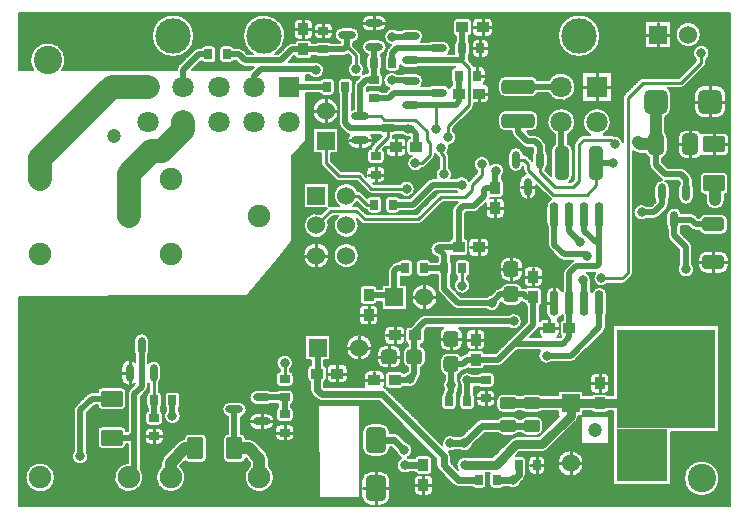
<source format=gbl>
G04 Layer_Physical_Order=2*
G04 Layer_Color=16711680*
%FSLAX24Y24*%
%MOIN*%
G70*
G01*
G75*
%ADD10C,0.0079*%
%ADD11C,0.0472*%
G04:AMPARAMS|DCode=12|XSize=82.7mil|YSize=78.7mil|CornerRadius=19.7mil|HoleSize=0mil|Usage=FLASHONLY|Rotation=270.000|XOffset=0mil|YOffset=0mil|HoleType=Round|Shape=RoundedRectangle|*
%AMROUNDEDRECTD12*
21,1,0.0827,0.0394,0,0,270.0*
21,1,0.0433,0.0787,0,0,270.0*
1,1,0.0394,-0.0197,-0.0217*
1,1,0.0394,-0.0197,0.0217*
1,1,0.0394,0.0197,0.0217*
1,1,0.0394,0.0197,-0.0217*
%
%ADD12ROUNDEDRECTD12*%
G04:AMPARAMS|DCode=13|XSize=41mil|YSize=36mil|CornerRadius=1.8mil|HoleSize=0mil|Usage=FLASHONLY|Rotation=270.000|XOffset=0mil|YOffset=0mil|HoleType=Round|Shape=RoundedRectangle|*
%AMROUNDEDRECTD13*
21,1,0.0410,0.0324,0,0,270.0*
21,1,0.0374,0.0360,0,0,270.0*
1,1,0.0036,-0.0162,-0.0187*
1,1,0.0036,-0.0162,0.0187*
1,1,0.0036,0.0162,0.0187*
1,1,0.0036,0.0162,-0.0187*
%
%ADD13ROUNDEDRECTD13*%
G04:AMPARAMS|DCode=19|XSize=110.2mil|YSize=47.2mil|CornerRadius=11.8mil|HoleSize=0mil|Usage=FLASHONLY|Rotation=90.000|XOffset=0mil|YOffset=0mil|HoleType=Round|Shape=RoundedRectangle|*
%AMROUNDEDRECTD19*
21,1,0.1102,0.0236,0,0,90.0*
21,1,0.0866,0.0472,0,0,90.0*
1,1,0.0236,0.0118,0.0433*
1,1,0.0236,0.0118,-0.0433*
1,1,0.0236,-0.0118,-0.0433*
1,1,0.0236,-0.0118,0.0433*
%
%ADD19ROUNDEDRECTD19*%
G04:AMPARAMS|DCode=23|XSize=28mil|YSize=35.8mil|CornerRadius=2.8mil|HoleSize=0mil|Usage=FLASHONLY|Rotation=90.000|XOffset=0mil|YOffset=0mil|HoleType=Round|Shape=RoundedRectangle|*
%AMROUNDEDRECTD23*
21,1,0.0280,0.0302,0,0,90.0*
21,1,0.0224,0.0358,0,0,90.0*
1,1,0.0056,0.0151,0.0112*
1,1,0.0056,0.0151,-0.0112*
1,1,0.0056,-0.0151,-0.0112*
1,1,0.0056,-0.0151,0.0112*
%
%ADD23ROUNDEDRECTD23*%
G04:AMPARAMS|DCode=24|XSize=28mil|YSize=35.8mil|CornerRadius=2.8mil|HoleSize=0mil|Usage=FLASHONLY|Rotation=0.000|XOffset=0mil|YOffset=0mil|HoleType=Round|Shape=RoundedRectangle|*
%AMROUNDEDRECTD24*
21,1,0.0280,0.0302,0,0,0.0*
21,1,0.0224,0.0358,0,0,0.0*
1,1,0.0056,0.0112,-0.0151*
1,1,0.0056,-0.0112,-0.0151*
1,1,0.0056,-0.0112,0.0151*
1,1,0.0056,0.0112,0.0151*
%
%ADD24ROUNDEDRECTD24*%
G04:AMPARAMS|DCode=27|XSize=51.2mil|YSize=72mil|CornerRadius=2.6mil|HoleSize=0mil|Usage=FLASHONLY|Rotation=0.000|XOffset=0mil|YOffset=0mil|HoleType=Round|Shape=RoundedRectangle|*
%AMROUNDEDRECTD27*
21,1,0.0512,0.0669,0,0,0.0*
21,1,0.0461,0.0720,0,0,0.0*
1,1,0.0051,0.0230,-0.0335*
1,1,0.0051,-0.0230,-0.0335*
1,1,0.0051,-0.0230,0.0335*
1,1,0.0051,0.0230,0.0335*
%
%ADD27ROUNDEDRECTD27*%
%ADD30C,0.0100*%
%ADD31C,0.0197*%
%ADD32C,0.0098*%
%ADD34C,0.0295*%
%ADD35C,0.0394*%
%ADD36C,0.0236*%
%ADD37C,0.0787*%
%ADD39R,0.1683X0.1782*%
%ADD43C,0.0945*%
%ADD44R,0.0600X0.0600*%
%ADD45C,0.0600*%
%ADD46R,0.0600X0.0600*%
%ADD47C,0.1181*%
%ADD48C,0.0709*%
%ADD49R,0.0709X0.0709*%
%ADD50C,0.0748*%
%ADD51C,0.0315*%
G04:AMPARAMS|DCode=52|XSize=41mil|YSize=36mil|CornerRadius=1.8mil|HoleSize=0mil|Usage=FLASHONLY|Rotation=0.000|XOffset=0mil|YOffset=0mil|HoleType=Round|Shape=RoundedRectangle|*
%AMROUNDEDRECTD52*
21,1,0.0410,0.0324,0,0,0.0*
21,1,0.0374,0.0360,0,0,0.0*
1,1,0.0036,0.0187,-0.0162*
1,1,0.0036,-0.0187,-0.0162*
1,1,0.0036,-0.0187,0.0162*
1,1,0.0036,0.0187,0.0162*
%
%ADD52ROUNDEDRECTD52*%
G04:AMPARAMS|DCode=53|XSize=54mil|YSize=50mil|CornerRadius=12.5mil|HoleSize=0mil|Usage=FLASHONLY|Rotation=90.000|XOffset=0mil|YOffset=0mil|HoleType=Round|Shape=RoundedRectangle|*
%AMROUNDEDRECTD53*
21,1,0.0540,0.0250,0,0,90.0*
21,1,0.0290,0.0500,0,0,90.0*
1,1,0.0250,0.0125,0.0145*
1,1,0.0250,0.0125,-0.0145*
1,1,0.0250,-0.0125,-0.0145*
1,1,0.0250,-0.0125,0.0145*
%
%ADD53ROUNDEDRECTD53*%
%ADD54O,0.0295X0.0850*%
%ADD55O,0.0591X0.0281*%
%ADD56O,0.0281X0.0591*%
G04:AMPARAMS|DCode=57|XSize=54mil|YSize=50mil|CornerRadius=12.5mil|HoleSize=0mil|Usage=FLASHONLY|Rotation=0.000|XOffset=0mil|YOffset=0mil|HoleType=Round|Shape=RoundedRectangle|*
%AMROUNDEDRECTD57*
21,1,0.0540,0.0250,0,0,0.0*
21,1,0.0290,0.0500,0,0,0.0*
1,1,0.0250,0.0145,-0.0125*
1,1,0.0250,-0.0145,-0.0125*
1,1,0.0250,-0.0145,0.0125*
1,1,0.0250,0.0145,0.0125*
%
%ADD57ROUNDEDRECTD57*%
G04:AMPARAMS|DCode=58|XSize=51.2mil|YSize=72mil|CornerRadius=2.6mil|HoleSize=0mil|Usage=FLASHONLY|Rotation=270.000|XOffset=0mil|YOffset=0mil|HoleType=Round|Shape=RoundedRectangle|*
%AMROUNDEDRECTD58*
21,1,0.0512,0.0669,0,0,270.0*
21,1,0.0461,0.0720,0,0,270.0*
1,1,0.0051,-0.0335,-0.0230*
1,1,0.0051,-0.0335,0.0230*
1,1,0.0051,0.0335,0.0230*
1,1,0.0051,0.0335,-0.0230*
%
%ADD58ROUNDEDRECTD58*%
G04:AMPARAMS|DCode=59|XSize=86.6mil|YSize=68.9mil|CornerRadius=17.2mil|HoleSize=0mil|Usage=FLASHONLY|Rotation=90.000|XOffset=0mil|YOffset=0mil|HoleType=Round|Shape=RoundedRectangle|*
%AMROUNDEDRECTD59*
21,1,0.0866,0.0344,0,0,90.0*
21,1,0.0522,0.0689,0,0,90.0*
1,1,0.0344,0.0172,0.0261*
1,1,0.0344,0.0172,-0.0261*
1,1,0.0344,-0.0172,-0.0261*
1,1,0.0344,-0.0172,0.0261*
%
%ADD59ROUNDEDRECTD59*%
G04:AMPARAMS|DCode=60|XSize=55.1mil|YSize=41.3mil|CornerRadius=10.3mil|HoleSize=0mil|Usage=FLASHONLY|Rotation=180.000|XOffset=0mil|YOffset=0mil|HoleType=Round|Shape=RoundedRectangle|*
%AMROUNDEDRECTD60*
21,1,0.0551,0.0207,0,0,180.0*
21,1,0.0344,0.0413,0,0,180.0*
1,1,0.0207,-0.0172,0.0103*
1,1,0.0207,0.0172,0.0103*
1,1,0.0207,0.0172,-0.0103*
1,1,0.0207,-0.0172,-0.0103*
%
%ADD60ROUNDEDRECTD60*%
G04:AMPARAMS|DCode=61|XSize=47.2mil|YSize=74.8mil|CornerRadius=11.8mil|HoleSize=0mil|Usage=FLASHONLY|Rotation=270.000|XOffset=0mil|YOffset=0mil|HoleType=Round|Shape=RoundedRectangle|*
%AMROUNDEDRECTD61*
21,1,0.0472,0.0512,0,0,270.0*
21,1,0.0236,0.0748,0,0,270.0*
1,1,0.0236,-0.0256,-0.0118*
1,1,0.0236,-0.0256,0.0118*
1,1,0.0236,0.0256,0.0118*
1,1,0.0236,0.0256,-0.0118*
%
%ADD61ROUNDEDRECTD61*%
G04:AMPARAMS|DCode=62|XSize=55.1mil|YSize=70.9mil|CornerRadius=13.8mil|HoleSize=0mil|Usage=FLASHONLY|Rotation=180.000|XOffset=0mil|YOffset=0mil|HoleType=Round|Shape=RoundedRectangle|*
%AMROUNDEDRECTD62*
21,1,0.0551,0.0433,0,0,180.0*
21,1,0.0276,0.0709,0,0,180.0*
1,1,0.0276,-0.0138,0.0217*
1,1,0.0276,0.0138,0.0217*
1,1,0.0276,0.0138,-0.0217*
1,1,0.0276,-0.0138,-0.0217*
%
%ADD62ROUNDEDRECTD62*%
G04:AMPARAMS|DCode=63|XSize=110.2mil|YSize=47.2mil|CornerRadius=11.8mil|HoleSize=0mil|Usage=FLASHONLY|Rotation=0.000|XOffset=0mil|YOffset=0mil|HoleType=Round|Shape=RoundedRectangle|*
%AMROUNDEDRECTD63*
21,1,0.1102,0.0236,0,0,0.0*
21,1,0.0866,0.0472,0,0,0.0*
1,1,0.0236,0.0433,-0.0118*
1,1,0.0236,-0.0433,-0.0118*
1,1,0.0236,-0.0433,0.0118*
1,1,0.0236,0.0433,0.0118*
%
%ADD63ROUNDEDRECTD63*%
%ADD64R,0.3297X0.3307*%
D10*
X46369Y40896D02*
G03*
X46369Y40896I-418J0D01*
G01*
X46663Y40276D02*
G03*
X46220Y40057I-276J0D01*
G01*
X46555D02*
G03*
X46663Y40276I-167J219D01*
G01*
X46506Y39842D02*
G03*
X46555Y39961I-118J118D01*
G01*
X46506Y39842D02*
G03*
X46555Y39961I-118J118D01*
G01*
X47216Y38878D02*
G03*
X46880Y39214I-336J0D01*
G01*
X46486D02*
G03*
X46150Y38878I0J-336D01*
G01*
X46880Y38109D02*
G03*
X47216Y38445I0J336D01*
G01*
X46150D02*
G03*
X46486Y38109I336J0D01*
G01*
X45718Y39124D02*
G03*
X45837Y39173I0J167D01*
G01*
X45718Y39124D02*
G03*
X45837Y39173I0J167D01*
G01*
X45384Y38878D02*
G03*
X45265Y39124I-315J0D01*
G01*
X46384Y37602D02*
G03*
X46152Y37728I-232J-151D01*
G01*
X45876D02*
G03*
X45599Y37451I0J-277D01*
G01*
X43022Y40856D02*
G03*
X43022Y40856I-709J0D01*
G01*
D02*
G03*
X43022Y40856I-709J0D01*
G01*
X44439Y39459D02*
G03*
X44321Y39410I0J-167D01*
G01*
X44439Y39459D02*
G03*
X44321Y39410I0J-167D01*
G01*
X43819Y38908D02*
G03*
X43770Y38789I118J-118D01*
G01*
X43819Y38908D02*
G03*
X43770Y38789I118J-118D01*
G01*
X45187Y38153D02*
G03*
X45384Y38445I-118J292D01*
G01*
X43376Y37974D02*
G03*
X42678Y37559I-472J0D01*
G01*
X43129D02*
G03*
X43376Y37974I-225J415D01*
G01*
X47311Y37465D02*
G03*
X47146Y37630I-165J0D01*
G01*
Y36839D02*
G03*
X47311Y37004I0J165D01*
G01*
X47289Y36165D02*
G03*
X47146Y36309I-144J0D01*
G01*
X47165Y35562D02*
G03*
X47289Y35704I-20J142D01*
G01*
X46535Y35374D02*
G03*
X47165Y35374I315J0D01*
G01*
X46384Y36867D02*
G03*
X46476Y36839I92J137D01*
G01*
Y37630D02*
G03*
X46384Y37602I0J-165D01*
G01*
X46152Y36741D02*
G03*
X46384Y36867I0J277D01*
G01*
X46476Y36309D02*
G03*
X46333Y36165I0J-144D01*
G01*
X46095Y36070D02*
G03*
X46032Y36224I-217J0D01*
G01*
X46095Y36070D02*
G03*
X46032Y36223I-217J0D01*
G01*
X46333Y35704D02*
G03*
X46476Y35561I144J0D01*
G01*
X46137Y35790D02*
G03*
X46095Y35931I-258J0D01*
G01*
X47283Y34685D02*
G03*
X47047Y34921I-236J0D01*
G01*
Y34213D02*
G03*
X47283Y34449I0J236D01*
G01*
X47305Y33425D02*
G03*
X47047Y33683I-257J0D01*
G01*
X46535Y34921D02*
G03*
X46321Y34783I0J-236D01*
G01*
X46196Y34878D02*
G03*
X46043Y34941I-153J-153D01*
G01*
X46196Y34878D02*
G03*
X46043Y34941I-153J-153D01*
G01*
X46321Y34350D02*
G03*
X46535Y34213I215J98D01*
G01*
Y33683D02*
G03*
X46278Y33425I0J-257D01*
G01*
X46048Y34414D02*
G03*
X46201Y34350I153J153D01*
G01*
X46047Y34414D02*
G03*
X46201Y34350I153J153D01*
G01*
X46093Y33809D02*
G03*
X46029Y33962I-217J0D01*
G01*
X46093Y33809D02*
G03*
X46029Y33963I-217J0D01*
G01*
X45599Y37018D02*
G03*
X45876Y36741I277J0D01*
G01*
X45266Y37451D02*
G03*
X45187Y37635I-256J0D01*
G01*
X45089Y36774D02*
G03*
X45266Y37018I-79J243D01*
G01*
X45862Y36393D02*
G03*
X45709Y36457I-153J-153D01*
G01*
X45862Y36393D02*
G03*
X45709Y36457I-153J-153D01*
G01*
X45662Y35931D02*
G03*
X45620Y35790I217J-141D01*
G01*
X45337D02*
G03*
X45189Y36024I-258J0D01*
G01*
X45034Y36087D02*
G03*
X45087Y36048I153J153D01*
G01*
X45034Y36087D02*
G03*
X45087Y36048I153J153D01*
G01*
D02*
G03*
X44820Y35790I-8J-258D01*
G01*
X43770Y37327D02*
G03*
X43465Y37527I-266J-73D01*
G01*
X43465D02*
G03*
X43366Y37559I-99J-135D01*
G01*
X43465Y37527D02*
G03*
X43366Y37559I-99J-135D01*
G01*
X44498Y36919D02*
G03*
X44656Y36774I236J98D01*
G01*
X44108Y37012D02*
G03*
X44331Y36919I223J223D01*
G01*
X44108Y37012D02*
G03*
X44331Y36919I223J222D01*
G01*
X42470Y37559D02*
G03*
X42352Y37510I0J-167D01*
G01*
X42470Y37559D02*
G03*
X42352Y37510I0J-167D01*
G01*
X44656Y36555D02*
G03*
X44719Y36402I217J0D01*
G01*
X44656Y36555D02*
G03*
X44719Y36402I217J0D01*
G01*
X45620Y35480D02*
G03*
X46137Y35480I258J0D01*
G01*
X45295Y35339D02*
G03*
X45337Y35480I-217J141D01*
G01*
X45730Y34941D02*
G03*
X45220Y34880I-251J-62D01*
G01*
X45232Y35083D02*
G03*
X45295Y35236I-153J153D01*
G01*
X45232Y35083D02*
G03*
X45295Y35236I-153J153D01*
G01*
X45695Y34429D02*
G03*
X45730Y34508I-217J141D01*
G01*
X45262Y34206D02*
G03*
X45326Y34053I217J0D01*
G01*
X45262Y34206D02*
G03*
X45326Y34053I217J0D01*
G01*
X44820Y35480D02*
G03*
X44862Y35339I258J0D01*
G01*
X44570Y35187D02*
G03*
X44570Y34754I-170J-217D01*
G01*
X45220Y34570D02*
G03*
X45262Y34429I258J0D01*
G01*
X44813Y34754D02*
G03*
X44966Y34817I0J217D01*
G01*
X44813Y34754D02*
G03*
X44966Y34818I0J217D01*
G01*
X42195Y39156D02*
G03*
X41307Y39380I-472J0D01*
G01*
X41299Y38947D02*
G03*
X42195Y39156I424J209D01*
G01*
X40718Y38809D02*
G03*
X40933Y38947I0J236D01*
G01*
Y39380D02*
G03*
X40718Y39518I-215J-98D01*
G01*
X39852D02*
G03*
X39616Y39281I0J-236D01*
G01*
X39282Y40822D02*
G03*
X39439Y40980I0J157D01*
G01*
X39616Y39045D02*
G03*
X39852Y38809I236J0D01*
G01*
X40955Y38140D02*
G03*
X40718Y38376I-236J0D01*
G01*
X42195Y37974D02*
G03*
X41506Y37555I-472J0D01*
G01*
X41939D02*
G03*
X42195Y37974I-217J420D01*
G01*
X41000Y37486D02*
G03*
X40846Y37549I-153J-153D01*
G01*
X40718Y37667D02*
G03*
X40955Y37904I0J236D01*
G01*
X41000Y37485D02*
G03*
X40846Y37549I-153J-153D01*
G01*
X40069Y37638D02*
G03*
X40132Y37485I217J0D01*
G01*
X40069Y37638D02*
G03*
X40133Y37484I217J0D01*
G01*
X39852Y38376D02*
G03*
X39616Y38140I0J-236D01*
G01*
Y37904D02*
G03*
X39852Y37667I236J0D01*
G01*
X39439Y41304D02*
G03*
X39282Y41461I-157J0D01*
G01*
X38908D02*
G03*
X38751Y41304I0J-157D01*
G01*
X38748D02*
G03*
X38612Y41440I-136J0D01*
G01*
X38751Y40980D02*
G03*
X38908Y40822I157J0D01*
G01*
X38641Y40847D02*
G03*
X38748Y40980I-30J133D01*
G01*
X39305Y40584D02*
G03*
X39137Y40752I-167J0D01*
G01*
X38914D02*
G03*
X38746Y40584I0J-167D01*
G01*
Y40282D02*
G03*
X38914Y40115I167J0D01*
G01*
X38238Y41440D02*
G03*
X38102Y41304I0J-136D01*
G01*
Y40980D02*
G03*
X38208Y40847I136J0D01*
G01*
Y40695D02*
G03*
X38158Y40584I95J-111D01*
G01*
X38673D02*
G03*
X38641Y40675I-146J0D01*
G01*
Y40191D02*
G03*
X38673Y40282I-114J91D01*
G01*
X37463Y40698D02*
G03*
X37322Y40656I0J-258D01*
G01*
X37955Y40256D02*
G03*
X38031Y40439I-182J183D01*
G01*
D02*
G03*
X37773Y40698I-258J0D01*
G01*
X39137Y40115D02*
G03*
X39305Y40282I0J167D01*
G01*
X39321Y39089D02*
G03*
X39164Y39246I-157J0D01*
G01*
X39134D02*
G03*
X39196Y39376I-105J130D01*
G01*
Y39679D02*
G03*
X39029Y39846I-167J0D01*
G01*
X39164Y38608D02*
G03*
X39321Y38765I0J157D01*
G01*
X38632Y40034D02*
G03*
X38641Y40098I-207J64D01*
G01*
X38632Y40034D02*
G03*
X38641Y40098I-207J64D01*
G01*
X38809Y39846D02*
G03*
X38780Y39885I-148J-79D01*
G01*
X38809Y39846D02*
G03*
X38780Y39885I-148J-79D01*
G01*
X38172Y39823D02*
G03*
X38049Y39679I24J-144D01*
G01*
X38762Y38427D02*
G03*
X38811Y38545I-118J118D01*
G01*
X38762Y38427D02*
G03*
X38811Y38545I-118J118D01*
G01*
X38049Y39376D02*
G03*
X38091Y39275I146J0D01*
G01*
X37463Y39221D02*
G03*
X37322Y39180I0J-258D01*
G01*
X38228Y37470D02*
G03*
X38120Y37689I-276J0D01*
G01*
X38091Y39222D02*
G03*
X37985Y39110I29J-133D01*
G01*
X37985D02*
G03*
X37773Y39221I-213J-147D01*
G01*
X42205Y37362D02*
G03*
X42156Y37244I118J-118D01*
G01*
X42205Y37362D02*
G03*
X42156Y37244I118J-118D01*
G01*
X42096Y37047D02*
G03*
X41939Y37270I-236J0D01*
G01*
X41506Y37252D02*
G03*
X41388Y37047I118J-205D01*
G01*
X41223Y37172D02*
G03*
X41160Y37326I-217J0D01*
G01*
X41223Y37172D02*
G03*
X41159Y37326I-217J0D01*
G01*
X41265Y36882D02*
G03*
X41223Y37023I-258J0D01*
G01*
X41185Y36385D02*
G03*
X41265Y36572I-178J188D01*
G01*
X40790Y37023D02*
G03*
X40748Y36882I217J-141D01*
G01*
X40596Y36846D02*
G03*
X40477Y36895I-118J-118D01*
G01*
X40596Y36846D02*
G03*
X40477Y36895I-118J-118D01*
G01*
X40437Y37180D02*
G03*
X40591Y37116I153J153D01*
G01*
X40437Y37180D02*
G03*
X40591Y37116I153J153D01*
G01*
X40465Y36895D02*
G03*
X39948Y36882I-258J-12D01*
G01*
X40453Y36398D02*
G03*
X40502Y36279I167J0D01*
G01*
X40453Y36398D02*
G03*
X40502Y36279I167J0D01*
G01*
X39948Y36572D02*
G03*
X40453Y36493I258J0D01*
G01*
X39823Y36358D02*
G03*
X39349Y36550I-276J0D01*
G01*
X39734Y36156D02*
G03*
X39823Y36358I-187J202D01*
G01*
X41991Y35984D02*
G03*
X42096Y36181I-131J197D01*
G01*
X41338Y35443D02*
G03*
X41385Y35410I118J118D01*
G01*
X41338Y35443D02*
G03*
X41385Y35410I118J118D01*
G01*
X41385D02*
G03*
X41226Y35166I107J-243D01*
G01*
X41276Y33892D02*
G03*
X41339Y33738I217J0D01*
G01*
X41226Y34612D02*
G03*
X41276Y34458I266J0D01*
G01*
Y33892D02*
G03*
X41339Y33739I217J0D01*
G01*
X42115Y33356D02*
G03*
X42071Y33322I109J-187D01*
G01*
X42115Y33356D02*
G03*
X42071Y33322I109J-187D01*
G01*
X41658Y33420D02*
G03*
X41811Y33356I153J153D01*
G01*
X41658Y33420D02*
G03*
X41811Y33356I153J153D01*
G01*
X40538Y36243D02*
G03*
X40327Y35972I69J-271D01*
G01*
X39816Y35965D02*
G03*
X39734Y36090I-136J0D01*
G01*
X40327Y35662D02*
G03*
X40886Y35662I280J0D01*
G01*
X39680Y35455D02*
G03*
X39816Y35591I0J136D01*
G01*
X39837Y35295D02*
G03*
X39680Y35452I-157J0D01*
G01*
Y34764D02*
G03*
X39837Y34921I0J157D01*
G01*
X39350Y36575D02*
G03*
X38907Y36356I-276J0D01*
G01*
X37961Y37195D02*
G03*
X38228Y37470I-8J275D01*
G01*
X38637Y36029D02*
G03*
X38225Y36112I-241J-133D01*
G01*
Y35679D02*
G03*
X38254Y35659I170J217D01*
G01*
X38144Y35192D02*
G03*
X38080Y35039I153J-153D01*
G01*
X37972Y37116D02*
G03*
X37961Y37195I-276J0D01*
G01*
X37927Y36965D02*
G03*
X37972Y37116I-230J151D01*
G01*
X37972Y36850D02*
G03*
X37927Y36965I-167J0D01*
G01*
X37972Y36850D02*
G03*
X37927Y36965I-167J0D01*
G01*
X37547Y36885D02*
G03*
X37579Y36840I150J74D01*
G01*
X37547Y36885D02*
G03*
X37579Y36840I150J74D01*
G01*
X37500Y36923D02*
G03*
X37547Y36885I197J193D01*
G01*
X37451Y36752D02*
G03*
X37500Y36870I-118J118D01*
G01*
X37451Y36752D02*
G03*
X37500Y36870I-118J118D01*
G01*
X38049Y36112D02*
G03*
X38081Y36240I-244J128D01*
G01*
D02*
G03*
X37972Y36459I-276J0D01*
G01*
X37707Y35659D02*
G03*
X37588Y35610I0J-167D01*
G01*
X37707Y35659D02*
G03*
X37588Y35610I0J-167D01*
G01*
X37638Y36459D02*
G03*
X37561Y36112I167J-219D01*
G01*
X37431D02*
G03*
X37278Y36049I0J-217D01*
G01*
X37431Y36112D02*
G03*
X37278Y36048I0J-217D01*
G01*
X39198Y34921D02*
G03*
X39356Y34764I157J0D01*
G01*
X38799Y34970D02*
G03*
X38953Y35034I0J217D01*
G01*
X38799Y34970D02*
G03*
X38952Y35034I0J217D01*
G01*
X39311Y33971D02*
G03*
X39154Y34128I-157J0D01*
G01*
X38780D02*
G03*
X38623Y33971I0J-157D01*
G01*
X39154Y33490D02*
G03*
X39311Y33647I0J157D01*
G01*
X38623D02*
G03*
X38780Y33490I157J0D01*
G01*
X38144Y35192D02*
G03*
X38080Y35039I153J-153D01*
G01*
Y34104D02*
G03*
X37985Y34026I30J-133D01*
G01*
X38620Y33971D02*
G03*
X38513Y34104I-136J0D01*
G01*
X38484Y33511D02*
G03*
X38620Y33647I0J136D01*
G01*
X38032Y33536D02*
G03*
X38110Y33511I78J111D01*
G01*
X37697Y34026D02*
G03*
X37638Y34017I0J-217D01*
G01*
X37697Y34026D02*
G03*
X37638Y34017I0J-217D01*
G01*
D02*
G03*
X37597Y33468I-8J-275D01*
G01*
X37599Y33363D02*
G03*
X37573Y33327I105J-102D01*
G01*
X37378D02*
G03*
X37248Y33407I-131J-65D01*
G01*
X47047Y32931D02*
G03*
X47305Y33189I0J257D01*
G01*
X46278D02*
G03*
X46535Y32931I257J0D01*
G01*
X46152Y33071D02*
G03*
X46093Y33241I-276J0D01*
G01*
X45659D02*
G03*
X46152Y33071I217J-170D01*
G01*
X44055Y32825D02*
G03*
X44104Y32943I-118J118D01*
G01*
X44055Y32825D02*
G03*
X44104Y32943I-118J118D01*
G01*
X43760Y32598D02*
G03*
X43878Y32647I0J167D01*
G01*
X43760Y32598D02*
G03*
X43878Y32647I0J167D01*
G01*
X42859Y32953D02*
G03*
X43280Y32598I202J-187D01*
G01*
X43209Y31508D02*
G03*
X43258Y31662I-217J154D01*
G01*
X43145Y30998D02*
G03*
X43209Y31152I-153J153D01*
G01*
X43145Y30998D02*
G03*
X43209Y31152I-153J153D01*
G01*
X43321Y29459D02*
G03*
X43164Y29616I-157J0D01*
G01*
X42707Y32717D02*
G03*
X42573Y32953I-276J0D01*
G01*
X41839Y33090D02*
G03*
X41776Y32937I153J-153D01*
G01*
X41839Y33090D02*
G03*
X41776Y32937I153J-153D01*
G01*
X42709Y32656D02*
G03*
X42706Y32692I-217J0D01*
G01*
X42709Y32656D02*
G03*
X42706Y32692I-217J0D01*
G01*
X43258Y32216D02*
G03*
X42742Y32306I-266J0D01*
G01*
D02*
G03*
X42709Y32370I-250J-90D01*
G01*
X41776D02*
G03*
X41754Y32334I217J-154D01*
G01*
Y31544D02*
G03*
X41776Y31508I238J118D01*
G01*
X41595Y31394D02*
G03*
X41754Y31544I-103J268D01*
G01*
Y32334D02*
G03*
X41205Y32216I-262J-118D01*
G01*
X41107Y33012D02*
G03*
X40949Y33169I-157J0D01*
G01*
Y32481D02*
G03*
X41107Y32638I0J157D01*
G01*
X41085Y32342D02*
G03*
X40949Y32478I-136J0D01*
G01*
X41205Y31662D02*
G03*
X41335Y31422I287J0D01*
G01*
X41004Y31844D02*
G03*
X41085Y31968I-55J125D01*
G01*
X41666Y30940D02*
G03*
X41712Y30838I136J0D01*
G01*
X41776Y31398D02*
G03*
X41666Y31264I26J-134D01*
G01*
X42037Y29980D02*
G03*
X42191Y30044I0J217D01*
G01*
X42840Y29616D02*
G03*
X42683Y29459I0J-157D01*
G01*
X42037Y29980D02*
G03*
X42191Y30044I0J217D01*
G01*
X41663Y31264D02*
G03*
X41595Y31394I-157J0D01*
G01*
X41132Y31422D02*
G03*
X41004Y31356I0J-157D01*
G01*
X41589Y30807D02*
G03*
X41663Y30940I-84J133D01*
G01*
X40974D02*
G03*
X41048Y30807I157J0D01*
G01*
X40941Y31077D02*
G03*
X40974Y31121I-153J153D01*
G01*
X40940Y31077D02*
G03*
X40974Y31121I-153J153D01*
G01*
X41019Y30374D02*
G03*
X41401Y29980I211J-177D01*
G01*
X43164Y28928D02*
G03*
X43321Y29085I0J157D01*
G01*
X43164Y28279D02*
G03*
X43275Y28337I0J136D01*
G01*
X43275Y28868D02*
G03*
X43164Y28925I-111J-79D01*
G01*
X46992Y26103D02*
G03*
X46992Y26103I-591J0D01*
G01*
D02*
G03*
X46992Y26103I-591J0D01*
G01*
X42683Y29085D02*
G03*
X42840Y28928I157J0D01*
G01*
Y28925D02*
G03*
X42729Y28868I0J-136D01*
G01*
X42729Y28337D02*
G03*
X42840Y28279I111J78D01*
G01*
X42215Y28001D02*
G03*
X42293Y28184I-188J188D01*
G01*
X41051Y28868D02*
G03*
X40901Y28927I-151J-162D01*
G01*
Y28278D02*
G03*
X41051Y28337I0J221D01*
G01*
X42215Y28001D02*
G03*
X42293Y28184I-188J188D01*
G01*
X41122Y27958D02*
G03*
X40901Y28179I-221J0D01*
G01*
X41060Y27597D02*
G03*
X41122Y27751I-159J154D01*
G01*
X40901Y27530D02*
G03*
X41055Y27592I0J221D01*
G01*
X42467Y26602D02*
G03*
X42467Y26602I-439J0D01*
G01*
X41073Y26969D02*
G03*
X41261Y27046I0J266D01*
G01*
X41073Y26969D02*
G03*
X41261Y27047I0J266D01*
G01*
X41185Y26696D02*
G03*
X41017Y26864I-167J0D01*
G01*
Y26227D02*
G03*
X41185Y26394I0J167D01*
G01*
X40625Y33169D02*
G03*
X40468Y33012I0J-157D01*
G01*
X40448Y33219D02*
G03*
X40184Y33484I-264J0D01*
G01*
Y32665D02*
G03*
X40448Y32929I0J264D01*
G01*
X40468Y32638D02*
G03*
X40625Y32481I157J0D01*
G01*
X40531Y32440D02*
G03*
X40463Y32451I-68J-206D01*
G01*
X40531Y32440D02*
G03*
X40463Y32451I-68J-206D01*
G01*
X40625Y32478D02*
G03*
X40531Y32440I0J-136D01*
G01*
X40405Y31987D02*
G03*
X40491Y31945I137J168D01*
G01*
X40491Y31945D02*
G03*
X40571Y31844I134J24D01*
G01*
X40405Y31987D02*
G03*
X40491Y31945I137J168D01*
G01*
X40184Y31846D02*
G03*
X40405Y31987I0J243D01*
G01*
X40416Y32451D02*
G03*
X40184Y32622I-232J-72D01*
G01*
X39670Y32929D02*
G03*
X39934Y32665I264J0D01*
G01*
Y33484D02*
G03*
X39670Y33219I0J-264D01*
G01*
X39934Y32622D02*
G03*
X39702Y32451I0J-243D01*
G01*
X39724Y31967D02*
G03*
X39934Y31846I210J122D01*
G01*
X39685Y32451D02*
G03*
X39532Y32387I0J-217D01*
G01*
X39685Y32451D02*
G03*
X39532Y32387I0J-217D01*
G01*
X39229Y31732D02*
G03*
X39673Y31916I170J217D01*
G01*
X39367Y32222D02*
G03*
X39229Y32165I33J-274D01*
G01*
X40408Y31334D02*
G03*
X39962Y31550I-276J0D01*
G01*
Y31117D02*
G03*
X40408Y31334I170J217D01*
G01*
X39187Y30916D02*
G03*
X39030Y31073I-157J0D01*
G01*
X39616Y29842D02*
G03*
X39769Y29906I0J217D01*
G01*
X39616Y29842D02*
G03*
X39769Y29906I0J217D01*
G01*
X39030Y30384D02*
G03*
X39187Y30542I0J157D01*
G01*
X39163Y30275D02*
G03*
X39030Y30382I-133J-30D01*
G01*
Y29736D02*
G03*
X39163Y29842I0J136D01*
G01*
X38683Y33261D02*
G03*
X38537Y33407I-146J0D01*
G01*
X38313D02*
G03*
X38167Y33261I0J-146D01*
G01*
X38583Y32820D02*
G03*
X38683Y32959I-46J139D01*
G01*
X38167D02*
G03*
X38248Y32828I146J0D01*
G01*
Y32749D02*
G03*
X38691Y32530I167J-219D01*
G01*
D02*
G03*
X38583Y32749I-276J0D01*
G01*
X38134Y31796D02*
G03*
X38287Y31732I153J153D01*
G01*
X38134Y31796D02*
G03*
X38287Y31732I153J153D01*
G01*
X38032Y32857D02*
G03*
X38073Y32959I-105J102D01*
G01*
Y33261D02*
G03*
X38032Y33363I-146J0D01*
G01*
X37573Y32894D02*
G03*
X37599Y32857I131J65D01*
G01*
X37248Y32813D02*
G03*
X37378Y32894I0J146D01*
G01*
X37599Y32421D02*
G03*
X37662Y32268I217J0D01*
G01*
X37599Y32421D02*
G03*
X37662Y32268I217J0D01*
G01*
X38706Y31073D02*
G03*
X38549Y30916I0J-157D01*
G01*
Y30542D02*
G03*
X38706Y30384I157J0D01*
G01*
X38441Y30893D02*
G03*
X38316Y31117I-264J0D01*
G01*
X38176Y30339D02*
G03*
X38441Y30603I0J264D01*
G01*
X38706Y30382D02*
G03*
X38573Y30275I0J-136D01*
G01*
D02*
G03*
X38429Y30212I9J-216D01*
G01*
X38608Y29778D02*
G03*
X38706Y29736I98J94D01*
G01*
X38430Y29690D02*
G03*
X38583Y29753I0J217D01*
G01*
X38573Y30275D02*
G03*
X38429Y30211I9J-216D01*
G01*
X38430Y29690D02*
G03*
X38583Y29753I0J217D01*
G01*
X38389Y30171D02*
G03*
X38176Y30296I-212J-118D01*
G01*
X37786Y31117D02*
G03*
X37662Y30893I140J-224D01*
G01*
X37683Y29763D02*
G03*
X37833Y29539I243J0D01*
G01*
X37926Y30296D02*
G03*
X37683Y30053I0J-243D01*
G01*
X37662Y30603D02*
G03*
X37926Y30339I264J0D01*
G01*
X40406Y28337D02*
G03*
X40556Y28278I151J162D01*
G01*
Y28927D02*
G03*
X40406Y28868I0J-221D01*
G01*
X40274D02*
G03*
X40123Y28927I-151J-162D01*
G01*
Y28278D02*
G03*
X40274Y28337I0J221D01*
G01*
X39779Y28927D02*
G03*
X39557Y28706I0J-221D01*
G01*
Y28499D02*
G03*
X39779Y28278I221J0D01*
G01*
X40556Y28179D02*
G03*
X40379Y28091I0J-221D01*
G01*
Y27618D02*
G03*
X40556Y27530I177J133D01*
G01*
X40300Y28091D02*
G03*
X40123Y28179I-177J-133D01*
G01*
X39779D02*
G03*
X39601Y28091I0J-221D01*
G01*
X40123Y27530D02*
G03*
X40300Y27618I0J221D01*
G01*
X39601D02*
G03*
X39779Y27530I177J133D01*
G01*
X39500Y29492D02*
G03*
X39354Y29638I-146J0D01*
G01*
Y29122D02*
G03*
X39500Y29268I0J146D01*
G01*
X39521Y28882D02*
G03*
X39354Y29049I-167J0D01*
G01*
X39052Y29638D02*
G03*
X38939Y29585I0J-146D01*
G01*
X38963Y29152D02*
G03*
X39052Y29122I88J116D01*
G01*
X39354Y28491D02*
G03*
X39521Y28658I0J167D01*
G01*
X38884D02*
G03*
X39052Y28491I167J0D01*
G01*
X39075Y28091D02*
G03*
X38908Y28021I0J-236D01*
G01*
X39075Y28091D02*
G03*
X38908Y28021I0J-236D01*
G01*
X40794Y26864D02*
G03*
X40626Y26696I0J-167D01*
G01*
X40217Y27500D02*
G03*
X40029Y27422I0J-266D01*
G01*
X40217Y27500D02*
G03*
X40028Y27422I0J-266D01*
G01*
X40553Y26696D02*
G03*
X40407Y26843I-146J0D01*
G01*
X40532Y26318D02*
G03*
X40553Y26394I-124J77D01*
G01*
X40626D02*
G03*
X40794Y26227I167J0D01*
G01*
X40462Y26063D02*
G03*
X40532Y26230I-167J167D01*
G01*
X40462Y26063D02*
G03*
X40532Y26230I-167J167D01*
G01*
X39966Y25817D02*
G03*
X40382Y25983I148J232D01*
G01*
X39342Y26283D02*
G03*
X39319Y26204I123J-79D01*
G01*
X39225D02*
G03*
X39201Y26283I-146J0D01*
G01*
X39688Y25756D02*
G03*
X39807Y25817I0J146D01*
G01*
X39319Y25902D02*
G03*
X39465Y25756I146J0D01*
G01*
X39078D02*
G03*
X39225Y25902I0J146D01*
G01*
X39052Y29049D02*
G03*
X38884Y28882I0J-167D01*
G01*
X38840Y28822D02*
G03*
X38807Y28915I-146J0D01*
G01*
X38761Y29585D02*
G03*
X38374Y29198I-170J-217D01*
G01*
X38266Y29537D02*
G03*
X38408Y29690I-90J226D01*
G01*
X38374Y28932D02*
G03*
X38325Y28822I97J-109D01*
G01*
X38694Y28374D02*
G03*
X38840Y28520I0J146D01*
G01*
X38325D02*
G03*
X38471Y28374I146J0D01*
G01*
X38427Y27541D02*
G03*
X38352Y27510I67J-267D01*
G01*
X38325Y29215D02*
G03*
X38266Y29385I-276J0D01*
G01*
Y29044D02*
G03*
X38325Y29215I-217J170D01*
G01*
X37833Y29385D02*
G03*
X37820Y29061I217J-170D01*
G01*
X37819Y29061D02*
G03*
X37757Y28925I153J-153D01*
G01*
X37820Y29061D02*
G03*
X37757Y28925I153J-153D01*
G01*
X38226Y28859D02*
G03*
X38266Y28984I-177J125D01*
G01*
X38226Y28859D02*
G03*
X38266Y28984I-177J125D01*
G01*
X38230Y28822D02*
G03*
X38226Y28859I-146J0D01*
G01*
X37757Y28925D02*
G03*
X37715Y28822I104J-103D01*
G01*
X38084Y28374D02*
G03*
X38230Y28520I0J146D01*
G01*
X37715D02*
G03*
X37861Y28374I146J0D01*
G01*
X38352Y27037D02*
G03*
X38761Y27207I142J236D01*
G01*
X38164Y27510D02*
G03*
X37750Y27230I-142J-236D01*
G01*
X37977Y27002D02*
G03*
X38164Y27037I45J272D01*
G01*
X38571Y26815D02*
G03*
X38269Y26395I-73J-266D01*
G01*
X38736Y25817D02*
G03*
X38855Y25756I119J85D01*
G01*
X38111Y25886D02*
G03*
X38278Y25817I167J167D01*
G01*
X38111Y25886D02*
G03*
X38278Y25817I167J167D01*
G01*
X38031Y26850D02*
G03*
X37977Y27002I-236J0D01*
G01*
X38031Y26850D02*
G03*
X37977Y27002I-236J0D01*
G01*
X37559Y26535D02*
G03*
X37628Y26368I236J0D01*
G01*
X37559Y26535D02*
G03*
X37628Y26368I236J0D01*
G01*
X37424Y26733D02*
G03*
X37288Y26869I-136J0D01*
G01*
Y26223D02*
G03*
X37424Y26359I0J136D01*
G01*
X37445Y26063D02*
G03*
X37288Y26220I-157J0D01*
G01*
Y25531D02*
G03*
X37445Y25689I0J157D01*
G01*
X36263Y41043D02*
G03*
X36055Y40554I-170J-217D01*
G01*
X37121Y40839D02*
G03*
X36863Y41098I-258J0D01*
G01*
X37045Y40656D02*
G03*
X37121Y40839I-182J183D01*
G01*
X36863Y39781D02*
G03*
X37004Y39823I0J258D01*
G01*
X36553Y41098D02*
G03*
X36394Y41043I0J-258D01*
G01*
X36350Y39879D02*
G03*
X36553Y39781I203J161D01*
G01*
X36204Y39663D02*
G03*
X36350Y39809I0J146D01*
G01*
X35922Y41280D02*
G03*
X35642Y41559I-280J0D01*
G01*
Y41000D02*
G03*
X35922Y41280I0J280D01*
G01*
X35901Y40480D02*
G03*
X35642Y40738I-258J0D01*
G01*
X35940Y40439D02*
G03*
X35876Y40285I153J-153D01*
G01*
X35939Y40438D02*
G03*
X35876Y40285I153J-153D01*
G01*
Y40214D02*
G03*
X35835Y40112I105J-102D01*
G01*
Y39809D02*
G03*
X35981Y39663I146J0D01*
G01*
X35704Y40229D02*
G03*
X35901Y40480I-62J251D01*
G01*
X35740Y40112D02*
G03*
X35704Y40209I-146J0D01*
G01*
X35699Y39708D02*
G03*
X35740Y39809I-105J102D01*
G01*
X37045Y39180D02*
G03*
X37121Y39363I-182J183D01*
G01*
D02*
G03*
X36863Y39621I-258J0D01*
G01*
X36553D02*
G03*
X36423Y39587I0J-258D01*
G01*
X36664Y37440D02*
G03*
X36557Y37308I30J-133D01*
G01*
Y36984D02*
G03*
X36693Y36848I136J0D01*
G01*
X36731D02*
G03*
X37080Y36437I129J-243D01*
G01*
X36435Y37556D02*
G03*
X36664Y37483I189J200D01*
G01*
X36555Y37308D02*
G03*
X36397Y37465I-157J0D01*
G01*
Y36826D02*
G03*
X36555Y36984I0J157D01*
G01*
X36233Y39587D02*
G03*
X35985Y39106I-170J-217D01*
G01*
X36102Y37514D02*
G03*
X36231Y37556I-12J258D01*
G01*
X35780Y39501D02*
G03*
X35699Y39632I-146J0D01*
G01*
X35639Y37556D02*
G03*
X35735Y37517I141J217D01*
G01*
X35735Y38996D02*
G03*
X35633Y39038I-102J-105D01*
G01*
X35866Y36984D02*
G03*
X36023Y36826I157J0D01*
G01*
X35839Y36952D02*
G03*
X35768Y37077I-146J0D01*
G01*
X35332Y41559D02*
G03*
X35332Y41000I0J-280D01*
G01*
Y40738D02*
G03*
X35271Y40229I0J-258D01*
G01*
Y40218D02*
G03*
X35225Y40112I100J-106D01*
G01*
Y39809D02*
G03*
X35266Y39708I146J0D01*
G01*
X35148Y39734D02*
G03*
X35039Y39953I-276J0D01*
G01*
X34794Y40629D02*
G03*
X34991Y40880I-62J251D01*
G01*
D02*
G03*
X34732Y41138I-258J0D01*
G01*
X35039Y40207D02*
G03*
X34990Y40326I-167J0D01*
G01*
X35039Y40207D02*
G03*
X34990Y40326I-167J0D01*
G01*
X34478Y40187D02*
G03*
X34611Y40232I0J217D01*
G01*
X34478Y40187D02*
G03*
X34611Y40232I0J217D01*
G01*
X35633Y39132D02*
G03*
X35780Y39278I0J146D01*
G01*
X35459Y37372D02*
G03*
X35391Y37556I-280J0D01*
G01*
X35266Y39632D02*
G03*
X35229Y39606I65J-131D01*
G01*
X35207D02*
G03*
X35098Y39577I0J-217D01*
G01*
X35269Y39145D02*
G03*
X35331Y39132I62J132D01*
G01*
X35207Y39606D02*
G03*
X35098Y39577I0J-217D01*
G01*
X35098D02*
G03*
X35148Y39734I-226J158D01*
G01*
X35331Y39038D02*
G03*
X35241Y39007I0J-146D01*
G01*
X35423Y37205D02*
G03*
X35374Y37097I118J-118D01*
G01*
X35423Y37205D02*
G03*
X35374Y37097I118J-118D01*
G01*
X35180Y37092D02*
G03*
X35459Y37372I0J280D01*
G01*
X35374Y37097D02*
G03*
X35244Y36952I16J-145D01*
G01*
X34872Y39361D02*
G03*
X34808Y39208I153J-153D01*
G01*
X34872Y39361D02*
G03*
X34808Y39208I153J-153D01*
G01*
X34705Y39953D02*
G03*
X35004Y39492I167J-219D01*
G01*
X34785Y39305D02*
G03*
X34639Y39451I-146J0D01*
G01*
X34744Y38901D02*
G03*
X34785Y39002I-105J102D01*
G01*
X34808Y38423D02*
G03*
X34744Y38398I62J-251D01*
G01*
X34535Y37619D02*
G03*
X34660Y37557I153J153D01*
G01*
X34535Y37619D02*
G03*
X34660Y37557I153J153D01*
G01*
D02*
G03*
X34870Y37092I210J-185D01*
G01*
X37080Y36437D02*
G03*
X37185Y36486I-13J167D01*
G01*
X37080Y36437D02*
G03*
X37185Y36486I-13J167D01*
G01*
X36841Y35758D02*
G03*
X36346Y35925I-276J0D01*
G01*
Y35591D02*
G03*
X36841Y35758I219J167D01*
G01*
X36762Y35010D02*
G03*
X36915Y35073I0J217D01*
G01*
X36762Y35010D02*
G03*
X36915Y35074I0J217D01*
G01*
X36345Y35443D02*
G03*
X36214Y35524I-131J-65D01*
G01*
X35990D02*
G03*
X35844Y35378I0J-146D01*
G01*
X36214Y34929D02*
G03*
X36345Y35010I0J146D01*
G01*
X35844Y35075D02*
G03*
X35990Y34929I146J0D01*
G01*
X36949Y34567D02*
G03*
X37067Y34616I0J167D01*
G01*
X36949Y34567D02*
G03*
X37067Y34616I0J167D01*
G01*
X37024Y33407D02*
G03*
X36878Y33261I0J-146D01*
G01*
Y32959D02*
G03*
X37024Y32813I146J0D01*
G01*
X37170Y31550D02*
G03*
X37017Y31486I0J-217D01*
G01*
X37170Y31550D02*
G03*
X37017Y31487I0J-217D01*
G01*
X37601Y32146D02*
G03*
X37601Y32146I-439J0D01*
G01*
X36784Y33261D02*
G03*
X36638Y33407I-146J0D01*
G01*
X36414D02*
G03*
X36283Y33327I0J-146D01*
G01*
X36260D02*
G03*
X36107Y33263I0J-217D01*
G01*
X36260Y33327D02*
G03*
X36106Y33263I0J-217D01*
G01*
X36638Y32813D02*
G03*
X36784Y32959I0J146D01*
G01*
X36378Y32817D02*
G03*
X36414Y32813I36J142D01*
G01*
X36009Y33165D02*
G03*
X35945Y33012I153J-153D01*
G01*
X36008Y33165D02*
G03*
X35945Y33012I153J-153D01*
G01*
X35693Y36583D02*
G03*
X35839Y36729I0J146D01*
G01*
X35860Y36342D02*
G03*
X35693Y36510I-167J0D01*
G01*
Y35951D02*
G03*
X35860Y36119I0J167D01*
G01*
X35244Y36729D02*
G03*
X35390Y36583I146J0D01*
G01*
Y36510D02*
G03*
X35223Y36342I0J-167D01*
G01*
X35750Y35378D02*
G03*
X35604Y35524I-146J0D01*
G01*
Y34929D02*
G03*
X35750Y35075I0J146D01*
G01*
X35275Y35640D02*
G03*
X35393Y35591I118J118D01*
G01*
X35275Y35640D02*
G03*
X35393Y35591I118J118D01*
G01*
X35380Y35524D02*
G03*
X35252Y35447I0J-146D01*
G01*
X35235Y35059D02*
G03*
X35380Y34929I145J16D01*
G01*
X35099Y36289D02*
G03*
X34980Y36338I-118J-118D01*
G01*
X35099Y36289D02*
G03*
X34980Y36338I-118J-118D01*
G01*
X34936Y35699D02*
G03*
X34316Y35187I-383J-167D01*
G01*
X35118Y35108D02*
G03*
X35235Y35059I118J118D01*
G01*
X35118Y35108D02*
G03*
X35235Y35059I118J118D01*
G01*
X35049Y35650D02*
G03*
X34936Y35699I-118J-118D01*
G01*
X35049Y35650D02*
G03*
X34936Y35699I-118J-118D01*
G01*
X34790Y35187D02*
G03*
X34911Y35315I-237J344D01*
G01*
X35000Y35138D02*
G03*
X34882Y35187I-118J-118D01*
G01*
X35000Y35138D02*
G03*
X34882Y35187I-118J-118D01*
G01*
X35590Y32431D02*
G03*
X35457Y32538I-133J-30D01*
G01*
X35615Y31732D02*
G03*
X35457Y31889I-157J0D01*
G01*
X35049Y34616D02*
G03*
X35167Y34567I118J118D01*
G01*
X35049Y34616D02*
G03*
X35167Y34567I118J118D01*
G01*
X35133Y32538D02*
G03*
X34997Y32402I0J-136D01*
G01*
X34971Y34532D02*
G03*
X34900Y34765I-418J0D01*
G01*
X34285Y34852D02*
G03*
X34971Y34532I268J-321D01*
G01*
Y33531D02*
G03*
X34971Y33531I-418J0D01*
G01*
X34997Y32028D02*
G03*
X35133Y31892I136J0D01*
G01*
X35457D02*
G03*
X35590Y31998I0J136D01*
G01*
X35133Y31889D02*
G03*
X34976Y31732I0J-157D01*
G01*
X34108Y41125D02*
G03*
X33941Y41293I-167J0D01*
G01*
X33638D02*
G03*
X33471Y41125I0J-167D01*
G01*
X33439Y41260D02*
G03*
X33282Y41417I-157J0D01*
G01*
X33941Y40735D02*
G03*
X34108Y40902I0J167D01*
G01*
X33471D02*
G03*
X33638Y40735I167J0D01*
G01*
X33282Y40729D02*
G03*
X33439Y40886I0J157D01*
G01*
X32958Y41417D02*
G03*
X32801Y41260I0J-157D01*
G01*
Y40886D02*
G03*
X32958Y40729I157J0D01*
G01*
X34422Y41138D02*
G03*
X34361Y40629I0J-258D01*
G01*
X34042Y40620D02*
G03*
X33941Y40662I-102J-105D01*
G01*
X33638D02*
G03*
X33536Y40620I0J-146D01*
G01*
X33415D02*
G03*
X33282Y40726I-133J-30D01*
G01*
X32958D02*
G03*
X32825Y40620I0J-136D01*
G01*
X33941Y40146D02*
G03*
X34042Y40187I0J146D01*
G01*
X33536D02*
G03*
X33638Y40146I102J105D01*
G01*
X33282Y40080D02*
G03*
X33415Y40187I0J136D01*
G01*
X32827Y40179D02*
G03*
X32958Y40080I131J38D01*
G01*
X32746Y40620D02*
G03*
X32593Y40556I0J-217D01*
G01*
X32187Y40256D02*
G03*
X32520Y40856I-376J600D01*
G01*
X32746Y40620D02*
G03*
X32592Y40556I0J-217D01*
G01*
X32187Y40256D02*
G03*
X32520Y40856I-376J600D01*
G01*
D02*
G03*
X31435Y40256I-709J0D01*
G01*
X32520Y40856D02*
G03*
X31435Y40256I-709J0D01*
G01*
X31128Y40389D02*
G03*
X30974Y40453I-153J-153D01*
G01*
X30813D02*
G03*
X30683Y40533I-131J-65D01*
G01*
X31128Y40389D02*
G03*
X30974Y40453I-153J-153D01*
G01*
X29849Y40533D02*
G03*
X29718Y40453I0J-146D01*
G01*
X30459Y40533D02*
G03*
X30313Y40387I0J-146D01*
G01*
X30219D02*
G03*
X30073Y40533I-146J0D01*
G01*
X29636Y40453D02*
G03*
X29483Y40389I0J-217D01*
G01*
X29636Y40453D02*
G03*
X29482Y40389I0J-217D01*
G01*
X29488Y40856D02*
G03*
X29488Y40856I-709J0D01*
G01*
D02*
G03*
X29488Y40856I-709J0D01*
G01*
X25191Y40050D02*
G03*
X24121Y39705I-591J0D01*
G01*
X25191Y40050D02*
G03*
X24121Y39705I-591J0D01*
G01*
X34416Y39451D02*
G03*
X34270Y39305I0J-146D01*
G01*
Y39002D02*
G03*
X34311Y38901I146J0D01*
G01*
X34175Y39305D02*
G03*
X34029Y39451I-146J0D01*
G01*
X34307Y38352D02*
G03*
X34307Y38352I-439J0D01*
G01*
X34029Y38856D02*
G03*
X34175Y39002I0J146D01*
G01*
X34311Y37933D02*
G03*
X34375Y37780I217J0D01*
G01*
X34311Y37933D02*
G03*
X34374Y37780I217J0D01*
G01*
X33806Y39451D02*
G03*
X33676Y39372I0J-146D01*
G01*
X33674Y38939D02*
G03*
X33806Y38856I132J63D01*
G01*
X33819Y39705D02*
G03*
X33512Y39979I-276J0D01*
G01*
X33317Y39547D02*
G03*
X33819Y39705I226J157D01*
G01*
X33701Y36624D02*
G03*
X33750Y36506I167J0D01*
G01*
X33701Y36624D02*
G03*
X33750Y36506I167J0D01*
G01*
X34203Y36053D02*
G03*
X34321Y36004I118J118D01*
G01*
X34203Y36053D02*
G03*
X34321Y36004I118J118D01*
G01*
X34041Y35187D02*
G03*
X33971Y35172I0J-167D01*
G01*
X34041Y35187D02*
G03*
X33971Y35172I0J-167D01*
G01*
Y34532D02*
G03*
X33942Y34684I-418J0D01*
G01*
X31018Y39886D02*
G03*
X31171Y39823I153J153D01*
G01*
X30683Y39939D02*
G03*
X30813Y40020I0J146D01*
G01*
X31018Y39887D02*
G03*
X31171Y39823I153J153D01*
G01*
X30313Y40085D02*
G03*
X30459Y39939I146J0D01*
G01*
X30073D02*
G03*
X30219Y40085I0J146D01*
G01*
X29721Y40015D02*
G03*
X29849Y39939I128J70D01*
G01*
X25079Y39705D02*
G03*
X25191Y40050I-479J345D01*
G01*
X25079Y39705D02*
G03*
X25191Y40050I-479J345D01*
G01*
X28961Y39868D02*
G03*
X28898Y39715I153J-153D01*
G01*
X28961Y39868D02*
G03*
X28898Y39715I153J-153D01*
G01*
X33993Y33531D02*
G03*
X33993Y33531I-439J0D01*
G01*
X33706Y34921D02*
G03*
X33971Y34532I-153J-389D01*
G01*
X36515Y31028D02*
G03*
X36358Y31185I-157J0D01*
G01*
X36654Y31164D02*
G03*
X36518Y31028I0J-136D01*
G01*
X37041Y30569D02*
G03*
X37164Y30704I-13J135D01*
G01*
X36518D02*
G03*
X36608Y30576I136J0D01*
G01*
X37212Y30282D02*
G03*
X37041Y30515I-243J0D01*
G01*
X36358Y30547D02*
G03*
X36515Y30704I0J157D01*
G01*
X36608Y30515D02*
G03*
X36436Y30282I72J-232D01*
G01*
X36394D02*
G03*
X36129Y30547I-264J0D01*
G01*
X35984Y31185D02*
G03*
X35827Y31028I0J-157D01*
G01*
X35457Y31201D02*
G03*
X35615Y31358I0J157D01*
G01*
X35827Y30704D02*
G03*
X35984Y30547I157J0D01*
G01*
X35839D02*
G03*
X35575Y30282I0J-264D01*
G01*
X37041Y29800D02*
G03*
X37212Y30032I-72J232D01*
G01*
X36608Y29697D02*
G03*
X36466Y29611I66J-268D01*
G01*
X36436Y30032D02*
G03*
X36608Y29800I243J0D01*
G01*
X36466Y29611D02*
G03*
X36349Y29678I-117J-69D01*
G01*
X36129Y29768D02*
G03*
X36394Y30032I0J264D01*
G01*
X36977Y29427D02*
G03*
X37041Y29580I-153J153D01*
G01*
X36977Y29427D02*
G03*
X37041Y29580I-153J153D01*
G01*
X36600Y29163D02*
G03*
X36947Y29397I73J266D01*
G01*
X36349Y29082D02*
G03*
X36473Y29163I0J136D01*
G01*
X35575Y30032D02*
G03*
X35839Y29768I264J0D01*
G01*
X35975Y29678D02*
G03*
X35839Y29542I0J-136D01*
G01*
Y29218D02*
G03*
X35975Y29082I136J0D01*
G01*
X35836Y29542D02*
G03*
X35679Y29699I-157J0D01*
G01*
X35305D02*
G03*
X35147Y29542I0J-157D01*
G01*
X35895Y29084D02*
G03*
X35814Y29137I-167J-167D01*
G01*
X35895Y29084D02*
G03*
X35814Y29137I-167J-167D01*
G01*
X35147Y29218D02*
G03*
X35161Y29154I157J0D01*
G01*
X35814Y29137D02*
G03*
X35836Y29218I-135J80D01*
G01*
X34976Y31358D02*
G03*
X35133Y31201I157J0D01*
G01*
X35420Y30463D02*
G03*
X35420Y30463I-439J0D01*
G01*
X34597Y29758D02*
G03*
X34439Y29916I-157J0D01*
G01*
X34065D02*
G03*
X33908Y29758I0J-157D01*
G01*
X33905D02*
G03*
X33819Y29885I-136J0D01*
G01*
X34439Y29277D02*
G03*
X34597Y29435I0J157D01*
G01*
X33908D02*
G03*
X34065Y29277I157J0D01*
G01*
X33819Y29308D02*
G03*
X33905Y29435I-49J127D01*
G01*
X33386Y29894D02*
G03*
X33259Y29758I10J-136D01*
G01*
X32667Y29732D02*
G03*
X32776Y29951I-167J219D01*
G01*
D02*
G03*
X32333Y29732I-276J0D01*
G01*
X32797Y29521D02*
G03*
X32667Y29666I-146J0D01*
G01*
X32333D02*
G03*
X32203Y29521I16J-145D01*
G01*
X33259Y29435D02*
G03*
X33346Y29308I136J0D01*
G01*
Y29065D02*
G03*
X33415Y28898I236J0D01*
G01*
X32651Y29151D02*
G03*
X32797Y29298I0J146D01*
G01*
X32203D02*
G03*
X32349Y29151I146J0D01*
G01*
X36762Y27047D02*
G03*
X36553Y27315I-276J0D01*
G01*
X36319Y27549D02*
G03*
X36152Y27618I-167J-167D01*
G01*
X36319Y27549D02*
G03*
X36152Y27618I-167J-167D01*
G01*
X36004Y27643D02*
G03*
X35714Y27933I-290J0D01*
G01*
X35369D02*
G03*
X35079Y27643I0J-290D01*
G01*
Y27121D02*
G03*
X35369Y26831I290J0D01*
G01*
X36964Y26869D02*
G03*
X36834Y26772I0J-136D01*
G01*
X36842Y26299D02*
G03*
X36964Y26223I122J59D01*
G01*
Y26220D02*
G03*
X36807Y26063I0J-157D01*
G01*
X36638Y26772D02*
G03*
X36593Y26793I-142J-236D01*
G01*
D02*
G03*
X36762Y27047I-107J254D01*
G01*
X36389Y26789D02*
G03*
X36638Y26299I107J-254D01*
G01*
X36807Y25689D02*
G03*
X36964Y25531I157J0D01*
G01*
X36219Y26981D02*
G03*
X36389Y26789I267J67D01*
G01*
X35714Y26831D02*
G03*
X36004Y27121I0J290D01*
G01*
X35714Y25195D02*
G03*
X36025Y25507I0J312D01*
G01*
Y26029D02*
G03*
X35714Y26340I-312J0D01*
G01*
X35369D02*
G03*
X35057Y26029I0J-312D01*
G01*
Y25507D02*
G03*
X35369Y25195I312J0D01*
G01*
X33563Y28750D02*
G03*
X33730Y28681I167J167D01*
G01*
X33563Y28750D02*
G03*
X33730Y28681I167J167D01*
G01*
X33346Y29065D02*
G03*
X33415Y28898I236J0D01*
G01*
X32717Y28557D02*
G03*
X32797Y28688I-65J131D01*
G01*
Y28350D02*
G03*
X32717Y28481I-146J0D01*
G01*
X32349Y29057D02*
G03*
X32247Y29016I0J-146D01*
G01*
X32797Y28911D02*
G03*
X32651Y29057I-146J0D01*
G01*
X32247Y28583D02*
G03*
X32283Y28557I102J105D01*
G01*
Y28481D02*
G03*
X32203Y28350I65J-131D01*
G01*
X32651Y27980D02*
G03*
X32797Y28126I0J146D01*
G01*
X32819Y27740D02*
G03*
X32651Y27907I-167J0D01*
G01*
Y27349D02*
G03*
X32819Y27516I0J167D01*
G01*
X32203Y28126D02*
G03*
X32349Y27980I146J0D01*
G01*
Y27907D02*
G03*
X32181Y27740I0J-167D01*
G01*
Y27516D02*
G03*
X32349Y27349I167J0D01*
G01*
X32033Y29016D02*
G03*
X31892Y29058I-141J-217D01*
G01*
X27946Y30235D02*
G03*
X27988Y30376I-217J141D01*
G01*
X28388Y29776D02*
G03*
X27946Y29958I-258J0D01*
G01*
X29018Y28852D02*
G03*
X28872Y28998I-146J0D01*
G01*
X28648D02*
G03*
X28502Y28852I0J-146D01*
G01*
X28297Y29269D02*
G03*
X28388Y29466I-167J197D01*
G01*
X27883Y29004D02*
G03*
X27946Y29157I-153J153D01*
G01*
X27883Y29004D02*
G03*
X27946Y29157I-153J153D01*
G01*
X28408Y28852D02*
G03*
X28297Y28994I-146J0D01*
G01*
X27963Y28977D02*
G03*
X27892Y28852I75J-125D01*
G01*
X31892Y28541D02*
G03*
X32033Y28583I0J258D01*
G01*
X31582Y29058D02*
G03*
X31582Y28541I0J-258D01*
G01*
X31241Y28399D02*
G03*
X30982Y28658I-258J0D01*
G01*
X31044Y28148D02*
G03*
X31241Y28399I-62J251D01*
G01*
X30672Y28658D02*
G03*
X30611Y28148I0J-258D01*
G01*
X32172Y27999D02*
G03*
X31892Y28279I-280J0D01*
G01*
X31582D02*
G03*
X31582Y27719I0J-280D01*
G01*
X28976Y28448D02*
G03*
X29018Y28550I-105J102D01*
G01*
X28502D02*
G03*
X28543Y28448I146J0D01*
G01*
X29035Y28189D02*
G03*
X28976Y28360I-276J0D01*
G01*
X28543Y28359D02*
G03*
X29035Y28189I217J-170D01*
G01*
X28366Y28448D02*
G03*
X28408Y28550I-105J102D01*
G01*
X27892D02*
G03*
X27933Y28448I146J0D01*
G01*
X28447Y28232D02*
G03*
X28366Y28362I-146J0D01*
G01*
X27933Y28362D02*
G03*
X27852Y28232I65J-131D01*
G01*
X27988Y30686D02*
G03*
X27471Y30686I-258J0D01*
G01*
Y30376D02*
G03*
X27513Y30235I258J0D01*
G01*
X27337Y29070D02*
G03*
X27274Y28917I153J-153D01*
G01*
X27337Y29071D02*
G03*
X27274Y28917I153J-153D01*
G01*
X27513Y29987D02*
G03*
X27050Y29776I-183J-211D01*
G01*
Y29466D02*
G03*
X27513Y29255I280J0D01*
G01*
X27220Y28991D02*
G03*
X27077Y29134I-144J0D01*
G01*
X26407D02*
G03*
X26264Y28991I0J-144D01*
G01*
X26073Y28977D02*
G03*
X25920Y28913I0J-217D01*
G01*
X26073Y28977D02*
G03*
X25920Y28913I0J-217D01*
G01*
X27077Y28386D02*
G03*
X27220Y28530I0J144D01*
G01*
X26264D02*
G03*
X26407Y28386I144J0D01*
G01*
X25526Y28520D02*
G03*
X25463Y28366I153J-153D01*
G01*
X25526Y28519D02*
G03*
X25463Y28366I153J-153D01*
G01*
X31892Y27719D02*
G03*
X32172Y27999I0J280D01*
G01*
X31532Y27329D02*
G03*
X31309Y27421I-223J-223D01*
G01*
X31969Y26762D02*
G03*
X31876Y26985I-315J0D01*
G01*
X31969Y26762D02*
G03*
X31876Y26985I-315J0D01*
G01*
X31532Y27329D02*
G03*
X31309Y27421I-223J-222D01*
G01*
X31201Y27441D02*
G03*
X31057Y27585I-144J0D01*
G01*
X30597D02*
G03*
X30453Y27441I0J-144D01*
G01*
X29297Y27585D02*
G03*
X29153Y27441I0J-144D01*
G01*
X29901D02*
G03*
X29757Y27585I-144J0D01*
G01*
X28301Y27862D02*
G03*
X28447Y28008I0J146D01*
G01*
X28468Y27622D02*
G03*
X28301Y27789I-167J0D01*
G01*
X29153Y27420D02*
G03*
X28960Y27329I30J-314D01*
G01*
X29153Y27420D02*
G03*
X28960Y27329I30J-314D01*
G01*
X28301Y27231D02*
G03*
X28468Y27398I0J167D01*
G01*
X32146Y26132D02*
G03*
X31969Y26510I-492J0D01*
G01*
X31339D02*
G03*
X32146Y26132I315J-378D01*
G01*
X31057Y26628D02*
G03*
X31201Y26769I0J144D01*
G01*
X30453Y26772D02*
G03*
X30597Y26628I144J0D01*
G01*
X29757D02*
G03*
X29901Y26772I0J144D01*
G01*
X29194Y26672D02*
G03*
X29297Y26628I103J100D01*
G01*
X28478Y26847D02*
G03*
X28386Y26624I222J-223D01*
G01*
X28478Y26847D02*
G03*
X28386Y26624I223J-223D01*
G01*
X29193Y26132D02*
G03*
X29025Y26502I-492J0D01*
G01*
X28386Y26510D02*
G03*
X29193Y26132I315J-378D01*
G01*
X27852Y28008D02*
G03*
X27998Y27862I146J0D01*
G01*
Y27789D02*
G03*
X27831Y27622I0J-167D01*
G01*
Y27398D02*
G03*
X27998Y27231I167J0D01*
G01*
X26407Y27834D02*
G03*
X26264Y27691I0J-144D01*
G01*
X27220D02*
G03*
X27077Y27834I-144J0D01*
G01*
Y27086D02*
G03*
X27220Y27230I0J144D01*
G01*
X26264D02*
G03*
X26407Y27086I144J0D01*
G01*
X25955Y26841D02*
G03*
X25896Y27011I-276J0D01*
G01*
X27795Y26132D02*
G03*
X27707Y26414I-492J0D01*
G01*
X27274Y26623D02*
G03*
X27795Y26132I30J-491D01*
G01*
X25463Y27011D02*
G03*
X25955Y26841I217J-170D01*
G01*
X24843Y26132D02*
G03*
X24843Y26132I-492J0D01*
G01*
X46368Y40925D02*
X47336D01*
X46359Y40984D02*
X47336D01*
X46530Y40512D02*
X47336D01*
X46368Y40866D02*
X47336D01*
X46476Y40537D02*
Y41615D01*
X46417Y40550D02*
Y41615D01*
X46535Y40508D02*
Y41615D01*
X46831Y39214D02*
Y41615D01*
X46772Y39214D02*
Y41615D01*
X46637Y40394D02*
X47336D01*
X46599Y40453D02*
X47336D01*
X46653Y40349D02*
Y41615D01*
X46594Y40458D02*
Y41615D01*
X46713Y39214D02*
Y41615D01*
X46214Y41220D02*
X47336D01*
X46117Y41279D02*
X47336D01*
X46314Y41102D02*
X47336D01*
X46274Y41161D02*
X47336D01*
X46358Y40990D02*
Y41615D01*
X46342Y41043D02*
X47336D01*
X46359Y40807D02*
X47336D01*
X46342Y40748D02*
X47336D01*
X46314Y40689D02*
X47336D01*
X46274Y40630D02*
X47336D01*
X46214Y40571D02*
X47336D01*
X46358Y40550D02*
Y40802D01*
X46663Y40276D02*
X47336D01*
X46657Y40335D02*
X47336D01*
X46657Y40216D02*
X47336D01*
X46637Y40157D02*
X47336D01*
X46599Y40098D02*
X47336D01*
X46555Y40039D02*
X47336D01*
X46653Y39214D02*
Y40202D01*
X46555Y39980D02*
X47336D01*
X46550Y39921D02*
X47336D01*
X46523Y39862D02*
X47336D01*
X46594Y39214D02*
Y40093D01*
X46555Y39961D02*
Y40057D01*
X46535Y39214D02*
Y39882D01*
X46408Y39744D02*
X47336D01*
X46349Y39685D02*
X47336D01*
X46290Y39626D02*
X47336D01*
X46231Y39567D02*
X47336D01*
X46467Y39803D02*
X47336D01*
X46172Y39508D02*
X47336D01*
X46113Y39449D02*
X47336D01*
X46053Y39390D02*
X47336D01*
X45994Y39331D02*
X47336D01*
X45935Y39272D02*
X47336D01*
X46486Y39214D02*
X46880D01*
X46004Y41310D02*
Y41615D01*
X45945Y41314D02*
Y41615D01*
X46122Y41277D02*
Y41615D01*
X46063Y41298D02*
Y41615D01*
X45827Y41295D02*
Y41615D01*
X45768Y41272D02*
Y41615D01*
X45886Y41309D02*
Y41615D01*
X46181Y41245D02*
Y41615D01*
X45709Y41236D02*
Y41615D01*
X46299Y41127D02*
Y41615D01*
X46240Y41198D02*
Y41615D01*
X45590Y41108D02*
Y41615D01*
X45531Y39459D02*
Y41615D01*
X45650Y41186D02*
Y41615D01*
X45390Y41220D02*
X45687D01*
X45390Y41279D02*
X45785D01*
X45390Y41102D02*
X45587D01*
X45390Y41161D02*
X45628D01*
X45295Y41335D02*
Y41615D01*
X45236Y41335D02*
Y41615D01*
X45354Y41335D02*
Y41615D01*
X45390Y40984D02*
X45542D01*
X45390Y41043D02*
X45560D01*
X45390Y40925D02*
X45534D01*
X45472Y39459D02*
Y41615D01*
X45413Y39459D02*
Y41615D01*
X45390Y40456D02*
Y41335D01*
X46299Y40537D02*
Y40664D01*
X46240Y40508D02*
Y40594D01*
X46181Y40458D02*
Y40547D01*
X46116Y40512D02*
X46246D01*
X46122Y39931D02*
Y40203D01*
Y40348D02*
Y40514D01*
X46181Y39990D02*
Y40093D01*
X46063Y39872D02*
Y40493D01*
X45886Y39695D02*
Y40483D01*
X46004Y39813D02*
Y40481D01*
X45945Y39754D02*
Y40478D01*
X45768Y39577D02*
Y40520D01*
X45709Y39518D02*
Y40555D01*
X45827Y39636D02*
Y40496D01*
X45390Y40630D02*
X45628D01*
X45390Y40689D02*
X45587D01*
X45390Y40512D02*
X45785D01*
X45390Y40571D02*
X45688D01*
X45390Y40807D02*
X45542D01*
X45390Y40866D02*
X45534D01*
X45390Y40748D02*
X45560D01*
X45650Y39459D02*
Y40606D01*
X45590Y39459D02*
Y40684D01*
X45649Y39459D02*
X46220Y40030D01*
X45295Y39459D02*
Y40456D01*
X45236Y39459D02*
Y40456D01*
X45354Y39459D02*
Y40456D01*
X47137Y39094D02*
X47336D01*
X47073Y39153D02*
X47336D01*
X47214Y38917D02*
X47336D01*
X47177Y39035D02*
X47336D01*
X47185Y39019D02*
Y41615D01*
X47126Y39107D02*
Y41615D01*
X47201Y38976D02*
X47336D01*
X47216Y38799D02*
X47336D01*
X47216Y38858D02*
X47336D01*
X47216Y38681D02*
X47336D01*
X47216Y38740D02*
X47336D01*
X47303Y37514D02*
Y41615D01*
X47244Y37597D02*
Y41615D01*
X47216Y38445D02*
Y38878D01*
X46949Y39207D02*
Y41615D01*
X46890Y39214D02*
Y41615D01*
X47008Y39189D02*
Y41615D01*
X46913Y39213D02*
X47336D01*
X46476Y39214D02*
Y39812D01*
X45837Y39173D02*
X46506Y39842D01*
X45876Y39213D02*
X46453D01*
X47067Y39157D02*
Y41615D01*
X47216Y38445D02*
X47336D01*
X47211Y38386D02*
X47336D01*
X47195Y38327D02*
X47336D01*
X47166Y38268D02*
X47336D01*
X47216Y38563D02*
X47336D01*
X47216Y38622D02*
X47336D01*
X47216Y38504D02*
X47336D01*
X47185Y37625D02*
Y38303D01*
X47126Y37630D02*
Y38216D01*
X47119Y38209D02*
X47336D01*
X47041Y38150D02*
X47336D01*
X47067Y37630D02*
Y38165D01*
X47008Y37630D02*
Y38134D01*
X46949Y37630D02*
Y38116D01*
X46486Y38109D02*
X46880D01*
X45187Y38031D02*
X47336D01*
X45187Y38090D02*
X47336D01*
X46772Y37630D02*
Y38109D01*
X46831Y37630D02*
Y38109D01*
X46890Y37630D02*
Y38109D01*
X46713Y37630D02*
Y38109D01*
X46653Y37630D02*
Y38109D01*
X46535Y37630D02*
Y38109D01*
X46476Y37630D02*
Y38109D01*
X46594Y37630D02*
Y38109D01*
X46417Y39207D02*
Y39753D01*
X46358Y39189D02*
Y39694D01*
X46299Y39157D02*
Y39635D01*
X45813Y39153D02*
X46294D01*
X46240Y39107D02*
Y39576D01*
X46181Y39019D02*
Y39517D01*
X46122Y37728D02*
Y39458D01*
X46063Y37728D02*
Y39399D01*
X46004Y37728D02*
Y39340D01*
X45945Y37728D02*
Y39281D01*
X45886Y37728D02*
Y39222D01*
X45827Y37724D02*
Y39164D01*
X45768Y37706D02*
Y39131D01*
X45298Y39094D02*
X46229D01*
X45368Y38976D02*
X46165D01*
X45342Y39035D02*
X46189D01*
X45354Y39011D02*
Y39124D01*
X45265D02*
X45718D01*
X45650Y37611D02*
Y39124D01*
X45590Y36457D02*
Y39124D01*
X45709Y37672D02*
Y39124D01*
X45472Y36457D02*
Y39124D01*
X45413Y36457D02*
Y39124D01*
X45531Y36457D02*
Y39124D01*
X46150Y38445D02*
Y38878D01*
X45384Y38504D02*
X46150D01*
X45876Y37728D02*
X46152D01*
X45384Y38445D02*
X46150D01*
X45384Y38622D02*
X46150D01*
X45384Y38681D02*
X46150D01*
X45384Y38563D02*
X46150D01*
X46358Y37636D02*
Y38134D01*
X46299Y37685D02*
Y38166D01*
X46417Y37619D02*
Y38116D01*
X46240Y37713D02*
Y38216D01*
X46181Y37726D02*
Y38304D01*
X45384Y38858D02*
X46150D01*
X45381Y38917D02*
X46152D01*
X45378Y38386D02*
X46155D01*
X45361Y38327D02*
X46171D01*
X45384Y38799D02*
X46150D01*
X45384Y38445D02*
Y38878D01*
Y38740D02*
X46150D01*
X45329Y38268D02*
X46201D01*
X45277Y38209D02*
X46247D01*
X45187Y38150D02*
X46326D01*
X45354Y36457D02*
Y38312D01*
X45295Y36457D02*
Y38226D01*
X45236Y37570D02*
Y38178D01*
X45059Y41335D02*
Y41615D01*
X45000Y41335D02*
Y41615D01*
X45177Y41335D02*
Y41615D01*
X45118Y41335D02*
Y41615D01*
X44823Y41335D02*
Y41615D01*
X44764Y41335D02*
Y41615D01*
X44941Y41335D02*
Y41615D01*
X45177Y39459D02*
Y40456D01*
X45118Y39459D02*
Y40456D01*
X44882Y41335D02*
Y41615D01*
X44705Y41335D02*
Y41615D01*
X42690Y41457D02*
X47336D01*
X42573Y41516D02*
X47336D01*
X42832Y41339D02*
X47336D01*
X42770Y41398D02*
X47336D01*
X44587Y41335D02*
Y41615D01*
X44527Y41335D02*
Y41615D01*
X44646Y41335D02*
Y41615D01*
X44511Y41335D02*
X45390D01*
X44527Y39459D02*
Y40456D01*
X44511D02*
X45390D01*
X43022Y40866D02*
X44511D01*
X43002Y40689D02*
X44511D01*
X42932Y40512D02*
X44511D01*
X43397Y39626D02*
X45816D01*
X42895Y40453D02*
X46177D01*
X43397Y39508D02*
X45698D01*
X43397Y39567D02*
X45757D01*
X44882Y39459D02*
Y40456D01*
X44823Y39459D02*
Y40456D01*
X44941Y39459D02*
Y40456D01*
X45000Y39459D02*
Y40456D01*
X44764Y39459D02*
Y40456D01*
X45059Y39459D02*
Y40456D01*
X44439Y39459D02*
X45649D01*
X44646D02*
Y40456D01*
X44587Y39459D02*
Y40456D01*
X44705Y39459D02*
Y40456D01*
X42850Y40394D02*
X46139D01*
X42430Y40157D02*
X46139D01*
X38641Y40098D02*
X46177D01*
X38633Y40039D02*
X46220D01*
X42793Y40335D02*
X46119D01*
X42719Y40276D02*
X46112D01*
X42618Y40216D02*
X46119D01*
X38744Y39921D02*
X46112D01*
X38685Y39980D02*
X46171D01*
X38799Y39862D02*
X46053D01*
X39183Y39744D02*
X45935D01*
X39141Y39803D02*
X45994D01*
X39196Y39685D02*
X45876D01*
X44511Y40456D02*
Y41335D01*
X43346Y39649D02*
Y41615D01*
X42978Y41102D02*
X44511D01*
X42953Y41161D02*
X44511D01*
X42992Y41059D02*
Y41615D01*
X42933Y41200D02*
Y41615D01*
X43287Y39649D02*
Y41615D01*
X44350Y39433D02*
Y41615D01*
X43228Y39649D02*
Y41615D01*
X44468Y39459D02*
Y41615D01*
X44409Y39456D02*
Y41615D01*
X43110Y39649D02*
Y41615D01*
X43051Y39649D02*
Y41615D01*
X43169Y39649D02*
Y41615D01*
X42638Y41486D02*
Y41615D01*
X42579Y41513D02*
Y41615D01*
X42756Y41410D02*
Y41615D01*
X42697Y41452D02*
Y41615D01*
X42461Y41549D02*
Y41615D01*
X42401Y41559D02*
Y41615D01*
X42520Y41534D02*
Y41615D01*
X42881Y41279D02*
X44511D01*
X42921Y41220D02*
X44511D01*
X42874Y41289D02*
Y41615D01*
X42815Y41357D02*
Y41615D01*
X43020Y40807D02*
X44511D01*
X43013Y40748D02*
X44511D01*
X42984Y40630D02*
X44511D01*
X42962Y40571D02*
X44511D01*
X43010Y40984D02*
X44511D01*
X42997Y41043D02*
X44511D01*
X43018Y40925D02*
X44511D01*
X43397Y39390D02*
X44301D01*
X43397Y39449D02*
X44382D01*
X42992Y39649D02*
Y40654D01*
X42933Y39649D02*
Y40513D01*
X42874Y39649D02*
Y40423D01*
X42815Y39649D02*
Y40356D01*
X42756Y39649D02*
Y40303D01*
X42697Y39649D02*
Y40261D01*
X42638Y39649D02*
Y40226D01*
X42579Y39649D02*
Y40199D01*
X42520Y39649D02*
Y40178D01*
X42461Y39649D02*
Y40163D01*
X42410Y39649D02*
X43397D01*
X41766Y39626D02*
X42410D01*
X41955Y39567D02*
X42410D01*
X42093Y39449D02*
X42410D01*
X42037Y39508D02*
X42410D01*
X42133Y39390D02*
X42410D01*
X44173Y39262D02*
Y41615D01*
X44114Y39203D02*
Y41615D01*
X44291Y39380D02*
Y41615D01*
X44232Y39321D02*
Y41615D01*
X43996Y39085D02*
Y41615D01*
X43937Y39026D02*
Y41615D01*
X44055Y39144D02*
Y41615D01*
X43878Y38967D02*
Y41615D01*
X43819Y38908D02*
Y41615D01*
X43819Y38908D02*
X44321Y39410D01*
X43760Y37356D02*
Y41615D01*
X43701Y37447D02*
Y41615D01*
X43397Y39272D02*
X44183D01*
X43397Y39331D02*
X44242D01*
X43397Y39153D02*
X44064D01*
X43397Y39213D02*
X44124D01*
X43397Y39035D02*
X43946D01*
X43397Y39094D02*
X44005D01*
X43397Y38976D02*
X43887D01*
X43642Y37493D02*
Y41615D01*
X43397Y38917D02*
X43828D01*
X43397Y38858D02*
X43784D01*
X43524Y37529D02*
Y41615D01*
X43464Y37527D02*
Y41615D01*
X43583Y37518D02*
Y41615D01*
X43397Y38740D02*
X43770D01*
X43397Y38799D02*
X43770D01*
X45187Y37972D02*
X47336D01*
X43397Y38681D02*
X43770D01*
X43373Y38031D02*
X43770D01*
X43376Y37972D02*
X43770D01*
X45187Y37854D02*
X47336D01*
X45187Y37913D02*
X47336D01*
X45187Y37736D02*
X47336D01*
X45187Y37795D02*
X47336D01*
X45187Y37635D02*
Y38153D01*
X43770Y37327D02*
Y38789D01*
X43372Y37913D02*
X43770D01*
X43136Y38386D02*
X43770D01*
X42947Y38445D02*
X43770D01*
X43274Y38268D02*
X43770D01*
X43218Y38327D02*
X43770D01*
X39229Y38622D02*
X43770D01*
X38811Y38563D02*
X43770D01*
X38806Y38504D02*
X43770D01*
X43360Y37854D02*
X43770D01*
X43341Y37795D02*
X43770D01*
X43312Y37736D02*
X43770D01*
X43342Y38150D02*
X43770D01*
X43314Y38209D02*
X43770D01*
X43362Y38090D02*
X43770D01*
X43397Y38662D02*
Y39649D01*
X42933Y38446D02*
Y38662D01*
X42410D02*
Y39649D01*
X43405Y37554D02*
Y41615D01*
X43346Y38139D02*
Y38662D01*
X43287Y38250D02*
Y38662D01*
X42992Y38438D02*
Y38662D01*
X42815Y38438D02*
Y38662D01*
X42756Y38423D02*
Y38662D01*
X42874Y38446D02*
Y38662D01*
X42195Y39153D02*
X42410D01*
X42191Y39094D02*
X42410D01*
X42179Y39035D02*
X42410D01*
X42160Y38976D02*
X42410D01*
X42180Y39272D02*
X42410D01*
X42161Y39331D02*
X42410D01*
X42191Y39213D02*
X42410D01*
X42130Y38917D02*
X42410D01*
X42090Y38858D02*
X42410D01*
X42033Y38799D02*
X42410D01*
X42401Y37544D02*
Y40153D01*
X41947Y38740D02*
X42410D01*
X39297Y38681D02*
X42410D01*
X43169Y38365D02*
Y38662D01*
X43110Y38399D02*
Y38662D01*
X43228Y38318D02*
Y38662D01*
X42410D02*
X43397D01*
X42697Y38399D02*
Y38662D01*
X42638Y38365D02*
Y38662D01*
X43051Y38423D02*
Y38662D01*
X42579Y38317D02*
Y38662D01*
X43346Y37559D02*
Y37810D01*
X42520Y38250D02*
Y38662D01*
X42461Y38139D02*
Y38662D01*
Y37559D02*
Y37810D01*
X41955Y38386D02*
X42671D01*
X41766Y38445D02*
X42860D01*
X42093Y38268D02*
X42533D01*
X42037Y38327D02*
X42589D01*
X42161Y38150D02*
X42465D01*
X42133Y38209D02*
X42493D01*
X42180Y38090D02*
X42446D01*
X42179Y37854D02*
X42447D01*
X42160Y37795D02*
X42466D01*
X42130Y37736D02*
X42496D01*
X42195Y37972D02*
X42431D01*
X42191Y38031D02*
X42435D01*
X42191Y37913D02*
X42435D01*
X47281Y37559D02*
X47336D01*
X47207Y37618D02*
X47336D01*
X47281Y36909D02*
X47336D01*
X47205Y36850D02*
X47336D01*
X47311Y37004D02*
Y37465D01*
X47244Y36270D02*
Y36872D01*
X47185Y36303D02*
Y36844D01*
X47126Y36309D02*
Y36839D01*
X47008Y36309D02*
Y36839D01*
X46949Y36309D02*
Y36839D01*
X47067Y36309D02*
Y36839D01*
X46476Y37630D02*
X47146D01*
X46312Y37677D02*
X47336D01*
X46311Y36791D02*
X47336D01*
X46476Y36839D02*
X47146D01*
X46890Y36309D02*
Y36839D01*
X45799Y36437D02*
X47336D01*
X45936Y36319D02*
X47336D01*
X45877Y36378D02*
X47336D01*
X46772Y36309D02*
Y36839D01*
X46713Y36309D02*
Y36839D01*
X46831Y36309D02*
Y36839D01*
X47289Y36024D02*
X47336D01*
X47289Y36083D02*
X47336D01*
X47289Y35905D02*
X47336D01*
X47289Y35965D02*
X47336D01*
X47285Y36201D02*
X47336D01*
X47254Y36260D02*
X47336D01*
X47289Y36142D02*
X47336D01*
X47289Y35787D02*
X47336D01*
X47289Y35846D02*
X47336D01*
X47289Y35728D02*
X47336D01*
X47165Y35433D02*
X47336D01*
X47289Y35704D02*
Y36165D01*
X47285Y35669D02*
X47336D01*
X47254Y35610D02*
X47336D01*
X47165Y35492D02*
X47336D01*
X47165Y35551D02*
X47336D01*
X47165Y35374D02*
X47336D01*
X47160Y35315D02*
X47336D01*
X46476Y36309D02*
X47146D01*
X47165Y35374D02*
Y35562D01*
X47142Y35256D02*
X47336D01*
X47111Y35197D02*
X47336D01*
X47059Y35138D02*
X47336D01*
X46960Y35079D02*
X47336D01*
X45724Y34961D02*
X47336D01*
X46535Y36309D02*
Y36839D01*
X46476Y36309D02*
Y36839D01*
X46373Y37618D02*
X46415D01*
X46372Y36850D02*
X46417D01*
X46653Y36309D02*
Y36839D01*
X46417Y36296D02*
Y36850D01*
X46594Y36309D02*
Y36839D01*
X46358Y36247D02*
Y36833D01*
X46122Y35877D02*
Y36741D01*
X46063Y36184D02*
Y36741D01*
X45945Y36310D02*
Y36741D01*
X45876D02*
X46152D01*
X45827Y36422D02*
Y36745D01*
X45768Y36449D02*
Y36763D01*
X45886Y36369D02*
Y36741D01*
X45995Y36260D02*
X46368D01*
X46051Y36201D02*
X46337D01*
X46004Y36251D02*
Y36741D01*
X45862Y36393D02*
X46032Y36224D01*
X46333Y35704D02*
Y36165D01*
X46137Y35610D02*
X46368D01*
X46137Y35669D02*
X46337D01*
X46137Y35787D02*
X46333D01*
X46131Y35846D02*
X46333D01*
X46137Y35728D02*
X46333D01*
X46476Y35561D02*
X46535D01*
X46137Y35551D02*
X46535D01*
X46137Y35492D02*
X46535D01*
X46115Y35374D02*
X46535D01*
Y35374D02*
Y35561D01*
X46137Y35480D02*
Y35790D01*
X46133Y35433D02*
X46535D01*
X46095Y36083D02*
X46333D01*
X46083Y36142D02*
X46333D01*
X46095Y35965D02*
X46333D01*
X46095Y36024D02*
X46333D01*
X46095Y35931D02*
Y36070D01*
X46110Y35905D02*
X46333D01*
X46078Y35315D02*
X46541D01*
X46008Y35256D02*
X46558D01*
X45730Y34941D02*
X46043D01*
X46004D02*
Y35254D01*
X45768Y34941D02*
Y35246D01*
X45945Y34941D02*
Y35230D01*
X47262Y34783D02*
X47336D01*
X47223Y34842D02*
X47336D01*
X47283Y34547D02*
X47336D01*
X47280Y34724D02*
X47336D01*
X47283Y34665D02*
X47336D01*
X47244Y34816D02*
Y35600D01*
X47283Y34606D02*
X47336D01*
X47283Y34488D02*
X47336D01*
X47283Y34429D02*
X47336D01*
X47270Y34370D02*
X47336D01*
X47239Y34311D02*
X47336D01*
X47303Y33454D02*
Y36955D01*
X47283Y34449D02*
Y34685D01*
X47244Y33591D02*
Y34318D01*
X47126Y34908D02*
Y35221D01*
X47067Y34920D02*
Y35145D01*
X47008Y34921D02*
Y35101D01*
X46535Y34921D02*
X47047D01*
X46949D02*
Y35075D01*
X46890Y34921D02*
Y35062D01*
X46831Y34921D02*
Y35060D01*
X47142Y34902D02*
X47336D01*
X47178Y34252D02*
X47336D01*
X47185Y33643D02*
Y34257D01*
Y34877D02*
Y35566D01*
X47126Y33670D02*
Y34226D01*
X47067Y33682D02*
Y34213D01*
X47008Y33683D02*
Y34213D01*
X47234Y33602D02*
X47336D01*
X47149Y33661D02*
X47336D01*
X46890Y33683D02*
Y34213D01*
X46831Y33683D02*
Y34213D01*
X46949Y33683D02*
Y34213D01*
X47298Y33484D02*
X47336D01*
X47276Y33543D02*
X47336D01*
X47305Y33366D02*
X47336D01*
X47305Y33425D02*
X47336D01*
X47305Y33307D02*
X47336D01*
X45976Y34016D02*
X47336D01*
X45917Y34075D02*
X47336D01*
X46074Y33898D02*
X47336D01*
X46034Y33957D02*
X47336D01*
X46535Y34213D02*
X47047D01*
X45798Y34193D02*
X47336D01*
X45857Y34134D02*
X47336D01*
X46093Y33779D02*
X47336D01*
X46091Y33839D02*
X47336D01*
X46093Y33720D02*
X47336D01*
X46772Y33683D02*
Y34213D01*
X46535Y33683D02*
X47047D01*
X46653Y34921D02*
Y35128D01*
X46594Y34921D02*
Y35191D01*
X46772Y34921D02*
Y35069D01*
X46713Y34921D02*
Y35091D01*
X46476Y34914D02*
Y35561D01*
X46417Y34890D02*
Y35573D01*
X46535Y34921D02*
Y35561D01*
X46358Y34841D02*
Y35623D01*
X46290Y34783D02*
X46321D01*
X46231Y34842D02*
X46359D01*
X46299Y34783D02*
Y36783D01*
X46240Y34834D02*
Y36755D01*
X46196Y34878D02*
X46290Y34783D01*
X46181Y34892D02*
Y36742D01*
X46122Y34926D02*
Y35392D01*
X46168Y34902D02*
X46441D01*
X46063Y34940D02*
Y35298D01*
X45827Y34941D02*
Y35227D01*
X45886Y34941D02*
Y35221D01*
X45730Y34508D02*
X45953D01*
X45945Y34046D02*
Y34508D01*
X45827Y34165D02*
Y34508D01*
X45768Y34224D02*
Y34508D01*
X45886Y34106D02*
Y34508D01*
X46594Y33683D02*
Y34213D01*
X46713Y33683D02*
Y34213D01*
X46653Y33683D02*
Y34213D01*
X46476Y33676D02*
Y34220D01*
X46201Y34350D02*
X46321D01*
X46535Y33683D02*
Y34213D01*
X46417Y33654D02*
Y34244D01*
X46358Y33612D02*
Y34293D01*
X46093Y33602D02*
X46349D01*
X46299Y33527D02*
Y34350D01*
X46093Y33543D02*
X46307D01*
X46093Y33307D02*
X46278D01*
X46063Y33918D02*
Y34400D01*
X45739Y34252D02*
X46405D01*
X45953Y34508D02*
X46047Y34414D01*
X45724Y34488D02*
X45973D01*
X46004Y33987D02*
Y34458D01*
X46093Y33484D02*
X46285D01*
X46093Y33661D02*
X46433D01*
X46093Y33366D02*
X46278D01*
X46093Y33425D02*
X46278D01*
X45266Y37382D02*
X45599D01*
X45266Y37441D02*
X45599D01*
X45266Y37323D02*
X45599D01*
X45266Y37205D02*
X45599D01*
X45266Y37264D02*
X45599D01*
X45266Y37146D02*
X45599D01*
X45266Y37027D02*
X45599D01*
X45709Y36457D02*
Y36797D01*
X45650Y36457D02*
Y36858D01*
X45599Y37018D02*
Y37451D01*
X45266Y37018D02*
Y37451D01*
Y37087D02*
X45599D01*
X45204Y37618D02*
X45655D01*
X45187Y37677D02*
X45716D01*
X45242Y37559D02*
X45621D01*
X45242Y36909D02*
X45621D01*
X45261Y37500D02*
X45603D01*
X45261Y36968D02*
X45603D01*
X45236Y36497D02*
Y36898D01*
X45203Y36850D02*
X45655D01*
X45129Y36791D02*
X45716D01*
X45177Y36556D02*
Y36824D01*
X45118Y36615D02*
Y36786D01*
X45089Y36645D02*
Y36774D01*
X45619Y36024D02*
X45662Y35980D01*
X45277Y36457D02*
X45709D01*
X45662Y35931D02*
Y35980D01*
X45295Y35931D02*
Y36024D01*
X45269Y35965D02*
X45662D01*
X45650Y35909D02*
Y35993D01*
X45331Y35846D02*
X45627D01*
X45310Y35905D02*
X45648D01*
X45337Y35728D02*
X45620D01*
X45337Y35787D02*
X45620D01*
X45337Y35669D02*
X45620D01*
X45089Y36673D02*
X47336D01*
X45089Y36732D02*
X47336D01*
X45178Y36555D02*
X47336D01*
X45119Y36614D02*
X47336D01*
X45237Y36496D02*
X47336D01*
X45089Y36645D02*
X45277Y36457D01*
X44104Y36083D02*
X45038D01*
X45189Y36024D02*
X45619D01*
X45189Y36024D02*
X45619D01*
X43371Y37559D02*
X43770D01*
X43706Y37441D02*
X43770D01*
X43628Y37500D02*
X43770D01*
X43287Y37559D02*
Y37699D01*
X44331Y36919D02*
X44498D01*
X44104Y36850D02*
X44541D01*
X44104Y36909D02*
X44502D01*
X44104Y36968D02*
X44162D01*
X43271Y37677D02*
X43770D01*
X43228Y37559D02*
Y37631D01*
X43214Y37618D02*
X43770D01*
X43129Y37559D02*
X43366D01*
X42579D02*
Y37631D01*
X42090Y37677D02*
X42536D01*
X42033Y37618D02*
X42593D01*
X42520Y37559D02*
Y37699D01*
X42470Y37559D02*
X42678D01*
X41947Y37559D02*
X42466D01*
X42205Y37362D02*
X42352Y37510D01*
X44656Y36555D02*
Y36774D01*
X44104Y36555D02*
X44656D01*
X44104Y36437D02*
X44691D01*
X44104Y36496D02*
X44664D01*
X44104Y36673D02*
X44656D01*
X44104Y36791D02*
X44615D01*
X44104Y36614D02*
X44656D01*
X44882Y35957D02*
Y36239D01*
X44719Y36402D02*
X45034Y36087D01*
X45000Y36036D02*
Y36121D01*
X44941Y36008D02*
Y36180D01*
X44823Y35825D02*
Y36298D01*
X44104Y36201D02*
X44920D01*
X44104Y36260D02*
X44861D01*
X44104Y36024D02*
X44969D01*
X44104Y36142D02*
X44979D01*
X44104Y36378D02*
X44743D01*
X44104Y36732D02*
X44656D01*
X44104Y36319D02*
X44802D01*
X44104Y35905D02*
X44848D01*
X44104Y35965D02*
X44888D01*
X44104Y35846D02*
X44827D01*
X44104Y35728D02*
X44820D01*
X44104Y35787D02*
X44820D01*
X44104Y35669D02*
X44820D01*
X45620Y35480D02*
Y35790D01*
X45337Y35492D02*
X45620D01*
X45494Y35138D02*
X46642D01*
X45472Y35138D02*
Y36024D01*
X45337Y35480D02*
Y35790D01*
Y35610D02*
X45620D01*
X45650Y35074D02*
Y35360D01*
X45590Y35113D02*
Y36024D01*
X45709Y34998D02*
Y35285D01*
X45644Y35079D02*
X46741D01*
X45413Y35130D02*
Y36024D01*
X45354Y35106D02*
Y36024D01*
X45531Y35133D02*
Y36024D01*
X45333Y35433D02*
X45625D01*
X45315Y35374D02*
X45643D01*
X45295Y35256D02*
X45750D01*
X45295Y35315D02*
X45680D01*
X45337Y35551D02*
X45620D01*
X45295Y35236D02*
Y35339D01*
X45292Y35197D02*
X46590D01*
X45272Y35138D02*
X45464D01*
X45295Y35062D02*
Y35230D01*
X45696Y35020D02*
X47336D01*
X45696Y34429D02*
X46032D01*
X45695Y34311D02*
X46344D01*
X45695Y34370D02*
X46111D01*
X45227Y35079D02*
X45314D01*
X45695Y34296D02*
Y34429D01*
X45709Y34283D02*
Y34452D01*
X45695Y34296D02*
X46029Y33963D01*
X44104Y33602D02*
X45659D01*
X44104Y33661D02*
X45659D01*
X45326Y34053D02*
X45659Y33719D01*
X44104Y33898D02*
X45481D01*
X44104Y33957D02*
X45422D01*
X44104Y33779D02*
X45599D01*
X44104Y33839D02*
X45540D01*
X44104Y34075D02*
X45307D01*
X44104Y34134D02*
X45275D01*
X44104Y34016D02*
X45363D01*
X44104Y33366D02*
X45659D01*
X44104Y33425D02*
X45659D01*
X44104Y33307D02*
X45659D01*
X44104Y33543D02*
X45659D01*
X44104Y33720D02*
X45658D01*
X44104Y33484D02*
X45659D01*
X44820Y35480D02*
Y35790D01*
X44764Y35227D02*
Y36357D01*
X44823Y35286D02*
Y35444D01*
X44409Y35246D02*
Y36919D01*
X44350Y35242D02*
Y36919D01*
X44468Y35237D02*
Y36919D01*
X44723Y35187D02*
X44862Y35326D01*
X44705Y35187D02*
Y36418D01*
X44570Y35187D02*
X44723D01*
X44557Y35197D02*
X44733D01*
X44587Y35187D02*
Y36809D01*
X44527Y35215D02*
Y36867D01*
X44646Y35187D02*
Y36778D01*
X44104Y35433D02*
X44825D01*
X44104Y35551D02*
X44820D01*
X44104Y35315D02*
X44851D01*
X44104Y35374D02*
X44843D01*
X44104Y35492D02*
X44820D01*
X44104Y35610D02*
X44820D01*
X44104Y35256D02*
X44792D01*
X44291Y35224D02*
Y36922D01*
X44104Y35197D02*
X44242D01*
X44232Y35189D02*
Y36935D01*
X44173Y35128D02*
Y36962D01*
X44104Y35138D02*
X44181D01*
X45236Y34969D02*
Y35088D01*
X44966Y34818D02*
X45232Y35083D01*
X45168Y35020D02*
X45261D01*
X45109Y34961D02*
X45233D01*
X45050Y34902D02*
X45221D01*
X44991Y34842D02*
X45220D01*
X44922Y34783D02*
X45220D01*
Y34570D02*
Y34880D01*
X44524Y34724D02*
X45220D01*
X45262Y34206D02*
Y34429D01*
X44570Y34754D02*
X44813D01*
X44104Y34665D02*
X45220D01*
X44104Y34724D02*
X44276D01*
X44104Y34547D02*
X45221D01*
X44104Y34606D02*
X45220D01*
X44104Y34842D02*
X44156D01*
X44104Y35079D02*
X44146D01*
X44104Y34783D02*
X44197D01*
X44104Y34252D02*
X45262D01*
X44104Y34311D02*
X45262D01*
X44104Y34193D02*
X45263D01*
X44104Y34429D02*
X45262D01*
X44104Y34488D02*
X45234D01*
X44104Y34370D02*
X45262D01*
X42224Y41559D02*
Y41615D01*
X42165Y41549D02*
Y41615D01*
X42342Y41564D02*
Y41615D01*
X42283Y41564D02*
Y41615D01*
X42047Y41513D02*
Y41615D01*
X41988Y41486D02*
Y41615D01*
X42106Y41534D02*
Y41615D01*
X41811Y41356D02*
Y41615D01*
X41752Y41289D02*
Y41615D01*
X41929Y41452D02*
Y41615D01*
X41870Y41409D02*
Y41615D01*
X41634Y41058D02*
Y41615D01*
X41575Y39604D02*
Y41615D01*
X41693Y41199D02*
Y41615D01*
X39408Y41398D02*
X41856D01*
X39319Y41457D02*
X41936D01*
X39439Y41279D02*
X41745D01*
X39435Y41339D02*
X41794D01*
X39439Y41161D02*
X41673D01*
X39439Y41220D02*
X41705D01*
X39439Y41102D02*
X41648D01*
X39439Y40984D02*
X41616D01*
X39439Y41043D02*
X41629D01*
X39429Y40925D02*
X41608D01*
X39391Y40866D02*
X41604D01*
X41457Y39546D02*
Y41615D01*
X41398Y39499D02*
Y41615D01*
X41516Y39580D02*
Y41615D01*
X41870Y39604D02*
Y40303D01*
X41811Y39620D02*
Y40356D01*
X41988Y39546D02*
Y40226D01*
X41929Y39580D02*
Y40261D01*
X41693Y39627D02*
Y40513D01*
X41634Y39620D02*
Y40654D01*
X41752Y39627D02*
Y40423D01*
X42106Y39431D02*
Y40178D01*
X42047Y39499D02*
Y40199D01*
X42165Y39320D02*
Y40163D01*
X41811Y38438D02*
Y38691D01*
X41693Y38446D02*
Y38684D01*
X41752Y38446D02*
Y38684D01*
X39305Y40394D02*
X41776D01*
X39305Y40453D02*
X41731D01*
X39305Y40335D02*
X41833D01*
X39304Y40276D02*
X41907D01*
X39305Y40571D02*
X41664D01*
X39298Y40630D02*
X41641D01*
X39305Y40512D02*
X41694D01*
X39291Y40216D02*
X42008D01*
X39319Y38740D02*
X41497D01*
X40863Y38858D02*
X41355D01*
X40786Y39508D02*
X41408D01*
X39321Y38799D02*
X41412D01*
X40807Y39501D02*
Y41615D01*
X40748Y39516D02*
Y41615D01*
X41339Y39431D02*
Y41615D01*
X40866Y39466D02*
Y41615D01*
X40630Y39518D02*
Y41615D01*
X40571Y39518D02*
Y41615D01*
X40689Y39518D02*
Y41615D01*
X41161Y39380D02*
Y41615D01*
X41102Y39380D02*
Y41615D01*
X41279Y39380D02*
Y41615D01*
X41220Y39380D02*
Y41615D01*
X40984Y39380D02*
Y41615D01*
X40925Y39396D02*
Y41615D01*
X41043Y39380D02*
Y41615D01*
X40394Y39518D02*
Y41615D01*
X40335Y39518D02*
Y41615D01*
X40512Y39518D02*
Y41615D01*
X40453Y39518D02*
Y41615D01*
X39390Y41418D02*
Y41615D01*
X39331Y41453D02*
Y41615D01*
X40276Y39518D02*
Y41615D01*
X40157Y39518D02*
Y41615D01*
X40098Y39518D02*
Y41615D01*
X40216Y39518D02*
Y41615D01*
X39744Y39491D02*
Y41615D01*
X39685Y39448D02*
Y41615D01*
X40039Y39518D02*
Y41615D01*
X39980Y39518D02*
Y41615D01*
X39852Y39518D02*
X40718D01*
X40928Y39390D02*
X41312D01*
X40885Y39449D02*
X41352D01*
X39862Y39518D02*
Y41615D01*
X39803Y39513D02*
Y41615D01*
X39921Y39518D02*
Y41615D01*
X40933Y39380D02*
X41307D01*
X40933Y38947D02*
X41299D01*
X40917Y38917D02*
X41314D01*
X39626Y39349D02*
Y41615D01*
X39852Y38809D02*
X40718D01*
X39616Y39045D02*
Y39281D01*
X39321Y39094D02*
X39616D01*
X39307Y39153D02*
X39616D01*
X39439Y40980D02*
Y41304D01*
X39305Y40282D02*
Y40584D01*
X39321Y38917D02*
X39654D01*
X39321Y38858D02*
X39708D01*
X39321Y39035D02*
X39616D01*
X39321Y38765D02*
Y39089D01*
Y38976D02*
X39626D01*
X41988Y38365D02*
Y38765D01*
X41929Y38399D02*
Y38731D01*
X41870Y38423D02*
Y38707D01*
X41634Y38438D02*
Y38691D01*
X41516Y38399D02*
Y38731D01*
X41457Y38365D02*
Y38765D01*
X41575Y38423D02*
Y38707D01*
X42283Y37441D02*
Y40148D01*
X42224Y37382D02*
Y40153D01*
X42342Y37500D02*
Y40148D01*
X42165Y38139D02*
Y38991D01*
X42106Y38250D02*
Y38880D01*
X41398Y38317D02*
Y38813D01*
X42047Y38318D02*
Y38812D01*
X41339Y38250D02*
Y38880D01*
X40863Y38327D02*
X41408D01*
X40944Y38209D02*
X41312D01*
X40917Y38268D02*
X41352D01*
X41279Y38139D02*
Y38947D01*
X40955Y38150D02*
X41284D01*
X41161Y37324D02*
Y38947D01*
X41102Y37383D02*
Y38947D01*
X41220Y37207D02*
Y38947D01*
X41043Y37442D02*
Y38947D01*
X40984Y37500D02*
Y38947D01*
X40955Y37904D02*
Y38140D01*
X42165Y37300D02*
Y37810D01*
X41939Y37500D02*
X42342D01*
X41939Y37270D02*
Y37555D01*
X41506Y37252D02*
Y37555D01*
X40984Y37500D02*
X41506D01*
X41000Y37485D02*
X41159Y37326D01*
X42106Y36034D02*
Y37699D01*
X42047Y37192D02*
Y37631D01*
X41988Y37246D02*
Y37584D01*
X41457Y37214D02*
Y37584D01*
X41339Y36231D02*
Y37699D01*
X41279Y36290D02*
Y37810D01*
X41398Y37114D02*
Y37631D01*
X40955Y38090D02*
X41264D01*
X40950Y37854D02*
X41266D01*
X40928Y37795D02*
X41285D01*
X40885Y37736D02*
X41314D01*
X40955Y37972D02*
X41250D01*
X40955Y38031D02*
X41253D01*
X40955Y37913D02*
X41254D01*
X40786Y37677D02*
X41355D01*
X40611Y37618D02*
X41412D01*
X40670Y37559D02*
X41497D01*
X40335Y38376D02*
Y38809D01*
X40276Y38376D02*
Y38809D01*
X40453Y38376D02*
Y38809D01*
X40394Y38376D02*
Y38809D01*
X40157Y38376D02*
Y38809D01*
X40098Y38376D02*
Y38809D01*
X40216Y38376D02*
Y38809D01*
X40925Y38254D02*
Y38931D01*
X40866Y38324D02*
Y38861D01*
X40807Y38359D02*
Y38826D01*
X40748Y38374D02*
Y38811D01*
X40571Y38376D02*
Y38809D01*
X40512Y38376D02*
Y38809D01*
X40689Y38376D02*
Y38809D01*
X39921Y38376D02*
Y38809D01*
X39862Y38376D02*
Y38809D01*
X40039Y38376D02*
Y38809D01*
X39980Y38376D02*
Y38809D01*
X39744Y38350D02*
Y38835D01*
X39685Y38306D02*
Y38879D01*
X39803Y38371D02*
Y38814D01*
X39567Y36633D02*
Y41615D01*
X39508Y36631D02*
Y41615D01*
X39626Y38207D02*
Y38978D01*
X39449Y36616D02*
Y41615D01*
X39390Y36584D02*
Y40865D01*
X39331Y36677D02*
Y40830D01*
X40807Y37549D02*
Y37685D01*
X40748Y37549D02*
Y37669D01*
X40680Y37549D02*
X40846D01*
X40562Y37667D02*
X40718D01*
X40689Y37549D02*
Y37667D01*
X40630Y38376D02*
Y38809D01*
Y37600D02*
Y37667D01*
X40925Y37534D02*
Y37789D01*
X40866Y37548D02*
Y37719D01*
X40562Y37667D02*
X40680Y37549D01*
X40133Y37484D02*
X40437Y37180D01*
X40098Y37117D02*
Y37529D01*
X39852Y37667D02*
X40069D01*
X39852Y38376D02*
X40718D01*
X40039Y37079D02*
Y37667D01*
X39980Y37007D02*
Y37667D01*
X39616Y37904D02*
Y38140D01*
X39862Y33474D02*
Y37667D01*
X39803Y36461D02*
Y37673D01*
X39921Y33483D02*
Y37667D01*
X39685Y36597D02*
Y37737D01*
X39626Y36622D02*
Y37836D01*
X39744Y36551D02*
Y37694D01*
X39213Y41461D02*
Y41615D01*
X39153Y41461D02*
Y41615D01*
X39272Y41461D02*
Y41615D01*
X38908Y41461D02*
X39282D01*
X38976D02*
Y41615D01*
X38917Y41461D02*
Y41615D01*
X39094Y41461D02*
Y41615D01*
X39272Y40684D02*
Y40822D01*
X39035Y41461D02*
Y41615D01*
X39094Y40752D02*
Y40822D01*
X38858Y41453D02*
Y41615D01*
X38799Y41417D02*
Y41615D01*
X38710Y41398D02*
X38782D01*
X38751Y40980D02*
Y41304D01*
X38687Y40866D02*
X38799D01*
X38908Y40822D02*
X39282D01*
X38858Y40742D02*
Y40830D01*
X38748Y40980D02*
Y41304D01*
X38799Y40706D02*
Y40866D01*
X39213Y40734D02*
Y40822D01*
X39153Y40751D02*
Y40822D01*
X39172Y40748D02*
X41613D01*
X38914Y40752D02*
X39137D01*
X38976D02*
Y40822D01*
X38917Y40752D02*
Y40822D01*
X39035Y40752D02*
Y40822D01*
X39268Y40689D02*
X41624D01*
X39249Y40157D02*
X42196D01*
X38641Y40807D02*
X41606D01*
X38641Y40689D02*
X38783D01*
X38641Y40748D02*
X38879D01*
X38673Y40571D02*
X38746D01*
X38666Y40630D02*
X38753D01*
X38673Y40453D02*
X38746D01*
X38658Y40216D02*
X38760D01*
X38641Y40157D02*
X38802D01*
X38746Y40282D02*
Y40584D01*
X38673Y40394D02*
X38746D01*
X38673Y40276D02*
X38746D01*
X38504Y41440D02*
Y41615D01*
X38445Y41440D02*
Y41615D01*
X38622Y41439D02*
Y41615D01*
X38563Y41440D02*
Y41615D01*
X38327Y41440D02*
Y41615D01*
X38268Y41440D02*
Y41615D01*
X38386Y41440D02*
Y41615D01*
X38209Y41437D02*
Y41615D01*
X38150Y41407D02*
Y41615D01*
X38740Y41349D02*
Y41615D01*
X38681Y41421D02*
Y41615D01*
X38031Y40256D02*
Y41615D01*
X37972Y40603D02*
Y41615D01*
X38090Y40256D02*
Y41615D01*
X37677Y40698D02*
Y41615D01*
X37618Y40698D02*
Y41615D01*
X37795Y40697D02*
Y41615D01*
X37736Y40698D02*
Y41615D01*
X37500Y40698D02*
Y41615D01*
X37441Y40697D02*
Y41615D01*
X37559Y40698D02*
Y41615D01*
X37854Y40685D02*
Y41615D01*
X37382Y40685D02*
Y41615D01*
X37913Y40656D02*
Y41615D01*
X37264Y40656D02*
Y41615D01*
X37205Y40656D02*
Y41615D01*
X37323Y40657D02*
Y41615D01*
X38238Y41440D02*
X38612D01*
X38641Y40675D02*
Y40847D01*
X38208Y40695D02*
Y40847D01*
X38102Y40980D02*
Y41304D01*
X38673Y40282D02*
Y40584D01*
Y40335D02*
X38746D01*
X38673Y40512D02*
X38746D01*
X38158Y40282D02*
Y40584D01*
X38150Y40256D02*
Y40876D01*
X37947Y40630D02*
X38165D01*
X37840Y40689D02*
X38202D01*
X38031Y40453D02*
X38158D01*
X38021Y40512D02*
X38158D01*
X37463Y40698D02*
X37773D01*
X37995Y40571D02*
X38158D01*
X38027Y40394D02*
X38158D01*
X37973Y40276D02*
X38158D01*
X37955Y40256D02*
X38160D01*
X38009Y40335D02*
X38158D01*
X39196Y39567D02*
X41490D01*
X39196Y39626D02*
X41679D01*
X39196Y39449D02*
X39686D01*
X39196Y39508D02*
X39785D01*
X39153Y39791D02*
Y40115D01*
X39196Y39390D02*
X39642D01*
X39190Y39331D02*
X39621D01*
X39159Y39272D02*
X39616D01*
X39261Y39213D02*
X39616D01*
X39272Y39204D02*
Y40182D01*
X39213Y39239D02*
Y40132D01*
X39196Y39376D02*
Y39679D01*
X39094Y39833D02*
Y40115D01*
X38914D02*
X39137D01*
X39035Y39846D02*
Y40115D01*
X38809Y39846D02*
X39029D01*
X38917D02*
Y40115D01*
X38858Y39846D02*
Y40124D01*
X38976Y39846D02*
Y40115D01*
X38778Y38445D02*
X41679D01*
X38721Y38386D02*
X41490D01*
X38662Y38327D02*
X39708D01*
X38603Y38268D02*
X39654D01*
X38811Y38608D02*
X39164D01*
X39094Y36850D02*
Y38608D01*
X39272Y36768D02*
Y38651D01*
X39213Y36814D02*
Y38616D01*
X39153Y36839D02*
Y38608D01*
X39035Y36848D02*
Y38608D01*
X38917Y36801D02*
Y38608D01*
X38858Y36745D02*
Y38608D01*
X38976Y36832D02*
Y38608D01*
X38544Y38209D02*
X39626D01*
X38485Y38150D02*
X39616D01*
X38426Y38090D02*
X39616D01*
X38189Y37854D02*
X39621D01*
X38366Y38031D02*
X39616D01*
X38307Y37972D02*
X39616D01*
X38248Y37913D02*
X39616D01*
X38214Y37559D02*
X40084D01*
X38186Y37618D02*
X40070D01*
X38227Y37500D02*
X40118D01*
X38130Y37795D02*
X39642D01*
X38120Y37736D02*
X39686D01*
X38135Y37677D02*
X39785D01*
X38740Y39925D02*
Y40934D01*
X38681Y39984D02*
Y40863D01*
X38799Y39862D02*
Y40160D01*
X38632Y40034D02*
X38780Y39885D01*
X38641Y40098D02*
Y40191D01*
X38090Y39780D02*
Y39823D01*
X38031Y39193D02*
Y39823D01*
X37972Y39127D02*
Y39823D01*
X38049Y39376D02*
Y39679D01*
X37677Y39221D02*
Y39823D01*
X37618Y39221D02*
Y39823D01*
X37795Y39220D02*
Y39823D01*
X37736Y39221D02*
Y39823D01*
X37500Y39221D02*
Y39823D01*
X37441Y39221D02*
Y39823D01*
X37559Y39221D02*
Y39823D01*
X37854Y39208D02*
Y39823D01*
X37382Y39208D02*
Y39823D01*
X37913Y39180D02*
Y39823D01*
X37264Y39180D02*
Y39823D01*
X37205Y39180D02*
Y39823D01*
X37323Y39180D02*
Y39823D01*
X38811Y38545D02*
Y38608D01*
X38799Y36191D02*
Y38483D01*
X38445Y36167D02*
Y38110D01*
X38386Y36171D02*
Y38051D01*
X38209Y37573D02*
Y37874D01*
X38740Y36132D02*
Y38405D01*
X38681Y36073D02*
Y38346D01*
X38622Y36053D02*
Y38287D01*
X38563Y36115D02*
Y38228D01*
X38504Y36149D02*
Y38169D01*
X38327Y36162D02*
Y37992D01*
X38268Y36140D02*
Y37933D01*
X38090Y39222D02*
Y39275D01*
X38091Y39222D02*
Y39275D01*
X37840Y39213D02*
X38062D01*
X37463Y39221D02*
X37773D01*
X37947Y39153D02*
X38000D01*
X38150Y37663D02*
Y37814D01*
X38120Y37785D02*
X38762Y38427D01*
X38120Y37689D02*
Y37785D01*
X41939Y37382D02*
X42224D01*
X41939Y37441D02*
X42283D01*
X41955Y37264D02*
X42157D01*
X41939Y37323D02*
X42175D01*
X42036Y37205D02*
X42156D01*
X42093Y37087D02*
X42156D01*
X42075Y37146D02*
X42156D01*
X42096Y36968D02*
X42156D01*
X42096Y37027D02*
X42156D01*
X42096Y36181D02*
Y37047D01*
X41104Y37382D02*
X41506D01*
X41044Y37441D02*
X41506D01*
X41203Y37264D02*
X41506D01*
X41163Y37323D02*
X41506D01*
X41221Y37205D02*
X41448D01*
X41223Y37087D02*
X41391D01*
X41223Y37146D02*
X41409D01*
X41250Y36968D02*
X41388D01*
X41223Y37027D02*
X41388D01*
Y36182D02*
Y37047D01*
X41264Y36909D02*
X41388D01*
X42096Y36673D02*
X42156D01*
X42096Y36732D02*
X42156D01*
X42096Y36555D02*
X42156D01*
X42096Y36614D02*
X42156D01*
X42096Y36850D02*
X42156D01*
X42096Y36909D02*
X42156D01*
X42096Y36791D02*
X42156D01*
X42096Y36437D02*
X42156D01*
X42096Y36496D02*
X42156D01*
X42096Y36319D02*
X42156D01*
X42096Y36378D02*
X42156D01*
X42096Y36260D02*
X42156D01*
X41310D02*
X41388D01*
X42096Y36201D02*
X42156D01*
X41265Y36791D02*
X41388D01*
X41265Y36850D02*
X41388D01*
X41265Y36673D02*
X41388D01*
X41265Y36732D02*
X41388D01*
X41265Y36614D02*
X41388D01*
X41265Y36572D02*
Y36882D01*
X41265Y36555D02*
X41388D01*
X41254Y36496D02*
X41388D01*
X41227Y36437D02*
X41388D01*
X41191Y36378D02*
X41388D01*
X41185Y36385D02*
X41388Y36182D01*
X41250Y36319D02*
X41388D01*
X41223Y37023D02*
Y37172D01*
X40757Y37116D02*
X40790Y37083D01*
Y37023D02*
Y37083D01*
X40591Y37116D02*
X40757D01*
X40512Y36891D02*
Y37131D01*
X40464Y36909D02*
X40750D01*
X40689Y36752D02*
Y37116D01*
X40630Y36812D02*
Y37116D01*
X40748Y36692D02*
Y36882D01*
X40748Y36693D02*
Y37116D01*
X40571Y36866D02*
Y37117D01*
X40335Y37107D02*
Y37282D01*
X40365Y37087D02*
X40786D01*
X40216Y37140D02*
Y37401D01*
X40157Y37136D02*
Y37460D01*
X40276Y37131D02*
Y37341D01*
X40420Y37027D02*
X40790D01*
X40450Y36968D02*
X40763D01*
X40453Y36962D02*
Y37166D01*
X40394Y37061D02*
Y37223D01*
X39948Y36572D02*
Y36882D01*
X40650Y36791D02*
X40748D01*
X40591Y36850D02*
X40748D01*
X41220Y36349D02*
Y36427D01*
X40709Y36732D02*
X40748D01*
X40596Y36846D02*
X40738Y36703D01*
X40453Y36398D02*
Y36493D01*
X40377Y36378D02*
X40454D01*
X40512Y36235D02*
Y36269D01*
X40502Y36279D02*
X40538Y36243D01*
X40453Y36206D02*
Y36493D01*
X40257Y36319D02*
X40472D01*
X39740Y36555D02*
X39949D01*
X39332Y36673D02*
X39948D01*
X39811Y36437D02*
X39987D01*
X39786Y36496D02*
X39960D01*
X39650Y36614D02*
X39948D01*
X39301Y36732D02*
X39948D01*
X39348Y36614D02*
X39445D01*
X39820Y36319D02*
X40156D01*
X39805Y36260D02*
X40521D01*
X39773Y36201D02*
X40445D01*
X39822Y36378D02*
X40036D01*
X42156Y36083D02*
Y37244D01*
X42093Y36142D02*
X42156D01*
X42075Y36083D02*
X42155D01*
X42057Y35984D02*
X42156Y36083D01*
X42047Y35984D02*
Y36037D01*
X42036Y36024D02*
X42096D01*
X41991Y35984D02*
X42057D01*
X41339Y35383D02*
Y35443D01*
X41279Y35326D02*
Y35502D01*
X41226Y34612D02*
Y35166D01*
X40886Y35895D02*
X41338Y35443D01*
X40863Y35551D02*
X41230D01*
X40829Y35492D02*
X41289D01*
X40767Y35433D02*
X41349D01*
X40886Y35669D02*
X41112D01*
X40886Y35728D02*
X41053D01*
X40882Y35610D02*
X41171D01*
X39836Y35315D02*
X41272D01*
X39816Y35374D02*
X41326D01*
X39837Y35256D02*
X41242D01*
X39837Y35138D02*
X41226D01*
X39837Y35197D02*
X41228D01*
X39837Y35079D02*
X41226D01*
X41339Y33738D02*
X41658Y33420D01*
X40404Y33366D02*
X41747D01*
X40350Y33425D02*
X41652D01*
X41276Y33892D02*
Y34458D01*
X41811Y33356D02*
X42115D01*
X40433Y33307D02*
X42056D01*
X42047Y33298D02*
Y33356D01*
X39816Y34842D02*
X41226D01*
X39756Y34783D02*
X41226D01*
X39311Y33957D02*
X41276D01*
X39305Y34016D02*
X41276D01*
X39837Y34961D02*
X41226D01*
X39837Y35020D02*
X41226D01*
X39836Y34902D02*
X41226D01*
X39311Y33661D02*
X41416D01*
X39311Y33720D02*
X41357D01*
X39305Y33602D02*
X41475D01*
X39311Y33839D02*
X41282D01*
X39311Y33898D02*
X41276D01*
X39311Y33779D02*
X41307D01*
X40886Y35846D02*
X40935D01*
X40886Y35662D02*
Y35895D01*
X40394Y36153D02*
Y36394D01*
X40335Y36037D02*
Y36348D01*
X40276Y33467D02*
Y36323D01*
X40216Y33482D02*
Y36314D01*
X40327Y35662D02*
Y35972D01*
X40098Y33484D02*
Y36338D01*
X40039Y33484D02*
Y36375D01*
X40157Y33484D02*
Y36319D01*
X39734Y36142D02*
X40384D01*
X39802Y36024D02*
X40332D01*
X39748Y36083D02*
X40350D01*
X39803Y36022D02*
Y36256D01*
X39744Y36085D02*
Y36165D01*
X39734Y36090D02*
Y36156D01*
X39816Y35905D02*
X40327D01*
X39816Y35965D02*
X40327D01*
X39816Y35846D02*
X40327D01*
X39980Y33484D02*
Y36448D01*
X39816Y35591D02*
Y35965D01*
Y35787D02*
X40327D01*
X40886D02*
X40994D01*
X39810Y35551D02*
X40350D01*
X39773Y35492D02*
X40385D01*
X39755Y35433D02*
X40447D01*
X39816Y35669D02*
X40327D01*
X39816Y35728D02*
X40327D01*
X39816Y35610D02*
X40332D01*
X40335Y33437D02*
Y35598D01*
X40394Y33380D02*
Y35481D01*
X39934Y33484D02*
X40184D01*
X39837Y34921D02*
Y35295D01*
X39803Y35392D02*
Y35534D01*
Y33449D02*
Y34823D01*
X39744Y35438D02*
Y35471D01*
X39356Y35452D02*
X39680D01*
X39356Y35455D02*
X39680D01*
X39744Y33403D02*
Y34777D01*
X39685Y33308D02*
Y34764D01*
X39356Y34764D02*
X39680D01*
X39311Y33647D02*
Y33971D01*
X38214Y37382D02*
X40235D01*
X38185Y37323D02*
X40294D01*
X38135Y37264D02*
X40353D01*
X38025Y37205D02*
X40412D01*
X39081Y36850D02*
X39948D01*
X38227Y37441D02*
X40176D01*
X39245Y36791D02*
X39948D01*
X38858Y36250D02*
Y36404D01*
X38907Y36300D02*
Y36356D01*
X38044Y36378D02*
X38882D01*
X38209Y36112D02*
Y37368D01*
X38150Y36112D02*
Y37278D01*
X38090Y36112D02*
Y37232D01*
X37971Y37146D02*
X40482D01*
X37971Y37087D02*
X40048D01*
X37958Y37027D02*
X39993D01*
X37930Y36968D02*
X39963D01*
X37962Y36909D02*
X39950D01*
X37972Y36850D02*
X39068D01*
X37972Y36732D02*
X38849D01*
X37972Y36791D02*
X38904D01*
X37998Y36437D02*
X38836D01*
X37972Y36673D02*
X38817D01*
X37972Y36555D02*
X38800D01*
X37972Y36614D02*
X38802D01*
X37972Y36496D02*
X38811D01*
X38637Y36029D02*
X38907Y36300D01*
X38598Y36083D02*
X38690D01*
X38520Y36142D02*
X38750D01*
X38209Y35257D02*
Y35325D01*
X38150Y35198D02*
Y35325D01*
X39115Y35197D02*
X39198D01*
X39056Y35138D02*
X39198D01*
X38997Y35079D02*
X39198D01*
X38144Y35192D02*
X38276Y35325D01*
X38090Y35104D02*
Y35325D01*
X38080Y36260D02*
X38868D01*
X38069Y36319D02*
X38907D01*
X38078Y36201D02*
X38809D01*
X38063Y36142D02*
X38271D01*
X38049Y36112D02*
X38225D01*
X37521Y35679D02*
X38225D01*
X37511Y35669D02*
X38239D01*
X37776Y35325D02*
X38276D01*
X37707Y35659D02*
X38254D01*
X37766Y35315D02*
X38267D01*
X37707Y35256D02*
X38207D01*
X37648Y35197D02*
X38148D01*
X37589Y35138D02*
X38104D01*
X37972Y36855D02*
Y37110D01*
Y37123D02*
Y37196D01*
X38031Y36397D02*
Y37206D01*
X37972Y36459D02*
Y36850D01*
X37638Y36459D02*
Y36781D01*
X37579Y36840D02*
X37638Y36781D01*
X37559Y36364D02*
Y36864D01*
X37618Y36443D02*
Y36801D01*
X37499Y36850D02*
X37569D01*
X37480Y36791D02*
X37628D01*
X37431Y36732D02*
X37638D01*
X37500Y36870D02*
Y36923D01*
X37500Y36112D02*
Y36865D01*
X37185Y36486D02*
X37451Y36752D01*
X37372Y36673D02*
X37638D01*
X37441Y36112D02*
Y36742D01*
X37382Y36107D02*
Y36683D01*
X37323Y36083D02*
Y36624D01*
X37431Y36112D02*
X37561D01*
X37618Y35634D02*
Y35679D01*
X37559Y35581D02*
Y35679D01*
X37452Y35610D02*
X37588D01*
X37530Y35079D02*
X38084D01*
X37393Y35551D02*
X37529D01*
X37500Y35522D02*
Y35658D01*
X37441Y35463D02*
Y35599D01*
X37382Y35404D02*
Y35540D01*
X37313Y36614D02*
X37638D01*
X37254Y36555D02*
X37638D01*
X37195Y36496D02*
X37638D01*
X37264Y36035D02*
Y36564D01*
X37205Y35975D02*
Y36505D01*
X37334Y35492D02*
X37470D01*
X37275Y35433D02*
X37411D01*
X37216Y35374D02*
X37352D01*
X37323Y35345D02*
Y35481D01*
X37264Y35286D02*
Y35422D01*
X37205Y35227D02*
Y35363D01*
X39198Y34921D02*
Y35280D01*
X38953Y35034D02*
X39198Y35280D01*
X38937Y35020D02*
X39198D01*
X39094Y34128D02*
Y35176D01*
X39153Y34128D02*
Y35235D01*
X39035Y34128D02*
Y35117D01*
X39272Y34075D02*
Y34788D01*
X39213Y34117D02*
Y34856D01*
X38976Y34128D02*
Y35058D01*
X38917Y34128D02*
Y35005D01*
X38858Y34128D02*
Y34979D01*
X38513Y34783D02*
X39279D01*
X38513Y34842D02*
X39219D01*
X38513Y34665D02*
X41226D01*
X38513Y34724D02*
X41226D01*
X38535Y34970D02*
X38799D01*
X38525Y34961D02*
X39198D01*
X38513Y34902D02*
X39200D01*
X38799Y34128D02*
Y34970D01*
X38513Y34606D02*
X41226D01*
X38513Y34547D02*
X41234D01*
X38681Y34093D02*
Y34970D01*
X38622Y33380D02*
Y34970D01*
X38740Y34123D02*
Y34970D01*
X38780Y34128D02*
X39154D01*
X39272Y34075D02*
X41276D01*
X39272Y33543D02*
X41534D01*
X38676Y33307D02*
X39685D01*
X38639Y33366D02*
X39714D01*
X38780Y33490D02*
X39154D01*
X38513Y34252D02*
X41276D01*
X38513Y34311D02*
X41276D01*
X38513Y34134D02*
X41276D01*
X38513Y34193D02*
X41276D01*
X38513Y34429D02*
X41276D01*
X38513Y34488D02*
X41257D01*
X38513Y34370D02*
X41276D01*
X38572Y33543D02*
X38662D01*
X38032Y33484D02*
X41593D01*
X38032Y33425D02*
X39768D01*
X38623Y33647D02*
Y33971D01*
X38572Y34075D02*
X38662D01*
X38620Y33647D02*
Y33971D01*
X38080Y34104D02*
Y35039D01*
X38563Y34082D02*
Y34970D01*
X38513Y34104D02*
Y34949D01*
X38031Y34082D02*
Y35325D01*
X37972Y34026D02*
Y35325D01*
X37854Y34026D02*
Y35325D01*
X37795Y34026D02*
Y35325D01*
X37913Y34026D02*
Y35325D01*
X37736Y34026D02*
Y35285D01*
X37677Y34025D02*
Y35226D01*
X37618Y34017D02*
Y35167D01*
X37471Y35020D02*
X38080D01*
X37412Y34961D02*
X38080D01*
X37353Y34902D02*
X38080D01*
X37294Y34842D02*
X38080D01*
X37559Y34008D02*
Y35108D01*
X37235Y34783D02*
X38080D01*
X37176Y34724D02*
X38080D01*
X37500Y33985D02*
Y35049D01*
X37441Y33942D02*
Y34990D01*
X37382Y33862D02*
Y34931D01*
X37323Y33387D02*
Y34872D01*
X37264Y33407D02*
Y34813D01*
X37205Y33407D02*
Y34753D01*
X38504Y33407D02*
Y33513D01*
X38445Y33407D02*
Y33511D01*
X38110D02*
X38484D01*
X38327Y33407D02*
Y33511D01*
X38386Y33407D02*
Y33511D01*
X38563Y33405D02*
Y33536D01*
X38268Y33400D02*
Y33511D01*
X38313Y33407D02*
X38537D01*
X38032Y33366D02*
X38211D01*
X38209Y33363D02*
Y33511D01*
X38032Y33363D02*
Y33536D01*
X38066Y33307D02*
X38175D01*
X37697Y34026D02*
X37985D01*
X37599Y33363D02*
Y33467D01*
X37349Y33366D02*
X37599D01*
X37559Y33327D02*
Y33475D01*
X37500Y33327D02*
Y33499D01*
X37378Y33327D02*
X37573D01*
X37441D02*
Y33541D01*
X37382Y33327D02*
Y33622D01*
X47305Y33189D02*
X47336D01*
X47305Y33248D02*
X47336D01*
X47298Y33130D02*
X47336D01*
X47234Y33012D02*
X47336D01*
X47305Y33189D02*
Y33425D01*
X47276Y33071D02*
X47336D01*
X47150Y32953D02*
X47336D01*
X46949Y31201D02*
Y32931D01*
X46890Y31201D02*
Y32931D01*
X46831Y31201D02*
Y32931D01*
X46772Y31201D02*
Y32931D01*
X46145Y33012D02*
X46349D01*
X46535Y32931D02*
X47047D01*
X46125Y32953D02*
X46433D01*
X46145Y33130D02*
X46285D01*
X46125Y33189D02*
X46278D01*
X46152Y33071D02*
X46307D01*
X46713Y31201D02*
Y32931D01*
X46653Y31201D02*
Y32931D01*
X46087Y32894D02*
X47336D01*
X46018Y32835D02*
X47336D01*
X46417Y31201D02*
Y32960D01*
X46299Y31201D02*
Y33087D01*
X46476Y31201D02*
Y32938D01*
X43280Y32598D02*
X47336D01*
X43258Y32185D02*
X47336D01*
X43258Y32067D02*
X47336D01*
X43258Y32126D02*
X47336D01*
X44006Y32776D02*
X47336D01*
X43947Y32716D02*
X47336D01*
X43888Y32657D02*
X47336D01*
X43258Y31772D02*
X47336D01*
X43258Y31831D02*
X47336D01*
X43258Y31713D02*
X47336D01*
X43258Y31653D02*
X47336D01*
X43258Y31949D02*
X47336D01*
X43258Y32008D02*
X47336D01*
X43258Y31890D02*
X47336D01*
X43243Y32303D02*
X47336D01*
X43214Y32362D02*
X47336D01*
X43256Y32244D02*
X47336D01*
X43249Y31594D02*
X47336D01*
X43218Y32539D02*
X47336D01*
X43023Y32480D02*
X47336D01*
X43161Y32421D02*
X47336D01*
X43209Y31299D02*
X47336D01*
X43209Y31358D02*
X47336D01*
X43209Y31240D02*
X47336D01*
X43226Y31535D02*
X47336D01*
X43209Y31476D02*
X47336D01*
X43209Y31417D02*
X47336D01*
X46278Y33189D02*
Y33425D01*
X46122Y33195D02*
Y34365D01*
X46093Y33248D02*
X46278D01*
X46093Y33241D02*
Y33809D01*
X45650Y33228D02*
Y33729D01*
X45659Y33241D02*
Y33719D01*
X46240Y31201D02*
Y34350D01*
X45531Y31201D02*
Y33847D01*
X45590Y31201D02*
Y33788D01*
X45413Y31201D02*
Y33966D01*
X45354Y31201D02*
Y34025D01*
X45472Y31201D02*
Y33906D01*
X44104Y33189D02*
X45627D01*
X44104Y33248D02*
X45659D01*
X44104Y33012D02*
X45607D01*
X44104Y33130D02*
X45607D01*
X45177Y31201D02*
Y35028D01*
X44104Y32943D02*
Y37015D01*
Y33071D02*
X45600D01*
X45236Y31201D02*
Y34481D01*
X45118Y31201D02*
Y34969D01*
X45295Y31201D02*
Y34091D01*
X45059Y31201D02*
Y34910D01*
X45000Y31201D02*
Y34851D01*
X44941Y31201D02*
Y34796D01*
X44104Y32953D02*
X45627D01*
X44097Y32894D02*
X45665D01*
X44065Y32835D02*
X45734D01*
X43878Y32647D02*
X44055Y32825D01*
X46063Y31201D02*
Y32868D01*
X46004Y31201D02*
Y32827D01*
X45945Y31201D02*
Y32804D01*
X45886Y31201D02*
Y32795D01*
X45768Y31201D02*
Y32817D01*
X45709Y31201D02*
Y32852D01*
X45827Y31201D02*
Y32800D01*
X43280Y32598D02*
X43760D01*
X43110Y32454D02*
Y32495D01*
X42874Y32454D02*
Y32563D01*
X42815Y32890D02*
Y32953D01*
X42933Y32475D02*
Y32522D01*
X43258Y31662D02*
Y32216D01*
X43228Y32338D02*
Y32547D01*
X42815Y32414D02*
Y32642D01*
X42756Y32338D02*
Y32953D01*
X43169Y32414D02*
Y32512D01*
X46988Y31122D02*
X47336D01*
X46988Y31181D02*
X47336D01*
X46988Y31004D02*
X47336D01*
X46988Y31063D02*
X47336D01*
X46988Y30945D02*
X47336D01*
X46988Y27657D02*
Y31201D01*
Y30886D02*
X47336D01*
Y25168D02*
Y41615D01*
X47303Y25168D02*
Y33160D01*
X47244Y25168D02*
Y33023D01*
X47185Y25168D02*
Y32971D01*
X47126Y25168D02*
Y32944D01*
X47067Y25168D02*
Y32932D01*
X47008Y25168D02*
Y32931D01*
X44823Y31201D02*
Y34754D01*
X44705Y31201D02*
Y34754D01*
X44764Y31201D02*
Y34754D01*
X43455Y31201D02*
X46988D01*
X44646D02*
Y34754D01*
X44587Y31201D02*
Y34754D01*
X44527Y31201D02*
Y34726D01*
X46358Y31201D02*
Y33002D01*
X46181Y31201D02*
Y34351D01*
X46594Y31201D02*
Y32931D01*
X46535Y31201D02*
Y32931D01*
X46122Y31201D02*
Y32947D01*
X44882Y31201D02*
Y34765D01*
X45650Y31201D02*
Y32914D01*
X46988Y29823D02*
X47336D01*
X46988Y29882D02*
X47336D01*
X46988Y29705D02*
X47336D01*
X46988Y29764D02*
X47336D01*
X46988Y30000D02*
X47336D01*
X46988Y30059D02*
X47336D01*
X46988Y29941D02*
X47336D01*
X46988Y29409D02*
X47336D01*
X46988Y29468D02*
X47336D01*
X46988Y29291D02*
X47336D01*
X46988Y29350D02*
X47336D01*
X46988Y29587D02*
X47336D01*
X46988Y29646D02*
X47336D01*
X46988Y29527D02*
X47336D01*
X46988Y30590D02*
X47336D01*
X46988Y30650D02*
X47336D01*
X46988Y30472D02*
X47336D01*
X46988Y30531D02*
X47336D01*
X46988Y30768D02*
X47336D01*
X46988Y30827D02*
X47336D01*
X46988Y30709D02*
X47336D01*
X46988Y30177D02*
X47336D01*
X46988Y30236D02*
X47336D01*
X46988Y30118D02*
X47336D01*
X46988Y30354D02*
X47336D01*
X46988Y30413D02*
X47336D01*
X46988Y30295D02*
X47336D01*
X44055Y31201D02*
Y32824D01*
X43996Y31201D02*
Y32765D01*
X43937Y31201D02*
Y32706D01*
X43878Y31201D02*
Y32647D01*
X43819Y31201D02*
Y32609D01*
X43760Y31201D02*
Y32598D01*
X43701Y31201D02*
Y32598D01*
X44468Y31201D02*
Y34704D01*
X44291Y31201D02*
Y34717D01*
X44409Y31201D02*
Y34695D01*
X44350Y31201D02*
Y34699D01*
X44173Y31201D02*
Y34813D01*
X44114Y31201D02*
Y37006D01*
X44232Y31201D02*
Y34752D01*
X43524Y31201D02*
Y32598D01*
X43464Y31201D02*
Y32598D01*
X43642Y31201D02*
Y32598D01*
X43583Y31201D02*
Y32598D01*
X43209Y31181D02*
X43455D01*
X43209Y31152D02*
Y31508D01*
X43405Y28868D02*
Y32598D01*
X43346Y28868D02*
Y32598D01*
X43455Y28868D02*
Y31201D01*
X43287Y29557D02*
Y32598D01*
X43228Y29603D02*
Y31540D01*
X43207Y31122D02*
X43455D01*
X43190Y31063D02*
X43455D01*
X43150Y31004D02*
X43455D01*
X43092Y30945D02*
X43455D01*
X43169Y29616D02*
Y31027D01*
X43110Y29616D02*
Y30963D01*
X43256Y29587D02*
X43455D01*
X43321Y29468D02*
X43455D01*
X43306Y29527D02*
X43455D01*
X43321Y29291D02*
X43455D01*
X43321Y29409D02*
X43455D01*
X43321Y29085D02*
Y29459D01*
Y29350D02*
X43455D01*
X43033Y30886D02*
X43455D01*
X42973Y30827D02*
X43455D01*
X42914Y30768D02*
X43455D01*
X42855Y30709D02*
X43455D01*
X43051Y29616D02*
Y30904D01*
X42992Y29616D02*
Y30845D01*
X42796Y30650D02*
X43455D01*
X42840Y29616D02*
X43164D01*
X42933D02*
Y30786D01*
X42874Y29616D02*
Y30727D01*
X42815Y29614D02*
Y30668D01*
X41988Y33239D02*
Y33356D01*
X41839Y33090D02*
X42071Y33322D01*
X42573Y32953D02*
X42859D01*
X42573Y32953D02*
X42859D01*
X41870Y33121D02*
Y33356D01*
X41811Y33056D02*
Y33356D01*
X41929Y33180D02*
Y33356D01*
X42642Y32894D02*
X42817D01*
X42700Y32776D02*
X42786D01*
X42680Y32835D02*
X42794D01*
X42638Y32899D02*
Y32953D01*
X42697Y32790D02*
Y32953D01*
X40448Y33189D02*
X41938D01*
X40447Y33248D02*
X41997D01*
X41054Y33130D02*
X41879D01*
X41107Y33012D02*
X41789D01*
X41095Y33071D02*
X41822D01*
X41107Y32953D02*
X41776D01*
X41776Y32370D02*
Y32937D01*
X41107Y32894D02*
X41776D01*
X41107Y32776D02*
X41776D01*
X41107Y32835D02*
X41776D01*
X41693Y32422D02*
Y33391D01*
X41634Y32466D02*
Y33444D01*
X41752Y32338D02*
Y33365D01*
X42709Y32598D02*
X42842D01*
X42709Y32657D02*
X42808D01*
X42709Y32480D02*
X42961D01*
X42709Y32539D02*
X42904D01*
X42707Y32716D02*
X42790D01*
X42709Y32421D02*
X42823D01*
X42714Y32362D02*
X42770D01*
X42709Y32370D02*
Y32656D01*
X41776Y31398D02*
Y31508D01*
X41107Y32657D02*
X41776D01*
X41107Y32716D02*
X41776D01*
X41102Y32598D02*
X41776D01*
X41072Y32539D02*
X41776D01*
X41693Y32421D02*
X41776D01*
X41605Y32480D02*
X41776D01*
X41739Y32362D02*
X41770D01*
X41711Y31476D02*
X41776D01*
X41643Y31417D02*
X41776D01*
X41752Y31391D02*
Y31540D01*
X41457Y32501D02*
Y33621D01*
X41398Y32487D02*
Y33680D01*
X41575Y32491D02*
Y33503D01*
X41516Y32502D02*
Y33562D01*
X41102Y33049D02*
Y35679D01*
X41043Y33138D02*
Y35738D01*
X41107Y32638D02*
Y33012D01*
X41279Y32409D02*
Y33851D01*
X41220Y32309D02*
Y35561D01*
X41339Y32459D02*
Y33739D01*
X41161Y31422D02*
Y35620D01*
X41102Y31419D02*
Y32601D01*
X41043Y32441D02*
Y32512D01*
X40984Y33166D02*
Y35797D01*
X40925Y33169D02*
Y35856D01*
X40625Y33169D02*
X40949D01*
X40866D02*
Y35558D01*
X40807Y33169D02*
Y35467D01*
X40405Y32480D02*
X41379D01*
X40625Y32481D02*
X40949D01*
X40625Y32478D02*
X40949D01*
X41085Y32244D02*
X41206D01*
X41085Y32303D02*
X41219D01*
X41085Y32126D02*
X41205D01*
X41085Y32185D02*
X41205D01*
X41085Y32067D02*
X41205D01*
X41085Y31968D02*
Y32342D01*
Y32008D02*
X41205D01*
X41279Y31422D02*
Y31469D01*
X41132Y31422D02*
X41335D01*
X41205Y31662D02*
Y32216D01*
X41084Y31949D02*
X41205D01*
X41220Y31422D02*
Y31569D01*
X41084Y32362D02*
X41245D01*
X41060Y32421D02*
X41291D01*
X41060Y31890D02*
X41205D01*
X41004Y31713D02*
X41205D01*
X41004Y31831D02*
X41205D01*
X41004Y31772D02*
X41205D01*
X41004Y31535D02*
X41234D01*
X41004Y31594D02*
X41213D01*
X41004Y31476D02*
X41273D01*
X41043Y31394D02*
Y31870D01*
X41004Y31653D02*
X41205D01*
X41004Y31417D02*
X41095D01*
X42560Y30413D02*
X43455D01*
X42501Y30354D02*
X43455D01*
X42442Y30295D02*
X43455D01*
X42383Y30236D02*
X43455D01*
X42737Y30590D02*
X43455D01*
X42678Y30531D02*
X43455D01*
X42619Y30472D02*
X43455D01*
X42756Y29592D02*
Y30609D01*
X42697Y29524D02*
Y30550D01*
X42638Y28868D02*
Y30491D01*
X42579Y28868D02*
Y30432D01*
X42520Y28868D02*
Y30373D01*
X42461Y28868D02*
Y30314D01*
X42401Y29020D02*
Y30255D01*
X42324Y30177D02*
X43455D01*
X41682Y30807D02*
X41712Y30838D01*
X41693Y30818D02*
Y30859D01*
X41632Y31358D02*
X41703D01*
X41614Y30827D02*
X41702D01*
X42265Y30118D02*
X43455D01*
X42191Y30044D02*
X43145Y30998D01*
X42206Y30059D02*
X43455D01*
X42342Y29020D02*
Y30196D01*
X42283Y29020D02*
Y30137D01*
X42224Y29020D02*
Y30078D01*
X42127Y30000D02*
X43455D01*
X42683Y29085D02*
Y29459D01*
X42106Y29020D02*
Y29992D01*
X41693Y29020D02*
Y29980D01*
X42165Y29020D02*
Y30022D01*
X42047Y29020D02*
Y29981D01*
X41988Y29020D02*
Y29980D01*
X41929Y29020D02*
Y29980D01*
X41811Y29020D02*
Y29980D01*
X41752Y29020D02*
Y29980D01*
X41870Y29020D02*
Y29980D01*
X39157Y29823D02*
X43455D01*
X39113Y29764D02*
X43455D01*
X38509Y29705D02*
X43455D01*
X38389Y29646D02*
X43455D01*
X41401Y29980D02*
X42037D01*
X41332Y29941D02*
X43455D01*
X39741Y29882D02*
X43455D01*
X39496Y29527D02*
X42698D01*
X39465Y29587D02*
X42748D01*
X39500Y29468D02*
X42683D01*
X39500Y29350D02*
X42683D01*
X39500Y29409D02*
X42683D01*
X39500Y29291D02*
X42683D01*
X41693Y31346D02*
Y31456D01*
X41634Y31355D02*
Y31412D01*
X41004Y31356D02*
Y31844D01*
X41666Y30940D02*
Y31264D01*
X41663Y30940D02*
Y31264D01*
X41634Y30807D02*
Y30849D01*
X40984Y30807D02*
Y30885D01*
X40974Y30940D02*
Y31121D01*
X40867Y31004D02*
X40974D01*
X40808Y30945D02*
X40974D01*
X40749Y30886D02*
X40984D01*
X40926Y31063D02*
X40974D01*
X40690Y30827D02*
X41023D01*
X40670Y30807D02*
X40940Y31077D01*
X40670Y30807D02*
X41048D01*
X40925D02*
Y31062D01*
X40866Y30807D02*
Y31003D01*
X40807Y30807D02*
Y30944D01*
X41634Y29020D02*
Y29980D01*
X41589Y30807D02*
X41682D01*
X41516Y28868D02*
Y29980D01*
X41457Y28868D02*
Y29980D01*
X40984Y28911D02*
Y30073D01*
Y30321D02*
Y30374D01*
X41043Y28875D02*
Y29994D01*
X41575Y28868D02*
Y29980D01*
X41398Y28868D02*
Y29978D01*
X41339Y28868D02*
Y29943D01*
X41279Y28868D02*
Y29926D01*
X41161Y28868D02*
Y29930D01*
X41102Y28868D02*
Y29953D01*
X41220Y28868D02*
Y29921D01*
X40237Y30374D02*
X41019D01*
X40218Y30354D02*
X41004D01*
X40159Y30295D02*
X40973D01*
X39922Y30059D02*
X40992D01*
X40099Y30236D02*
X40958D01*
X40040Y30177D02*
X40955D01*
X39981Y30118D02*
X40966D01*
X39863Y30000D02*
X41038D01*
X39804Y29941D02*
X41128D01*
X40866Y28927D02*
Y30374D01*
X40807Y28927D02*
Y30374D01*
X40925Y28926D02*
Y30374D01*
X46988Y28996D02*
X47336D01*
X46988Y29055D02*
X47336D01*
X46988Y28878D02*
X47336D01*
X46988Y28937D02*
X47336D01*
X46988Y29173D02*
X47336D01*
X46988Y29232D02*
X47336D01*
X46988Y29114D02*
X47336D01*
X46988Y28583D02*
X47336D01*
X46988Y28642D02*
X47336D01*
X46988Y28465D02*
X47336D01*
X46988Y28524D02*
X47336D01*
X46988Y28760D02*
X47336D01*
X46988Y28819D02*
X47336D01*
X46988Y28701D02*
X47336D01*
X46988Y28169D02*
X47336D01*
X46988Y28228D02*
X47336D01*
X46988Y28051D02*
X47336D01*
X46988Y28110D02*
X47336D01*
X46988Y28346D02*
X47336D01*
X46988Y28405D02*
X47336D01*
X46988Y28287D02*
X47336D01*
X46988Y27933D02*
X47336D01*
X46988Y27992D02*
X47336D01*
X46988Y27815D02*
X47336D01*
X46988Y27874D02*
X47336D01*
X46988Y27697D02*
X47336D01*
X46988Y27756D02*
X47336D01*
X46594Y26661D02*
Y27657D01*
X45374Y27520D02*
X47336D01*
X45374Y27638D02*
X47336D01*
X46433Y26693D02*
X47336D01*
X45374Y27461D02*
X47336D01*
X46417Y26693D02*
Y27657D01*
X45374D02*
X46988D01*
X45374Y27402D02*
X47336D01*
X46772Y26563D02*
Y27657D01*
X46713Y26605D02*
Y27657D01*
X46757Y26575D02*
X47336D01*
X46660Y26634D02*
X47336D01*
X46535Y26678D02*
Y27657D01*
X46476Y26689D02*
Y27657D01*
X46653Y26637D02*
Y27657D01*
X45374Y27165D02*
X47336D01*
X45374Y27224D02*
X47336D01*
X45374Y27047D02*
X47336D01*
X45374Y27106D02*
X47336D01*
X45374Y27342D02*
X47336D01*
X45374Y27579D02*
X47336D01*
X45374Y27283D02*
X47336D01*
X45374Y26929D02*
X47336D01*
X45374Y26988D02*
X47336D01*
X45374Y26870D02*
X47336D01*
X45374Y26752D02*
X47336D01*
X45374Y26811D02*
X47336D01*
X45374Y26693D02*
X46370D01*
X43321Y29173D02*
X43455D01*
X43321Y29232D02*
X43455D01*
X43321Y29114D02*
X43455D01*
X43318Y29055D02*
X43455D01*
X43294Y28996D02*
X43455D01*
X43228Y28909D02*
Y28941D01*
X43267Y28878D02*
X43455D01*
X43275Y28337D02*
X43455D01*
X43275Y28868D02*
X43455D01*
Y27894D02*
Y28337D01*
X43327Y27244D02*
Y28189D01*
X43287D02*
Y28337D01*
Y28868D02*
Y28987D01*
X43228Y28189D02*
Y28295D01*
X43217Y28937D02*
X43455D01*
X43211Y28287D02*
X43455D01*
X42840Y28925D02*
X43164D01*
X43169Y28189D02*
Y28279D01*
X43110Y28189D02*
Y28279D01*
X43051Y28189D02*
Y28279D01*
X42933Y28189D02*
Y28279D01*
X42874Y28189D02*
Y28279D01*
X42992Y28189D02*
Y28279D01*
X43327Y27874D02*
X43455D01*
X43327Y28169D02*
X43455D01*
X46358Y26692D02*
Y27657D01*
X46299Y26685D02*
Y27657D01*
X43455D02*
Y27894D01*
Y27657D02*
Y27894D01*
X43327Y27815D02*
X43455D01*
X46240Y26671D02*
Y27657D01*
X46181Y26651D02*
Y27657D01*
X46122Y26624D02*
Y27657D01*
X45374Y26634D02*
X46142D01*
X46063Y26587D02*
Y27657D01*
X46004Y26540D02*
Y27657D01*
X45374Y26575D02*
X46046D01*
X43327Y27756D02*
X43455D01*
X43327Y27933D02*
X43455D01*
X43327Y27638D02*
X43455D01*
X43327Y27697D02*
X43455D01*
X43327Y28051D02*
X43455D01*
X43327Y28110D02*
X43455D01*
X43327Y27992D02*
X43455D01*
X43327Y27342D02*
X43455D01*
X43327Y27402D02*
X43455D01*
X43327Y27283D02*
X43455D01*
X43327Y27520D02*
X43455D01*
X43327Y27579D02*
X43455D01*
X43327Y27461D02*
X43455D01*
X46874Y26457D02*
X47336D01*
X46824Y26516D02*
X47336D01*
X46943Y26339D02*
X47336D01*
X46913Y26398D02*
X47336D01*
X46831Y26509D02*
Y27657D01*
X45945Y26478D02*
Y27657D01*
X46890Y26435D02*
Y27657D01*
X46992Y26102D02*
X47336D01*
X46989Y26161D02*
X47336D01*
X46989Y26043D02*
X47336D01*
X46980Y25984D02*
X47336D01*
X46965Y26279D02*
X47336D01*
X46949Y26324D02*
Y27657D01*
X46980Y26220D02*
X47336D01*
X45886Y26391D02*
Y27657D01*
X45374Y26516D02*
X45979D01*
X45374Y26398D02*
X45889D01*
X45374Y26457D02*
X45928D01*
X45827Y26240D02*
Y27657D01*
X45374Y26339D02*
X45860D01*
X45374Y26279D02*
X45838D01*
X45827Y25168D02*
Y25966D01*
X45374Y25984D02*
X45823D01*
X45374Y26161D02*
X45814D01*
X45374Y26220D02*
X45822D01*
X45374Y26043D02*
X45814D01*
X46873Y25748D02*
X47336D01*
X46822Y25689D02*
X47336D01*
X46754Y25630D02*
X47336D01*
X46657Y25571D02*
X47336D01*
X46964Y25925D02*
X47336D01*
X46942Y25866D02*
X47336D01*
X46912Y25807D02*
X47336D01*
X46949Y25168D02*
Y25882D01*
X46890Y25168D02*
Y25771D01*
X46831Y25168D02*
Y25698D01*
X46772Y25168D02*
Y25643D01*
X46713Y25168D02*
Y25601D01*
X46653Y25168D02*
Y25569D01*
X46594Y25168D02*
Y25545D01*
X46063Y25168D02*
Y25619D01*
X46004Y25168D02*
Y25666D01*
X46181Y25168D02*
Y25555D01*
X46122Y25168D02*
Y25583D01*
X45886Y25168D02*
Y25815D01*
X45374Y25925D02*
X45838D01*
X45945Y25168D02*
Y25728D01*
X46535Y25168D02*
Y25528D01*
X46476Y25168D02*
Y25517D01*
X46417Y25168D02*
Y25513D01*
X46299Y25168D02*
Y25521D01*
X46240Y25168D02*
Y25535D01*
X46358Y25168D02*
Y25514D01*
X45709Y25168D02*
Y27657D01*
X45590Y25168D02*
Y27657D01*
X45768Y25168D02*
Y27657D01*
X45374Y26102D02*
X45811D01*
X45472Y25168D02*
Y27657D01*
X45374Y25876D02*
Y27657D01*
X45531Y25168D02*
Y27657D01*
X45650Y25168D02*
Y27657D01*
X45413Y25168D02*
Y27657D01*
X45295Y25168D02*
Y25876D01*
X45059Y25168D02*
Y25876D01*
X44941Y25168D02*
Y25876D01*
X44882Y25168D02*
Y25876D01*
X45000Y25168D02*
Y25876D01*
X43455D02*
Y27657D01*
X43405Y25168D02*
Y28337D01*
X44823Y25168D02*
Y25876D01*
X44764Y25168D02*
Y25876D01*
X43346Y25168D02*
Y28337D01*
X43287Y25168D02*
Y27244D01*
X43228Y25168D02*
Y27244D01*
X43110Y25168D02*
Y27244D01*
X43051Y25168D02*
Y27244D01*
X43169Y25168D02*
Y27244D01*
X42933Y25168D02*
Y27244D01*
X42874Y25168D02*
Y27244D01*
X42992Y25168D02*
Y27244D01*
X44409Y25168D02*
Y25876D01*
X44350Y25168D02*
Y25876D01*
X44527Y25168D02*
Y25876D01*
X44468Y25168D02*
Y25876D01*
X44232Y25168D02*
Y25876D01*
X44173Y25168D02*
Y25876D01*
X44291Y25168D02*
Y25876D01*
X45177Y25168D02*
Y25876D01*
X45118Y25168D02*
Y25876D01*
X45354Y25168D02*
Y25876D01*
X45236Y25168D02*
Y25876D01*
X44646Y25168D02*
Y25876D01*
X44587Y25168D02*
Y25876D01*
X44705Y25168D02*
Y25876D01*
X43701Y25168D02*
Y25876D01*
X43642Y25168D02*
Y25876D01*
X43760Y25168D02*
Y25876D01*
X43455D02*
X45374D01*
X43524Y25168D02*
Y25876D01*
X43464Y25168D02*
Y25876D01*
X43583Y25168D02*
Y25876D01*
X44055Y25168D02*
Y25876D01*
X43996Y25168D02*
Y25876D01*
X44114Y25168D02*
Y25876D01*
X43878Y25168D02*
Y25876D01*
X43819Y25168D02*
Y25876D01*
X43937Y25168D02*
Y25876D01*
X42840Y28279D02*
X43164D01*
X42840Y28928D02*
X43164D01*
X42756Y28896D02*
Y28952D01*
X42697Y28868D02*
Y29020D01*
Y28189D02*
Y28337D01*
X42815Y28189D02*
Y28281D01*
X42756Y28189D02*
Y28308D01*
X42579Y28189D02*
Y28337D01*
X42520Y28189D02*
Y28337D01*
X42638Y28189D02*
Y28337D01*
X39465Y29173D02*
X42683D01*
X38807Y29055D02*
X42686D01*
X42446Y28937D02*
X42787D01*
X42446Y28996D02*
X42710D01*
X39496Y29232D02*
X42683D01*
X38807Y29114D02*
X42683D01*
X41609Y29020D02*
X42446D01*
Y28868D02*
X42729D01*
X42446Y28878D02*
X42737D01*
X42446Y28287D02*
X42793D01*
X42446Y28337D02*
X42729D01*
X42446Y28189D02*
Y28337D01*
Y28868D02*
Y29020D01*
X42461Y28189D02*
Y28337D01*
X42446Y28189D02*
X43327D01*
X42446Y28228D02*
X43455D01*
X42382Y28189D02*
X42446D01*
X42293Y28184D02*
X42382D01*
X42293Y28169D02*
X42382D01*
X42281Y28110D02*
X42382D01*
X42255Y28051D02*
X42382D01*
Y27244D02*
Y28184D01*
X42088Y27874D02*
X42382D01*
Y27244D02*
X43327D01*
X42029Y27815D02*
X42382D01*
X42206Y27992D02*
X42382D01*
X42147Y27933D02*
X42382D01*
X41793Y27579D02*
X42382D01*
X41734Y27520D02*
X42382D01*
X41675Y27461D02*
X42382D01*
X41616Y27402D02*
X42382D01*
X41970Y27756D02*
X42382D01*
X41911Y27697D02*
X42382D01*
X41852Y27638D02*
X42382D01*
X41380Y27165D02*
X43455D01*
X41321Y27106D02*
X43455D01*
X41262Y27047D02*
X43455D01*
X41557Y27342D02*
X42382D01*
X41498Y27283D02*
X42382D01*
X41439Y27224D02*
X43455D01*
X41609Y28868D02*
Y29020D01*
X41051Y28868D02*
X41609D01*
Y28184D02*
X41647D01*
X41051Y28337D02*
X41609D01*
X41575Y28112D02*
Y28337D01*
X41516Y28053D02*
Y28337D01*
X41609Y28184D02*
Y28337D01*
X41339Y27876D02*
Y28337D01*
X41279Y27817D02*
Y28337D01*
X41457Y27994D02*
Y28337D01*
X41398Y27935D02*
Y28337D01*
X41161Y27699D02*
Y28337D01*
X41102Y28049D02*
Y28337D01*
X41220Y27758D02*
Y28337D01*
X39512Y28937D02*
X41609D01*
X39476Y28996D02*
X41609D01*
X41040Y28878D02*
X41609D01*
X40966Y28287D02*
X41609D01*
X40556Y28927D02*
X40901D01*
X41043Y28127D02*
Y28330D01*
X40984Y28163D02*
Y28294D01*
X40925Y28178D02*
Y28279D01*
X40866Y28179D02*
Y28278D01*
X40807Y28179D02*
Y28278D01*
X40556D02*
X40901D01*
X41119Y27992D02*
X41455D01*
X41122Y27874D02*
X41337D01*
X41122Y27933D02*
X41396D01*
X41122Y27815D02*
X41278D01*
X41122Y27751D02*
Y27958D01*
Y27756D02*
X41219D01*
X42165Y27020D02*
Y27951D01*
X41261Y27047D02*
X42215Y28001D01*
X42106Y27035D02*
Y27892D01*
X42047Y27041D02*
Y27833D01*
X41988Y27040D02*
Y27774D01*
X41929Y27031D02*
Y27715D01*
X41115Y27697D02*
X41160D01*
X41060Y27597D02*
X41647Y28184D01*
X40966Y28169D02*
X41632D01*
X41101Y28051D02*
X41514D01*
X41061Y28110D02*
X41573D01*
X40556Y28179D02*
X40901D01*
X40963Y27500D02*
X41055Y27592D01*
X39074Y27520D02*
X40982D01*
X40925Y27500D02*
Y27531D01*
X40556Y27530D02*
X40901D01*
X40217Y27500D02*
X40963D01*
X42441Y26752D02*
X43455D01*
X42414Y26811D02*
X43455D01*
X42466Y26575D02*
X43455D01*
X42458Y26693D02*
X43455D01*
X42461Y26677D02*
Y27244D01*
X42401Y26833D02*
Y27244D01*
X42466Y26634D02*
X43455D01*
X42697Y25168D02*
Y27244D01*
X42638Y25168D02*
Y27244D01*
X42815Y25168D02*
Y27244D01*
X42756Y25168D02*
Y27244D01*
X42579Y25168D02*
Y27244D01*
X42520Y25168D02*
Y27244D01*
X42461Y25168D02*
Y26528D01*
X42342Y26909D02*
Y28184D01*
X42283Y26960D02*
Y28117D01*
X42321Y26929D02*
X43455D01*
X42238Y26988D02*
X43455D01*
X42224Y26995D02*
Y28010D01*
X41870Y27013D02*
Y27656D01*
X41173Y26988D02*
X41817D01*
X42376Y26870D02*
X43455D01*
X42458Y26516D02*
X43455D01*
X42442Y26457D02*
X43455D01*
X42416Y26398D02*
X43455D01*
X42379Y26339D02*
X43455D01*
X42326Y26279D02*
X43455D01*
X42245Y26220D02*
X43455D01*
X42106Y25168D02*
Y26170D01*
X42401Y25168D02*
Y26372D01*
X42342Y25168D02*
Y26296D01*
X42283Y25168D02*
Y26245D01*
X42224Y25168D02*
Y26210D01*
X42165Y25168D02*
Y26185D01*
X41988Y25168D02*
Y26165D01*
X42047Y25168D02*
Y26163D01*
X40383Y25984D02*
X43455D01*
X40360Y25925D02*
X43455D01*
X40320Y25866D02*
X45860D01*
X40246Y25807D02*
X45890D01*
X40521Y26161D02*
X43455D01*
X40494Y26102D02*
X43455D01*
X40442Y26043D02*
X43455D01*
X37445Y25689D02*
X45980D01*
X37434Y25630D02*
X46048D01*
X37392Y25571D02*
X46146D01*
X41929Y25168D02*
Y26174D01*
X41870Y25168D02*
Y26192D01*
X37445Y25748D02*
X45929D01*
X41811Y26985D02*
Y27597D01*
X41752Y26944D02*
Y27537D01*
X41693Y26887D02*
Y27478D01*
X41139Y26811D02*
X41641D01*
X41634Y26797D02*
Y27419D01*
X41161Y26781D02*
Y26984D01*
X41102Y26841D02*
Y26970D01*
X41575Y25168D02*
Y27360D01*
X41516Y25168D02*
Y27301D01*
X41457Y25168D02*
Y27242D01*
X41398Y25168D02*
Y27183D01*
X41339Y25168D02*
Y27124D01*
X41279Y25168D02*
Y27065D01*
X41220Y25168D02*
Y27013D01*
X40287Y26929D02*
X41734D01*
X40228Y26870D02*
X41679D01*
X40984Y26864D02*
Y26969D01*
X40925Y26864D02*
Y26969D01*
X40327D02*
X41073D01*
X41043Y26862D02*
Y26969D01*
X40794Y26864D02*
X41017D01*
X40866D02*
Y26969D01*
X40807Y26864D02*
Y26969D01*
X41185Y26693D02*
X41598D01*
X41175Y26752D02*
X41614D01*
X41185Y26398D02*
X41639D01*
X41185Y26457D02*
X41613D01*
X41185Y26575D02*
X41589D01*
X41185Y26634D02*
X41589D01*
X41185Y26516D02*
X41597D01*
X41693Y25168D02*
Y26318D01*
X41175Y26339D02*
X41676D01*
X41811Y25168D02*
Y26220D01*
X41752Y25168D02*
Y26260D01*
X41634Y25168D02*
Y26407D01*
X41185Y26394D02*
Y26696D01*
X41161Y25168D02*
Y26309D01*
X41139Y26279D02*
X41730D01*
X40531Y26220D02*
X41810D01*
X40794Y26227D02*
X41017D01*
X41102Y25168D02*
Y26250D01*
X41043Y25168D02*
Y26229D01*
X40984Y25168D02*
Y26227D01*
X40866Y25168D02*
Y26227D01*
X40807Y25168D02*
Y26227D01*
X40925Y25168D02*
Y26227D01*
X40748Y33169D02*
Y35421D01*
X40689Y33169D02*
Y35395D01*
X40630Y33169D02*
Y35384D01*
X40571Y33160D02*
Y35385D01*
X40512Y33121D02*
Y35399D01*
X40448Y33130D02*
X40521D01*
X40448Y33071D02*
X40479D01*
X40431Y32835D02*
X40468D01*
X40453Y32451D02*
Y35429D01*
X40448Y32929D02*
Y33219D01*
X40468Y32638D02*
Y33012D01*
X40399Y32776D02*
X40468D01*
X40341Y32716D02*
X40468D01*
X40394Y32502D02*
Y32768D01*
X40335Y32570D02*
Y32712D01*
X40276Y32604D02*
Y32681D01*
X40216Y32620D02*
Y32667D01*
X39934Y32665D02*
X40184D01*
X40098Y32622D02*
Y32665D01*
X40512Y32445D02*
Y32529D01*
X40367Y32539D02*
X40503D01*
X40289Y32598D02*
X40473D01*
X40416Y32451D02*
X40463D01*
X40323Y31890D02*
X40514D01*
X40382Y31949D02*
X40476D01*
X40276Y31569D02*
Y31864D01*
X39649Y31831D02*
X40571D01*
X39611Y31772D02*
X40571D01*
X40157Y32622D02*
Y32665D01*
X39934Y32622D02*
X40184D01*
X39934Y31846D02*
X40184D01*
X40216Y31596D02*
Y31848D01*
X39541Y31713D02*
X40571D01*
X40222Y31594D02*
X40571D01*
X40098Y31607D02*
Y31846D01*
X40039Y31593D02*
Y31846D01*
X40157Y31608D02*
Y31846D01*
X40039Y32622D02*
Y32665D01*
X39980Y32622D02*
Y32665D01*
X39862Y32611D02*
Y32675D01*
X39670Y32929D02*
Y33219D01*
X39921Y32622D02*
Y32665D01*
X39744Y32531D02*
Y32745D01*
X39685Y32451D02*
Y32841D01*
X39803Y32584D02*
Y32700D01*
X39567Y32416D02*
Y34764D01*
X39508Y32363D02*
Y34764D01*
X39626Y32443D02*
Y34764D01*
X39449Y32304D02*
Y34764D01*
X39331Y32216D02*
Y34766D01*
X39390Y32245D02*
Y34764D01*
X39272Y32193D02*
Y33543D01*
X39213Y32165D02*
Y33501D01*
X39153Y32165D02*
Y33490D01*
X39094Y32165D02*
Y33490D01*
X38976Y32165D02*
Y33490D01*
X38917Y32165D02*
Y33490D01*
X39035Y32165D02*
Y33490D01*
X38799Y32165D02*
Y33490D01*
X38740Y32165D02*
Y33495D01*
X38858Y32165D02*
Y33490D01*
X39669Y31890D02*
X39795D01*
X39980Y31563D02*
Y31846D01*
X39803Y31550D02*
Y31884D01*
X39673Y31916D02*
X39724Y31967D01*
X39744Y31550D02*
Y31938D01*
X39685Y31550D02*
Y31928D01*
X39921Y31550D02*
Y31846D01*
X39862Y31550D02*
Y31857D01*
X39626Y31550D02*
Y31792D01*
X39567Y31550D02*
Y31730D01*
X39508Y31550D02*
Y31695D01*
X39367Y32222D02*
X39532Y32387D01*
X39449Y31550D02*
Y31678D01*
X39390Y31550D02*
Y31673D01*
X39213Y31550D02*
Y31732D01*
X39331Y31550D02*
Y31682D01*
X39094Y31550D02*
Y31732D01*
X39035Y31550D02*
Y31732D01*
X39153Y31550D02*
Y31732D01*
X38917Y31550D02*
Y31732D01*
X38799Y31550D02*
Y31732D01*
X38976Y31550D02*
Y31732D01*
X40571Y31320D02*
Y31844D01*
X40369Y31476D02*
X40571D01*
X40407Y31358D02*
X40571D01*
X40395Y31417D02*
X40571D01*
X40394Y31423D02*
Y31966D01*
X40335Y31521D02*
Y31898D01*
X40571Y31320D02*
Y31844D01*
X40512Y31261D02*
Y31893D01*
X40453Y31202D02*
Y31958D01*
X40406Y31299D02*
X40550D01*
X40392Y31240D02*
X40491D01*
X40394Y31143D02*
Y31244D01*
X40362Y31181D02*
X40432D01*
X40335Y31084D02*
Y31146D01*
X40321Y31535D02*
X40571D01*
X40309Y31122D02*
X40373D01*
X40276Y31025D02*
Y31098D01*
X40184Y31063D02*
X40314D01*
X39085D02*
X40081D01*
X40039Y30788D02*
Y31074D01*
X39995Y30744D02*
X40571Y31320D01*
X40216Y30966D02*
Y31071D01*
X40098Y30847D02*
Y31060D01*
X39921Y30670D02*
Y31117D01*
X39862Y30611D02*
Y31117D01*
X39980Y30729D02*
Y31104D01*
X40748Y28927D02*
Y30374D01*
Y30807D02*
Y30885D01*
X40689Y28927D02*
Y30374D01*
X40630Y28927D02*
Y30374D01*
X40571Y28927D02*
Y30374D01*
X40157Y30907D02*
Y31059D01*
X40098Y28927D02*
Y30235D01*
X40394Y28868D02*
Y30374D01*
X40335Y28868D02*
Y30374D01*
X40512Y28923D02*
Y30374D01*
X40453Y28902D02*
Y30374D01*
X40276Y28868D02*
Y30374D01*
X40216Y28906D02*
Y30353D01*
X40157Y28924D02*
Y30294D01*
X39185Y30945D02*
X40196D01*
X39160Y31004D02*
X40255D01*
X39187Y30827D02*
X40078D01*
X39187Y30886D02*
X40137D01*
X39187Y30709D02*
X39959D01*
X39187Y30768D02*
X40019D01*
X39187Y30650D02*
X39900D01*
X39769Y29906D02*
X40237Y30374D01*
X39526Y30275D02*
X39994Y30743D01*
X40039Y28927D02*
Y30176D01*
X39980Y28927D02*
Y30117D01*
X39921Y28927D02*
Y30058D01*
X39862Y28927D02*
Y29999D01*
X39744Y30493D02*
Y31117D01*
X39685Y30434D02*
Y31117D01*
X39803Y30552D02*
Y31117D01*
X39187Y30590D02*
X39841D01*
X39626Y30375D02*
Y31117D01*
X39272Y31550D02*
Y31705D01*
X39187Y30542D02*
Y30916D01*
X39449Y30275D02*
Y31117D01*
X39390Y30275D02*
Y31117D01*
X39567Y30316D02*
Y31117D01*
X39508Y30275D02*
Y31117D01*
X39272Y30275D02*
Y31117D01*
X39213Y30275D02*
Y31117D01*
X39331Y30275D02*
Y31117D01*
X38917Y31073D02*
Y31117D01*
X38858Y31550D02*
Y31732D01*
X39035Y31073D02*
Y31117D01*
X38976Y31073D02*
Y31117D01*
X38799Y31073D02*
Y31117D01*
X38740Y31073D02*
Y31117D01*
X38858Y31073D02*
Y31117D01*
X39153Y31013D02*
Y31117D01*
X39094Y31059D02*
Y31117D01*
X39187Y30531D02*
X39782D01*
X39390Y29633D02*
Y29842D01*
X39272Y29638D02*
Y29842D01*
X39213Y29638D02*
Y29842D01*
X39331Y29638D02*
Y29842D01*
X39803Y28927D02*
Y29940D01*
X39744Y28924D02*
Y29884D01*
X39685Y28906D02*
Y29854D01*
X39626Y28866D02*
Y29842D01*
X39508Y28947D02*
Y29842D01*
X39449Y29603D02*
Y29842D01*
X39567Y28771D02*
Y29842D01*
X39171Y30472D02*
X39723D01*
X39121Y30413D02*
X39664D01*
X39157Y30295D02*
X39546D01*
X39112Y30354D02*
X39605D01*
X39153Y30303D02*
Y30444D01*
X39094Y30366D02*
Y30398D01*
X39163Y30275D02*
X39526D01*
X39163Y29842D02*
X39616D01*
X39153Y29638D02*
Y29814D01*
X39094Y29638D02*
Y29752D01*
X38683Y33189D02*
X39670D01*
X38683Y33248D02*
X39671D01*
X38683Y33012D02*
X39670D01*
X38683Y33130D02*
X39670D01*
X38683Y32959D02*
Y33261D01*
X38681Y33285D02*
Y33525D01*
X38683Y33071D02*
X39670D01*
X38667Y32894D02*
X39672D01*
X38659Y32657D02*
X40468D01*
X38691Y32539D02*
X39751D01*
X38682Y32598D02*
X39829D01*
X38683Y32953D02*
X39670D01*
X38681Y32603D02*
Y32935D01*
X38622Y32712D02*
Y32840D01*
X38613Y32835D02*
X39687D01*
X38032D02*
X38237D01*
X38032Y32776D02*
X38248D01*
X38583D02*
X39719D01*
X38618Y32716D02*
X39777D01*
X38583Y32749D02*
Y32820D01*
X38248Y32749D02*
Y32828D01*
X38032Y32511D02*
X38377Y32165D01*
X38686Y32480D02*
X39713D01*
X38669Y32421D02*
X39576D01*
X38634Y32362D02*
X39507D01*
X38572Y32303D02*
X39448D01*
X38622Y32165D02*
Y32347D01*
X38563Y32165D02*
Y32297D01*
X38504Y32165D02*
Y32269D01*
X38740Y31550D02*
Y31732D01*
X38681Y32165D02*
Y32456D01*
Y31550D02*
Y31732D01*
X38622Y31550D02*
Y31732D01*
X38504Y31550D02*
Y31732D01*
X38445Y31550D02*
Y31732D01*
X38563Y31550D02*
Y31732D01*
X38445Y32165D02*
Y32256D01*
X38298Y32244D02*
X39389D01*
X38377Y32165D02*
X39229D01*
X38357Y32185D02*
X39258D01*
X38386Y32165D02*
Y32256D01*
X38327Y32216D02*
Y32269D01*
X38386Y31550D02*
Y31732D01*
X38287D02*
X39229D01*
X37235Y31713D02*
X39258D01*
X38268Y31550D02*
Y31733D01*
X38327Y31550D02*
Y31732D01*
X38073Y33189D02*
X38167D01*
X38073Y33248D02*
X38167D01*
X38073Y33071D02*
X38167D01*
X38073Y33130D02*
X38167D01*
Y32959D02*
Y33261D01*
X38073Y32959D02*
Y33261D01*
Y33012D02*
X38167D01*
X38150Y32602D02*
Y33511D01*
X38073Y32953D02*
X38167D01*
X38209Y32712D02*
Y32857D01*
X38057Y32894D02*
X38183D01*
X38090Y32452D02*
Y33512D01*
X38032Y32511D02*
Y32857D01*
X37378Y32894D02*
X37573D01*
X37324Y32835D02*
X37599D01*
X37378Y32894D02*
X37573D01*
X37264Y32573D02*
Y32814D01*
X37559Y32333D02*
Y32894D01*
X37500Y32426D02*
Y32894D01*
X37599Y32421D02*
Y32857D01*
X37441Y32485D02*
Y32894D01*
X37382Y32526D02*
Y32894D01*
X37323Y32554D02*
Y32834D01*
X38032Y32657D02*
X38171D01*
X38032Y32716D02*
X38213D01*
X38150Y32393D02*
Y32457D01*
X38121Y32421D02*
X38162D01*
X38032Y32539D02*
X38140D01*
X38032Y32598D02*
X38149D01*
X38062Y32480D02*
X38144D01*
X37662Y32268D02*
X38134Y31796D01*
X37600Y32126D02*
X37804D01*
X38209Y31550D02*
Y31747D01*
X38150Y31550D02*
Y31782D01*
X37599Y32185D02*
X37745D01*
X37544Y32362D02*
X37607D01*
X37504Y32421D02*
X37599D01*
X37590Y32244D02*
X37686D01*
X37572Y32303D02*
X37634D01*
X37357Y32539D02*
X37599D01*
X37205Y32583D02*
Y32813D01*
X37446Y32480D02*
X37599D01*
X37519Y31890D02*
X38040D01*
X37468Y31831D02*
X38099D01*
X37392Y31772D02*
X38163D01*
X37594Y32067D02*
X37863D01*
X37579Y32008D02*
X37922D01*
X37554Y31949D02*
X37981D01*
X38706Y31073D02*
X39030D01*
X38681Y31071D02*
Y31117D01*
X38622Y31049D02*
Y31117D01*
X38563Y30981D02*
Y31117D01*
X38441Y30768D02*
X38549D01*
Y30542D02*
Y30916D01*
X38441Y30709D02*
X38549D01*
X38441Y30650D02*
X38549D01*
X38504Y30261D02*
Y31117D01*
X38445Y30226D02*
Y31117D01*
X38441Y30603D02*
Y30893D01*
X38379Y31063D02*
X38651D01*
X38316Y31117D02*
X39962D01*
X38435Y30945D02*
X38552D01*
X38416Y31004D02*
X38576D01*
X38386Y31054D02*
Y31117D01*
X38090Y31550D02*
Y31840D01*
X38441Y30827D02*
X38549D01*
X38441Y30886D02*
X38549D01*
X38431Y30531D02*
X38549D01*
X38440Y30590D02*
X38549D01*
X38706Y30384D02*
X39030D01*
X38622Y30353D02*
Y30409D01*
X38706Y30382D02*
X39030D01*
X38563Y30274D02*
Y30477D01*
X38406Y30472D02*
X38565D01*
X38583Y29753D02*
X38608Y29778D01*
X38681Y29628D02*
Y29738D01*
X38622Y29642D02*
Y29765D01*
X38360Y30413D02*
X38615D01*
X38266Y30354D02*
X38624D01*
X38209Y30294D02*
Y30341D01*
X38197Y30295D02*
X38579D01*
X38150Y30296D02*
Y30339D01*
X37926D02*
X38176D01*
X37926Y30296D02*
X38176D01*
X38336Y30236D02*
X38458D01*
X38389Y30171D02*
X38429Y30211D01*
X38386Y30176D02*
Y30442D01*
X38327Y30244D02*
Y30386D01*
X38268Y30278D02*
Y30355D01*
X37854Y31550D02*
Y32076D01*
X37795Y31550D02*
Y32135D01*
X38031Y31550D02*
Y31899D01*
X37913Y31550D02*
Y32017D01*
X37736Y31550D02*
Y32194D01*
X37677Y31550D02*
Y32253D01*
X37559Y31550D02*
Y31959D01*
X37972Y31550D02*
Y31958D01*
X37736Y31077D02*
Y31117D01*
X37677Y30982D02*
Y31117D01*
X37618Y27362D02*
Y31117D01*
Y31550D02*
Y32331D01*
X37559Y27421D02*
Y31117D01*
X37500Y31550D02*
Y31866D01*
X37441Y31550D02*
Y31807D01*
X37382Y31550D02*
Y31766D01*
X37260Y31117D02*
X37786D01*
X37323Y31550D02*
Y31737D01*
X37264Y31550D02*
Y31718D01*
X37205Y31550D02*
Y31708D01*
X37500Y27480D02*
Y31117D01*
X37441Y27539D02*
Y31117D01*
X37206Y31063D02*
X37724D01*
X37323Y27657D02*
Y31117D01*
X37264Y27716D02*
Y31117D01*
X37382Y27598D02*
Y31117D01*
X38090Y30296D02*
Y30339D01*
X38031Y30296D02*
Y30339D01*
X37913Y30296D02*
Y30339D01*
X37662Y30603D02*
Y30893D01*
X37972Y30296D02*
Y30339D01*
X37854Y30285D02*
Y30349D01*
X37795Y30258D02*
Y30373D01*
X37736Y30205D02*
Y30419D01*
X37677Y27303D02*
Y30514D01*
X37683Y29763D02*
Y30053D01*
X37202Y30354D02*
X37837D01*
X37212Y30236D02*
X37766D01*
X37212Y30295D02*
X37905D01*
X37205Y30343D02*
Y31062D01*
X37174Y30413D02*
X37742D01*
X37212Y30177D02*
X37717D01*
X37212Y30059D02*
X37683D01*
X37212Y30118D02*
X37692D01*
X37210Y30000D02*
X37683D01*
X37212Y30032D02*
Y30282D01*
X37205Y27775D02*
Y29972D01*
X37194Y29941D02*
X37683D01*
X40630Y28179D02*
Y28278D01*
X40188Y28287D02*
X40491D01*
X40274Y28868D02*
X40406D01*
X40262Y28878D02*
X40417D01*
X40274Y28337D02*
X40406D01*
X40453Y28154D02*
Y28303D01*
X40394Y28108D02*
Y28337D01*
X40748Y28179D02*
Y28278D01*
X40512Y28175D02*
Y28282D01*
X40335Y28091D02*
Y28337D01*
X40276Y28118D02*
Y28337D01*
X40216Y28158D02*
Y28298D01*
X39779Y28927D02*
X40123D01*
X39980Y28179D02*
Y28278D01*
X39521Y28878D02*
X39639D01*
X40157Y28176D02*
Y28280D01*
X40098Y28179D02*
Y28278D01*
X39921Y28179D02*
Y28278D01*
X39862Y28179D02*
Y28278D01*
X39744Y28176D02*
Y28280D01*
X39685Y28158D02*
Y28298D01*
X39803Y28179D02*
Y28278D01*
X40689Y28179D02*
Y28278D01*
X40571Y28179D02*
Y28278D01*
X40262Y27579D02*
X40417D01*
X40300Y28091D02*
X40379D01*
X40284Y28110D02*
X40396D01*
X40300Y27618D02*
X40379D01*
X40394Y27500D02*
Y27601D01*
X40512Y27500D02*
Y27534D01*
X40453Y27500D02*
Y27555D01*
X40335Y27500D02*
Y27618D01*
X40276Y27500D02*
Y27590D01*
X40216Y27500D02*
Y27550D01*
X39779Y28179D02*
X40123D01*
X39779Y28278D02*
X40123D01*
X40188Y28169D02*
X40491D01*
X40039Y28179D02*
Y28278D01*
X39133Y27579D02*
X39639D01*
X40157Y27493D02*
Y27532D01*
X39779Y27530D02*
X40123D01*
X40098Y27472D02*
Y27530D01*
X39015Y27461D02*
X40077D01*
X39500Y29268D02*
Y29492D01*
X39331Y29049D02*
Y29122D01*
X39213Y29049D02*
Y29122D01*
X39153Y29049D02*
Y29122D01*
X39272Y29049D02*
Y29122D01*
X39521Y28658D02*
Y28882D01*
Y28819D02*
X39588D01*
X39449Y29019D02*
Y29157D01*
X39390Y29045D02*
Y29126D01*
X39052Y29638D02*
X39354D01*
X39052Y29122D02*
X39354D01*
X39035Y29637D02*
Y29736D01*
X38976Y29617D02*
Y29736D01*
X38917Y29585D02*
Y29736D01*
X39094Y29049D02*
Y29122D01*
X39052Y29049D02*
X39354D01*
X38976Y29031D02*
Y29143D01*
X38917Y28981D02*
Y29152D01*
X39035Y29048D02*
Y29123D01*
X39521Y28701D02*
X39557D01*
X39521Y28760D02*
X39564D01*
X39520Y28642D02*
X39557D01*
X39503Y28583D02*
X39557D01*
Y28499D02*
Y28706D01*
X39454Y28524D02*
X39557D01*
X39508Y28091D02*
Y28592D01*
X39449Y28091D02*
Y28520D01*
X39626Y28118D02*
Y28339D01*
X39567Y28091D02*
Y28434D01*
X39390Y28091D02*
Y28495D01*
X39331Y28091D02*
Y28491D01*
X39272Y28091D02*
Y28491D01*
X39052D02*
X39354D01*
X39213Y28091D02*
Y28491D01*
X39075Y28091D02*
X39601D01*
X39094D02*
Y28491D01*
X39153Y28091D02*
Y28491D01*
X39173Y27618D02*
X39601D01*
X38976Y28069D02*
Y28509D01*
X38917Y28030D02*
Y28558D01*
X39035Y28087D02*
Y28491D01*
X40748Y26857D02*
Y26969D01*
X40689Y26827D02*
Y26969D01*
X40542Y26752D02*
X40636D01*
X40498Y26811D02*
X40672D01*
X40512Y26798D02*
Y26969D01*
X40453Y26835D02*
Y26969D01*
X40630Y26731D02*
Y26969D01*
X40553Y26693D02*
X40626D01*
X40553Y26575D02*
X40626D01*
X40553Y26634D02*
X40626D01*
Y26394D02*
Y26696D01*
X40571Y25168D02*
Y26969D01*
X40553Y26394D02*
Y26696D01*
X40039Y27432D02*
Y27530D01*
X40276Y26843D02*
Y26917D01*
X39980Y27374D02*
Y27530D01*
X38956Y27402D02*
X40008D01*
X38897Y27342D02*
X39949D01*
X40394Y26843D02*
Y26969D01*
X40201Y26843D02*
X40407D01*
X40201D02*
X40327Y26969D01*
X39421Y26815D02*
X40028Y27422D01*
X40335Y26843D02*
Y26969D01*
X40553Y26457D02*
X40626D01*
X40553Y26516D02*
X40626D01*
X40542Y26339D02*
X40636D01*
X40532Y26279D02*
X40672D01*
X40553Y26398D02*
X40626D01*
X40532Y26230D02*
Y26318D01*
X40630Y25168D02*
Y26360D01*
X40748Y25168D02*
Y26233D01*
X40689Y25168D02*
Y26264D01*
X40512Y25168D02*
Y26136D01*
X40453Y25168D02*
Y26054D01*
X40382Y25983D02*
X40462Y26063D01*
X40335Y25168D02*
Y25884D01*
X40276Y25168D02*
Y25826D01*
X39807Y25817D02*
X39966D01*
X39799Y25807D02*
X39983D01*
X40394Y25168D02*
Y25995D01*
X40216Y25168D02*
Y25793D01*
X40157Y25168D02*
Y25777D01*
X40039Y25168D02*
Y25784D01*
X39980Y25168D02*
Y25808D01*
X40098Y25168D02*
Y25774D01*
X39803Y27197D02*
Y27530D01*
X39744Y27138D02*
Y27532D01*
X39921Y27315D02*
Y27530D01*
X39862Y27256D02*
Y27530D01*
X39626Y27019D02*
Y27591D01*
X39567Y26960D02*
Y27618D01*
X39685Y27078D02*
Y27550D01*
X39508Y26901D02*
Y27618D01*
X39449Y26842D02*
Y27618D01*
X39390Y26815D02*
Y27618D01*
X39331Y26815D02*
Y27618D01*
X39272Y25168D02*
Y26283D01*
X39319Y25902D02*
Y26204D01*
X39272Y26815D02*
Y27618D01*
X39213Y26815D02*
Y27618D01*
X39153Y26815D02*
Y27599D01*
X39094Y26815D02*
Y27540D01*
X39035Y26815D02*
Y27481D01*
X38976Y26815D02*
Y27422D01*
X38917Y26815D02*
Y27363D01*
X39204Y26279D02*
X39340D01*
X39201Y26283D02*
X39342D01*
X39224Y26220D02*
X39320D01*
X39225Y25902D02*
Y26204D01*
Y26161D02*
X39319D01*
X39862Y25168D02*
Y25817D01*
X39803Y25168D02*
Y25811D01*
X39744Y25168D02*
Y25767D01*
X39685Y25168D02*
Y25756D01*
X39465D02*
X39688D01*
X39921Y25168D02*
Y25817D01*
X39626Y25168D02*
Y25756D01*
X39567Y25168D02*
Y25756D01*
X39508Y25168D02*
Y25756D01*
X39390Y25168D02*
Y25777D01*
X39331Y25168D02*
Y25844D01*
X39449Y25168D02*
Y25757D01*
X39225Y26043D02*
X39319D01*
X39225Y26102D02*
X39319D01*
X39220Y25866D02*
X39323D01*
X39189Y25807D02*
X39354D01*
X39225Y25925D02*
X39319D01*
X39225Y25984D02*
X39319D01*
X39213Y25168D02*
Y25844D01*
X39153Y25168D02*
Y25777D01*
X39094Y25168D02*
Y25757D01*
X38976Y25168D02*
Y25756D01*
X38917Y25168D02*
Y25756D01*
X39035Y25168D02*
Y25756D01*
X38761Y29585D02*
X38939D01*
X38759Y29587D02*
X38941D01*
X38807Y28996D02*
X38929D01*
X38807Y29152D02*
X38963D01*
X38858Y29585D02*
Y29736D01*
X38799Y29585D02*
Y29736D01*
X38807Y28937D02*
X38894D01*
X38858Y27972D02*
Y29152D01*
X38884Y28658D02*
Y28882D01*
X38830Y28878D02*
X38884D01*
X38807Y28915D02*
Y29152D01*
X38840Y28520D02*
Y28822D01*
X38740Y29600D02*
Y29736D01*
X38706D02*
X39030D01*
X38563Y29642D02*
Y29735D01*
X38504Y29630D02*
Y29703D01*
X38445Y29602D02*
Y29690D01*
X38386Y29553D02*
Y29640D01*
X38343Y29587D02*
X38423D01*
X38274Y29055D02*
X38374D01*
X38266Y28996D02*
X38374D01*
Y28932D02*
Y29198D01*
X38261Y28937D02*
X38374D01*
X38840Y28583D02*
X38902D01*
X38840Y28642D02*
X38885D01*
X38840Y28524D02*
X38952D01*
X38829Y28465D02*
X39560D01*
X38840Y28760D02*
X38884D01*
X38840Y28819D02*
X38884D01*
X38840Y28701D02*
X38884D01*
X38799Y27913D02*
Y28418D01*
X38838Y27283D02*
X39890D01*
X38785Y28405D02*
X39578D01*
X38740Y27854D02*
Y28381D01*
X38681Y27795D02*
Y28374D01*
X38622Y27736D02*
Y28374D01*
X38563Y27677D02*
Y28374D01*
X38471D02*
X38694D01*
X37283Y27697D02*
X38583D01*
X37224Y27756D02*
X38642D01*
X38175Y28405D02*
X38380D01*
X37342Y27638D02*
X38524D01*
X38504Y27617D02*
Y28374D01*
X38427Y27541D02*
X38908Y28021D01*
X37401Y27579D02*
X38465D01*
X38445Y27558D02*
Y28376D01*
X38386Y27527D02*
Y28401D01*
X38327Y29448D02*
Y29572D01*
X38266Y29527D02*
X38366D01*
X38266Y29468D02*
X38334D01*
X38268Y29383D02*
Y29538D01*
X38266Y29385D02*
Y29537D01*
Y29409D02*
X38318D01*
X38327Y28847D02*
Y29289D01*
X38322Y29173D02*
X38374D01*
X38306Y29114D02*
X38374D01*
X38238Y28878D02*
X38336D01*
X38268Y27510D02*
Y29047D01*
X38266Y28984D02*
Y29044D01*
X37833Y29385D02*
Y29539D01*
X37795Y29321D02*
Y29558D01*
X37736Y28899D02*
Y29611D01*
X37795Y29032D02*
Y29108D01*
X38230Y28520D02*
Y28822D01*
X37715Y28520D02*
Y28822D01*
X38325Y28520D02*
Y28822D01*
X38230Y28642D02*
X38325D01*
X38230Y28524D02*
X38325D01*
X38230Y28583D02*
X38325D01*
X38230Y28760D02*
X38325D01*
X38230Y28819D02*
X38325D01*
X38230Y28701D02*
X38325D01*
X38327Y27510D02*
Y28496D01*
X38219Y28465D02*
X38336D01*
X38164Y27510D02*
X38352D01*
X38146Y27520D02*
X38370D01*
X38209Y27510D02*
Y28443D01*
X38150Y27518D02*
Y28389D01*
X38090Y27540D02*
Y28374D01*
X37861Y28374D02*
X38084D01*
X38031Y27549D02*
Y28374D01*
X37972Y27545D02*
Y28374D01*
X37913Y27527D02*
Y28374D01*
X37460Y27520D02*
X37897D01*
X37854Y27493D02*
Y28374D01*
X37795Y27431D02*
Y28390D01*
X37519Y27461D02*
X37819D01*
X37637Y27342D02*
X37755D01*
X37578Y27402D02*
X37778D01*
X37696Y27283D02*
X37746D01*
X38779Y27224D02*
X39831D01*
X38747Y27165D02*
X39772D01*
X38713Y27106D02*
X39713D01*
X38651Y27047D02*
X39654D01*
X38761Y27207D02*
X39173Y27618D01*
X38445Y26820D02*
Y27002D01*
X38504Y26825D02*
Y26998D01*
X38858Y26815D02*
Y27304D01*
X38799Y26815D02*
Y27245D01*
X38740Y26815D02*
Y27149D01*
X38571Y26815D02*
X39421D01*
X38681D02*
Y27071D01*
X38622Y26815D02*
Y27030D01*
X38563Y26817D02*
Y27007D01*
X37987Y26988D02*
X39595D01*
X38031Y26870D02*
X39476D01*
X38018Y26929D02*
X39536D01*
X38164Y27037D02*
X38352D01*
X38386Y26801D02*
Y27020D01*
X38327Y26765D02*
Y27037D01*
X38268Y26700D02*
Y27037D01*
X38209Y26456D02*
Y27037D01*
X38150Y26515D02*
Y27030D01*
X38799Y25168D02*
Y25767D01*
X38858Y25168D02*
Y25756D01*
X38855D02*
X39078D01*
X38681Y25168D02*
Y25817D01*
X38278D02*
X38736D01*
X38740Y25168D02*
Y25812D01*
X38504Y25168D02*
Y25817D01*
X38445Y25168D02*
Y25817D01*
X38622Y25168D02*
Y25817D01*
X38563Y25168D02*
Y25817D01*
X38327Y25168D02*
Y25817D01*
X38268Y25168D02*
Y25817D01*
X38386Y25168D02*
Y25817D01*
X38031Y26752D02*
X38311D01*
X38031Y26811D02*
X38412D01*
X38208Y26457D02*
X38238D01*
X38031Y26693D02*
X38263D01*
X38090Y26575D02*
X38224D01*
X38031Y26634D02*
X38236D01*
X38149Y26516D02*
X38224D01*
X37445Y25807D02*
X38744D01*
X38150Y25168D02*
Y25855D01*
X38031Y26633D02*
X38269Y26395D01*
X38209Y25168D02*
Y25827D01*
X38090Y26574D02*
Y27007D01*
X38031Y26633D02*
Y26850D01*
X38031Y26856D02*
Y26998D01*
X37736Y27244D02*
Y28444D01*
X37559Y26535D02*
Y26753D01*
X37559Y25168D02*
Y26753D01*
X37618Y25168D02*
Y26379D01*
X37500Y25168D02*
Y26812D01*
X37441Y26100D02*
Y26871D01*
X37424Y26359D02*
Y26733D01*
X37382Y26831D02*
Y26930D01*
X37423Y26752D02*
X37559D01*
X37399Y26811D02*
X37501D01*
X37264Y26869D02*
Y27048D01*
X37205Y26869D02*
Y27107D01*
X37323Y26864D02*
Y26989D01*
X37424Y26457D02*
X37573D01*
X37424Y26516D02*
X37560D01*
X37424Y26398D02*
X37603D01*
X37424Y26634D02*
X37559D01*
X37424Y26693D02*
X37559D01*
X37424Y26575D02*
X37559D01*
X37628Y26368D02*
X38111Y25886D01*
X37445Y25984D02*
X38012D01*
X37445Y25866D02*
X38133D01*
X37445Y25925D02*
X38071D01*
X37445Y26043D02*
X37953D01*
X37445Y25689D02*
Y26063D01*
X37972Y25168D02*
Y26024D01*
X37913Y25168D02*
Y26083D01*
X37854Y25168D02*
Y26142D01*
X38090Y25168D02*
Y25906D01*
X38031Y25168D02*
Y25965D01*
X37736Y25168D02*
Y26260D01*
X37677Y25168D02*
Y26320D01*
X37795Y25168D02*
Y26201D01*
X37423Y26339D02*
X37658D01*
X37399Y26279D02*
X37717D01*
X37440Y26102D02*
X37894D01*
X37410Y26161D02*
X37835D01*
X37382Y26189D02*
Y26260D01*
X37441Y25168D02*
Y25652D01*
X37382Y25168D02*
Y25562D01*
X37323Y25168D02*
Y25535D01*
X37264Y25168D02*
Y25531D01*
X37205Y25168D02*
Y25531D01*
X36791Y41098D02*
Y41615D01*
X36732Y41098D02*
Y41615D01*
X36909Y41094D02*
Y41615D01*
X36850Y41098D02*
Y41615D01*
X36614Y41098D02*
Y41615D01*
X36555Y41098D02*
Y41615D01*
X36673Y41098D02*
Y41615D01*
X37027Y41038D02*
Y41615D01*
X36968Y41075D02*
Y41615D01*
X37146Y40656D02*
Y41615D01*
X37087Y40969D02*
Y41615D01*
X36437Y41070D02*
Y41615D01*
X36378Y41043D02*
Y41615D01*
X36496Y41092D02*
Y41615D01*
X36244D02*
X47336D01*
X35792Y41516D02*
X42053D01*
X35896Y41398D02*
X38139D01*
X35859Y41457D02*
X38871D01*
X35922Y41279D02*
X38102D01*
X35915Y41339D02*
X38106D01*
X35915Y41220D02*
X38102D01*
X36319Y41043D02*
Y41615D01*
X35896Y41161D02*
X38102D01*
X36099Y41102D02*
X38102D01*
X36201Y41080D02*
Y41615D01*
X36142Y41098D02*
Y41615D01*
X36260Y41046D02*
Y41615D01*
X37120Y40866D02*
X38163D01*
X37107Y40925D02*
X38113D01*
X37119Y40807D02*
X38208D01*
X37104Y40748D02*
X38208D01*
X37022Y41043D02*
X38102D01*
X37077Y40984D02*
X38102D01*
X37073Y40689D02*
X37395D01*
X37045Y40656D02*
X37322D01*
X37004Y39823D02*
X38172D01*
X36967Y39803D02*
X38119D01*
X37087Y40656D02*
Y40710D01*
X36553Y41098D02*
X36863D01*
X36553Y39781D02*
X36863D01*
X36350Y39809D02*
Y39879D01*
X36263Y41043D02*
X36394D01*
X36350Y39803D02*
X36448D01*
X36335Y39744D02*
X38065D01*
X36281Y39685D02*
X38049D01*
X36165Y39626D02*
X38049D01*
X36555Y39621D02*
Y39781D01*
X35981Y39663D02*
X36204D01*
X36024Y41094D02*
Y41615D01*
X35965Y41071D02*
Y41615D01*
X36083Y41102D02*
Y41615D01*
X35858Y41102D02*
X36086D01*
X35905Y41029D02*
Y41185D01*
Y41374D02*
Y41615D01*
X35846Y40951D02*
Y41089D01*
X36024Y40523D02*
Y40560D01*
X35884Y40571D02*
X35990D01*
X35940Y40439D02*
X36055Y40554D01*
X35898Y40512D02*
X36013D01*
X35905Y40395D02*
Y40624D01*
X35852Y40630D02*
X35900D01*
X35965Y40464D02*
Y40583D01*
X35846Y41471D02*
Y41615D01*
X35792Y41043D02*
X35922D01*
X35728Y41546D02*
Y41615D01*
X35669Y41558D02*
Y41615D01*
X35787Y41519D02*
Y41615D01*
X35846Y40638D02*
Y40703D01*
X35794Y40689D02*
X35854D01*
X35787Y40693D02*
Y41040D01*
X35728Y40723D02*
Y41013D01*
X35669Y40737D02*
Y41001D01*
X35899Y40453D02*
X35954D01*
X35801Y40276D02*
X35876D01*
Y40214D02*
Y40285D01*
X35846Y40169D02*
Y40321D01*
X35740Y39862D02*
X35835D01*
X35740Y39921D02*
X35835D01*
X35965Y39627D02*
Y39664D01*
X35835Y39809D02*
Y40112D01*
X35740Y39809D02*
Y40112D01*
Y40098D02*
X35835D01*
X35704Y40216D02*
X35876D01*
X35740Y40039D02*
X35835D01*
X35733Y40157D02*
X35842D01*
X35728Y40170D02*
Y40236D01*
X35740Y39980D02*
X35835D01*
X35725Y39744D02*
X35850D01*
X35699Y39685D02*
X35904D01*
X35710Y39626D02*
X35961D01*
X35740Y39803D02*
X35835D01*
X35699Y39632D02*
Y39708D01*
X37077Y39508D02*
X38049D01*
X37022Y39567D02*
X38049D01*
X37120Y39390D02*
X38049D01*
X37106Y39449D02*
X38049D01*
X37087Y39492D02*
Y39823D01*
X37027Y39562D02*
Y39823D01*
X36968Y39599D02*
Y39804D01*
X37119Y39331D02*
X38057D01*
X37104Y39272D02*
X38091D01*
X37073Y39213D02*
X37395D01*
X37045Y39180D02*
X37322D01*
X37146D02*
Y39823D01*
X37087Y39180D02*
Y39234D01*
X36909Y39617D02*
Y39785D01*
X36850Y39621D02*
Y39781D01*
X36791Y39621D02*
Y39781D01*
X36553Y39621D02*
X36863D01*
X36673D02*
Y39781D01*
X36614Y39621D02*
Y39781D01*
X36732Y39621D02*
Y39781D01*
X36496Y39615D02*
Y39787D01*
X36437Y39594D02*
Y39808D01*
X36378Y39587D02*
Y39849D01*
X36233Y39587D02*
X36423D01*
X36231Y37556D02*
X36435D01*
X36664Y37440D02*
Y37483D01*
X36614Y37418D02*
Y37480D01*
X36536Y37382D02*
X36579D01*
X36555Y36984D02*
Y37308D01*
X36496Y37430D02*
Y37512D01*
X36557Y36984D02*
Y37308D01*
X36673Y36807D02*
Y36849D01*
X36693Y36848D02*
X36731D01*
X36555Y36033D02*
Y37489D01*
X36536Y36909D02*
X36579D01*
X36614Y36728D02*
Y36873D01*
X36481Y37441D02*
X36664D01*
X36437Y37460D02*
Y37554D01*
X36102Y37500D02*
X36522D01*
X36101Y37465D02*
X36397D01*
X36481Y36850D02*
X36666D01*
X35839Y36791D02*
X36658D01*
X36496Y36025D02*
Y36861D01*
X36437Y36002D02*
Y36831D01*
X36023Y36826D02*
X36397D01*
X36319Y39587D02*
Y39719D01*
X36260Y39587D02*
Y39674D01*
X36201Y39609D02*
Y39663D01*
X35905Y39596D02*
Y39684D01*
X35846Y39540D02*
Y39752D01*
X35905Y39027D02*
Y39144D01*
X36260Y37465D02*
Y37556D01*
X36378Y37465D02*
Y37556D01*
X36319Y37465D02*
Y37556D01*
X35846Y38996D02*
Y39200D01*
X35787Y38996D02*
Y40266D01*
X35875Y38996D02*
X35985Y39106D01*
X35779Y39508D02*
X35824D01*
X35764Y39567D02*
X35870D01*
X35764Y39213D02*
X35837D01*
X35710Y39153D02*
X35893D01*
X35728Y39613D02*
Y39751D01*
X35780Y39278D02*
Y39501D01*
X35735Y38996D02*
X35875D01*
X35659Y39035D02*
X35914D01*
X35728Y39003D02*
Y39167D01*
X35669Y39033D02*
Y39136D01*
X36201Y37465D02*
Y37539D01*
X36378Y35960D02*
Y36826D01*
X36142Y37465D02*
Y37519D01*
X36102Y37480D02*
Y37514D01*
X35905Y35925D02*
Y36880D01*
X36201Y35925D02*
Y36826D01*
X36142Y35925D02*
Y36826D01*
X36319Y35925D02*
Y36826D01*
X36260Y35925D02*
Y36826D01*
X36024Y35925D02*
Y36826D01*
X35965Y35925D02*
Y36838D01*
X36083Y35925D02*
Y36826D01*
X35866Y36984D02*
Y37175D01*
X35768Y37077D02*
X35866Y37175D01*
X35778Y37087D02*
X35866D01*
X35787Y37063D02*
Y37096D01*
X35669Y37451D02*
Y37538D01*
X35818Y37027D02*
X35866D01*
X35839Y36909D02*
X35885D01*
X35839Y36850D02*
X35940D01*
X35846Y36408D02*
Y37155D01*
X35839Y36729D02*
Y36952D01*
X35610Y41559D02*
Y41615D01*
X35551Y41559D02*
Y41615D01*
X35433Y41559D02*
Y41615D01*
X35374Y41559D02*
Y41615D01*
X35492Y41559D02*
Y41615D01*
X35551Y40738D02*
Y41000D01*
X35610Y40738D02*
Y41000D01*
X35332D02*
X35642D01*
X35433Y40738D02*
Y41000D01*
X35374Y40738D02*
Y41000D01*
X35492Y40738D02*
Y41000D01*
X35315Y41559D02*
Y41615D01*
X23645D02*
X36244D01*
X35332Y41559D02*
X35642D01*
X23645Y41575D02*
X47336D01*
X35256Y41549D02*
Y41615D01*
X35197Y41524D02*
Y41615D01*
X32071Y41516D02*
X35182D01*
X35315Y40737D02*
Y41000D01*
X35256Y40726D02*
Y41010D01*
X35138Y40650D02*
Y41078D01*
X34932Y41043D02*
X35183D01*
X35197Y40700D02*
Y41035D01*
X35332Y40738D02*
X35642D01*
X35256Y40202D02*
Y40233D01*
X35225Y39809D02*
Y40112D01*
X35075Y39921D02*
X35225D01*
X35116Y39862D02*
X35225D01*
X35256Y39627D02*
Y39719D01*
X35266Y39632D02*
Y39708D01*
X35143Y39685D02*
X35266D01*
X35147Y39744D02*
X35240D01*
X35139Y39803D02*
X35225D01*
X35125Y39626D02*
X35255D01*
X34986Y40925D02*
X35835D01*
X34968Y40984D02*
X35866D01*
X34990Y40866D02*
X35820D01*
X34955Y40748D02*
X35828D01*
X34980Y40807D02*
X35818D01*
X34907Y40689D02*
X35181D01*
X35025Y40276D02*
X35174D01*
X35039Y40157D02*
X35232D01*
X35039Y40216D02*
X35269D01*
X35039Y40098D02*
X35225D01*
X35039Y39980D02*
X35225D01*
X35039Y40039D02*
X35225D01*
X35138Y41481D02*
Y41615D01*
X35079Y41398D02*
Y41615D01*
X34863Y41102D02*
X35116D01*
X34799Y40630D02*
X35122D01*
X34902Y41075D02*
Y41615D01*
X34842Y41113D02*
Y41615D01*
X34961Y41000D02*
Y41615D01*
X35079Y40530D02*
Y41161D01*
X35020Y40286D02*
Y41615D01*
X34794Y40571D02*
X35090D01*
X34961Y40356D02*
Y40759D01*
X34902Y40415D02*
Y40684D01*
X34842Y40474D02*
Y40646D01*
X33359Y41398D02*
X35079D01*
X32188Y41457D02*
X35116D01*
X34104Y41161D02*
X35079D01*
X34078Y41220D02*
X35059D01*
X34665Y41138D02*
Y41615D01*
X33418Y41339D02*
X35059D01*
X34006Y41279D02*
X35052D01*
X34783Y41133D02*
Y41615D01*
X34794Y40522D02*
Y40629D01*
X34724Y41138D02*
Y41615D01*
X34606Y41138D02*
Y41615D01*
X34422Y41138D02*
X34732D01*
X34863Y40453D02*
X35075D01*
X34804Y40512D02*
X35076D01*
X34982Y40335D02*
X35118D01*
X34922Y40394D02*
X35088D01*
X34794Y40522D02*
X34990Y40326D01*
X35138Y39808D02*
Y40309D01*
X35079Y39917D02*
Y40429D01*
X35039Y39953D02*
Y40207D01*
X34611Y40232D02*
X34705Y40138D01*
X34665Y39916D02*
Y40178D01*
X34606Y39807D02*
Y40229D01*
X34705Y39953D02*
Y40138D01*
X33998Y40157D02*
X34685D01*
X33350Y40098D02*
X34705D01*
X33550Y39980D02*
X34705D01*
X32688Y40039D02*
X34705D01*
X34587Y40216D02*
X34626D01*
X33770Y39862D02*
X34628D01*
X33714Y39921D02*
X34670D01*
X33807Y39626D02*
X34619D01*
X33816Y39744D02*
X34597D01*
X33801Y39803D02*
X34605D01*
X33818Y39685D02*
X34601D01*
X35331Y39132D02*
X35633D01*
X35610Y39038D02*
Y39132D01*
X35551Y39038D02*
Y39132D01*
X35433Y39038D02*
Y39132D01*
X35374Y39038D02*
Y39132D01*
X35492Y39038D02*
Y39132D01*
X35391Y37556D02*
X35639D01*
X35331Y39038D02*
X35633D01*
X35610Y37392D02*
Y37556D01*
X35492Y37274D02*
Y37556D01*
X35433Y37491D02*
Y37556D01*
X35315Y39037D02*
Y39133D01*
X35197Y39606D02*
Y40259D01*
X35138Y39595D02*
Y39661D01*
X35241Y39094D02*
X35973D01*
X35241Y39035D02*
X35306D01*
X35256Y39017D02*
Y39132D01*
X35241Y39117D02*
X35269Y39145D01*
X35241Y39007D02*
Y39117D01*
X35551Y37333D02*
Y37556D01*
X35428Y37500D02*
X35718D01*
X35459Y37382D02*
X35600D01*
X35451Y37441D02*
X35659D01*
X35455Y37323D02*
X35541D01*
X35438Y37264D02*
X35482D01*
X35433Y37215D02*
Y37254D01*
X35423Y37205D02*
X35735Y37517D01*
X35344Y37146D02*
X35385D01*
X35374Y37097D02*
Y37171D01*
X35315Y37077D02*
Y37127D01*
X35256Y37010D02*
Y37103D01*
X34286Y37087D02*
X35333D01*
X34870Y37092D02*
X35180D01*
X34286Y37027D02*
X35265D01*
X34286Y36968D02*
X35245D01*
X34035Y36850D02*
X35244D01*
X34035Y36909D02*
X35244D01*
X34035Y36791D02*
X35244D01*
X35197Y36191D02*
Y37093D01*
X35138Y36250D02*
Y37092D01*
X35244Y36729D02*
Y36952D01*
X34902Y39390D02*
Y39460D01*
X34897Y39386D02*
X35004Y39492D01*
X34783Y39331D02*
X34846D01*
X34758Y39390D02*
X34901D01*
X34842Y39325D02*
Y39460D01*
X34783Y39328D02*
Y39473D01*
X34785Y39272D02*
X34818D01*
X34808Y38423D02*
Y39208D01*
X34758Y38917D02*
X34808D01*
X34785Y39002D02*
Y39305D01*
X34783Y38416D02*
Y38979D01*
X34744Y38858D02*
X34808D01*
X34665Y39448D02*
Y39552D01*
X34664Y39449D02*
X34960D01*
X33736Y39508D02*
X34715D01*
X34606Y39451D02*
Y39662D01*
X33782Y39567D02*
X34653D01*
X34416Y39451D02*
X34639D01*
X34744Y38799D02*
X34808D01*
X34744Y38740D02*
X34808D01*
X34724Y39423D02*
Y39502D01*
X34744Y38398D02*
Y38901D01*
Y38445D02*
X34808D01*
X34744Y38504D02*
X34808D01*
X34744Y38622D02*
X34808D01*
X34744Y38681D02*
X34808D01*
X34744Y38563D02*
X34808D01*
X34961Y36338D02*
Y37092D01*
X34902Y36338D02*
Y37092D01*
X35079Y36306D02*
Y37092D01*
X35020Y36333D02*
Y37092D01*
X34783Y36338D02*
Y37106D01*
X34724Y36338D02*
Y37133D01*
X34842Y36338D02*
Y37094D01*
X34286Y37559D02*
X34650D01*
X34606Y37466D02*
Y37572D01*
X34286Y37500D02*
X34621D01*
X34286Y37441D02*
X34599D01*
X34665Y36338D02*
Y37181D01*
X34286Y37146D02*
X34706D01*
X34606Y36338D02*
Y37278D01*
X34286Y37264D02*
X34612D01*
X34286Y37205D02*
X34646D01*
X37079Y36437D02*
X37612D01*
X37017Y36378D02*
X37566D01*
X37146Y35916D02*
Y36457D01*
X37087Y35857D02*
Y36438D01*
X36798Y35905D02*
X37135D01*
X37027Y35798D02*
Y36385D01*
X36968Y35739D02*
Y36351D01*
X36839Y35787D02*
X37017D01*
X36826Y35846D02*
X37076D01*
X36909Y35680D02*
Y36333D01*
X36850Y35621D02*
Y36329D01*
X36839Y35728D02*
X36957D01*
X35860Y36260D02*
X37530D01*
X35860Y36319D02*
X37541D01*
X35860Y36142D02*
X37548D01*
X35860Y36201D02*
X37532D01*
X35856Y36378D02*
X36703D01*
X35856Y36083D02*
X37322D01*
X36638Y36024D02*
X37253D01*
X36672Y35443D02*
X37278Y36048D01*
X36747Y35965D02*
X37194D01*
X36732Y35977D02*
Y36360D01*
X36673Y36011D02*
Y36402D01*
X36791Y35915D02*
Y36338D01*
X37157Y35315D02*
X37293D01*
X37146Y35168D02*
Y35304D01*
X37097Y35256D02*
X37234D01*
X37038Y35197D02*
X37175D01*
X37087Y35109D02*
Y35245D01*
X36826Y35669D02*
X36898D01*
X36979Y35138D02*
X37116D01*
X36915Y35074D02*
X37521Y35679D01*
X36880Y34902D02*
X37588Y35610D01*
X37027Y35050D02*
Y35186D01*
X36920Y35079D02*
X37057D01*
X36968Y34990D02*
Y35127D01*
X36909Y34931D02*
Y35068D01*
X36826Y35020D02*
X36998D01*
X36798Y35610D02*
X36839D01*
X36791Y35562D02*
Y35601D01*
X36747Y35551D02*
X36780D01*
X36732Y35503D02*
Y35539D01*
X36673Y35444D02*
Y35504D01*
X36638Y35492D02*
X36721D01*
X36345Y35443D02*
X36672D01*
X36305Y34961D02*
X36939D01*
X36791Y34902D02*
Y35012D01*
X36345Y35010D02*
X36762D01*
X36673Y34902D02*
Y35010D01*
X36614Y36029D02*
Y36480D01*
X36201Y35524D02*
Y35591D01*
X36142Y35524D02*
Y35591D01*
X35990Y35524D02*
X36214D01*
X35860Y36119D02*
Y36342D01*
X35846Y35925D02*
Y36053D01*
X36083Y35524D02*
Y35591D01*
X36319Y35479D02*
Y35591D01*
X36260Y35516D02*
Y35591D01*
X36378Y35443D02*
Y35556D01*
X35965Y35521D02*
Y35591D01*
X35905Y35496D02*
Y35591D01*
X36024Y35524D02*
Y35591D01*
X35839Y36732D02*
X36616D01*
X35828Y36673D02*
X36593D01*
X35830Y36437D02*
X36641D01*
X35759Y36496D02*
X36607D01*
X35787Y36480D02*
Y36618D01*
X35783Y36614D02*
X36585D01*
X35728Y36506D02*
Y36587D01*
X35830Y36024D02*
X36492D01*
X35758Y35965D02*
X36383D01*
X35846Y35402D02*
Y35591D01*
X35787Y35925D02*
Y35981D01*
X35728Y35454D02*
Y35591D01*
X36496Y35443D02*
Y35491D01*
X36305Y35492D02*
X36492D01*
X36614Y35443D02*
Y35487D01*
X36555Y35443D02*
Y35482D01*
X36437Y35443D02*
Y35514D01*
X35990Y34929D02*
X36214D01*
X36437Y34902D02*
Y35010D01*
X36378Y34902D02*
Y35010D01*
X36614Y34902D02*
Y35010D01*
X36496Y34902D02*
Y35010D01*
X35905Y34902D02*
Y34956D01*
X35846Y34902D02*
Y35051D01*
X36260Y34902D02*
Y34936D01*
X35739Y35433D02*
X35855D01*
X35695Y35492D02*
X35900D01*
X35750Y35315D02*
X35844D01*
X35750Y35374D02*
X35844D01*
X35750Y35197D02*
X35844D01*
X35750Y35256D02*
X35844D01*
X35750Y35138D02*
X35844D01*
X35750Y35079D02*
X35844D01*
X35739Y35020D02*
X35855D01*
X35844Y35075D02*
Y35378D01*
X35750Y35075D02*
Y35378D01*
X35728Y34902D02*
Y34998D01*
X37146Y33407D02*
Y34694D01*
X37067Y34616D02*
X37776Y35325D01*
X37116Y34665D02*
X38080D01*
X37057Y34606D02*
X38080D01*
X37027Y33407D02*
Y34587D01*
X37087Y33407D02*
Y34635D01*
X36968Y33397D02*
Y34568D01*
X37024Y33407D02*
X37248D01*
X36909Y33352D02*
Y34567D01*
X36878Y32959D02*
Y33261D01*
X36909Y32506D02*
Y32868D01*
X36776Y33307D02*
X36885D01*
X36739Y33366D02*
X36922D01*
X36784Y33071D02*
X36878D01*
X36784Y33248D02*
X36878D01*
X36850Y34902D02*
Y35029D01*
X36784Y33189D02*
X36878D01*
X36784Y33130D02*
X36878D01*
X36783Y32953D02*
X36878D01*
X36768Y32894D02*
X36893D01*
X36714Y32835D02*
X36947D01*
X36850Y32456D02*
Y34567D01*
X36791Y32382D02*
Y34567D01*
X36784Y33012D02*
X36878D01*
X37024Y32813D02*
X37248D01*
X37087Y32579D02*
Y32813D01*
X37027Y32564D02*
Y32813D01*
X37146Y32585D02*
Y32813D01*
Y31549D02*
Y31707D01*
X37170Y31550D02*
X39962D01*
X37027Y31496D02*
Y31727D01*
X36968Y31438D02*
Y31751D01*
X37087Y31533D02*
Y31713D01*
X36378Y32716D02*
X37599D01*
X36378Y32776D02*
X37599D01*
X36378Y32598D02*
X37599D01*
X36378Y32657D02*
X37599D01*
X36968Y32540D02*
Y32824D01*
X36580Y32539D02*
X36966D01*
X36580Y32480D02*
X36877D01*
X36580Y31772D02*
X36931D01*
X36580Y31890D02*
X36804D01*
X36580Y32421D02*
X36819D01*
X36580Y31831D02*
X36855D01*
X36732Y34902D02*
Y35010D01*
X36555Y34902D02*
Y35010D01*
X36614Y33407D02*
Y34567D01*
X36414Y33407D02*
X36638D01*
X36496D02*
Y34567D01*
X36319Y34902D02*
Y34973D01*
X36555Y33407D02*
Y34567D01*
X36673Y33403D02*
Y34567D01*
X36437Y33407D02*
Y34567D01*
X36732Y33373D02*
Y34567D01*
X36378Y33403D02*
Y34567D01*
X36319Y33372D02*
Y34567D01*
X36260Y33327D02*
Y34567D01*
X36201Y33319D02*
Y34567D01*
X36083Y33239D02*
Y34567D01*
X35787Y34902D02*
Y35591D01*
X36142Y33292D02*
Y34567D01*
X35965Y33102D02*
Y34567D01*
X35905Y32564D02*
Y34567D01*
X36024Y33180D02*
Y34567D01*
X35787Y32564D02*
Y34567D01*
X35728Y32431D02*
Y34567D01*
X35846Y32564D02*
Y34567D01*
X36784Y32959D02*
Y33261D01*
X36580Y32303D02*
X36751D01*
X36580Y32362D02*
X36779D01*
X36555Y32564D02*
Y32813D01*
X36496Y32564D02*
Y32813D01*
X36580Y32244D02*
X36733D01*
X36732Y32240D02*
Y32848D01*
X36580Y32067D02*
X36729D01*
X36580Y31949D02*
X36769D01*
X36580Y32008D02*
X36744D01*
X36580Y32185D02*
X36724D01*
X36580Y31728D02*
Y32564D01*
Y32126D02*
X36722D01*
X36414Y32813D02*
X36638D01*
X36437Y32564D02*
Y32813D01*
X36378Y32564D02*
X36580D01*
X36009Y33165D02*
X36106Y33263D01*
X36378Y32564D02*
Y32817D01*
X35743Y32564D02*
X35945D01*
X35743Y31728D02*
X36580D01*
X35945Y32564D02*
Y33012D01*
X35743Y32431D02*
Y32564D01*
Y31728D02*
Y31998D01*
X35610Y36510D02*
Y36583D01*
X35669Y36510D02*
Y36583D01*
X35492Y36510D02*
Y36583D01*
X35433Y36510D02*
Y36583D01*
X35551Y36510D02*
Y36583D01*
X35463Y35925D02*
X36346D01*
X35436Y35951D02*
X35693D01*
X35436D02*
X35463Y35925D01*
X35390Y36583D02*
X35693D01*
X35390Y36510D02*
X35693D01*
X34174Y36555D02*
X36589D01*
X34115Y36614D02*
X35299D01*
X34056Y36673D02*
X35255D01*
X35374Y36509D02*
Y36583D01*
X35315Y36492D02*
Y36603D01*
X34233Y36496D02*
X35324D01*
X35256Y36442D02*
Y36671D01*
X34292Y36437D02*
X35252D01*
X34911Y36004D02*
X35275Y35640D01*
X35610Y35523D02*
Y35591D01*
X35393D02*
X36346D01*
X35551Y35524D02*
Y35591D01*
X35380Y35524D02*
X35604D01*
X35433D02*
Y35591D01*
X35374Y35523D02*
Y35592D01*
X35492Y35524D02*
Y35591D01*
X35669Y35508D02*
Y35591D01*
X35695Y34961D02*
X35900D01*
X35669Y34902D02*
Y34944D01*
X35315Y35508D02*
Y35610D01*
X35380Y34929D02*
X35604D01*
X35148Y35551D02*
X36383D01*
X35089Y35610D02*
X35315D01*
X35256Y35454D02*
Y35659D01*
X35049Y35650D02*
X35252Y35447D01*
X35207Y35492D02*
X35290D01*
X35237Y34902D02*
X36880D01*
X35256D02*
Y34999D01*
X35178Y34961D02*
X35290D01*
X35315Y34902D02*
Y34945D01*
X35223Y36165D02*
Y36342D01*
X35058Y36319D02*
X35223D01*
X35187Y36201D02*
X35223D01*
X35128Y36260D02*
X35223D01*
X35099Y36289D02*
X35223Y36165D01*
X35079Y35621D02*
Y35836D01*
X34884Y35787D02*
X35127D01*
X35138Y35561D02*
Y35777D01*
X34922Y35728D02*
X35186D01*
X34961Y35696D02*
Y35954D01*
X34902Y35763D02*
Y36004D01*
X35020Y35673D02*
Y35895D01*
X34351Y36378D02*
X35227D01*
X34035Y36732D02*
X35244D01*
X34391Y36338D02*
X34980D01*
X32736Y35965D02*
X34950D01*
X34665Y35934D02*
Y36004D01*
X34606Y35946D02*
Y36004D01*
X34321D02*
X34911D01*
X34740Y35905D02*
X35009D01*
X34828Y35846D02*
X35068D01*
X34783Y35880D02*
Y36004D01*
X34724Y35913D02*
Y36004D01*
X34842Y35833D02*
Y36004D01*
X35197Y35502D02*
Y35718D01*
X35026Y35669D02*
X35245D01*
X35060Y35079D02*
X35158D01*
X35000Y35138D02*
X35088D01*
X35020Y35119D02*
Y35206D01*
X34961Y35167D02*
Y35265D01*
X35079Y35060D02*
Y35147D01*
X35000Y35138D02*
X35237Y34902D01*
X35119Y35020D02*
X35245D01*
X35197Y34941D02*
Y35064D01*
X35138Y35000D02*
Y35091D01*
X34961Y34625D02*
Y34704D01*
X34868Y35256D02*
X34970D01*
X34804Y35197D02*
X35029D01*
X34842Y35187D02*
Y35230D01*
X34790Y35187D02*
X34882D01*
X34911Y35315D02*
X35118Y35108D01*
X34900Y34765D02*
X35049Y34616D01*
X34902Y35186D02*
Y35300D01*
X34949Y34665D02*
X35000D01*
X34971Y34547D02*
X38080D01*
X34969Y34488D02*
X38080D01*
X34959Y34429D02*
X38080D01*
X34939Y34370D02*
X38080D01*
X35167Y34567D02*
X36949D01*
X34926Y33720D02*
X37355D01*
X34951Y33661D02*
X37366D01*
X34971Y33543D02*
X37439D01*
X34965Y33602D02*
X37392D01*
X34969Y33484D02*
X37532D01*
X34957Y33425D02*
X37599D01*
X35669Y32431D02*
Y34567D01*
X35610Y32431D02*
Y34567D01*
X34937Y33366D02*
X36312D01*
X34908Y34311D02*
X38080D01*
X34864Y34252D02*
X38080D01*
X34798Y34193D02*
X38080D01*
X34682Y34134D02*
X38080D01*
X32736Y34075D02*
X38022D01*
X32736Y34016D02*
X37599D01*
X33664Y33957D02*
X37457D01*
X34837Y33839D02*
X37372D01*
X34755Y33898D02*
X37403D01*
X34890Y33779D02*
X37357D01*
X34906Y33307D02*
X36169D01*
X34860Y33248D02*
X36091D01*
X34793Y33189D02*
X36032D01*
X35590Y32431D02*
X35743D01*
X35568Y32480D02*
X35743D01*
X35609Y31772D02*
X35743D01*
X35590Y31998D02*
X35743D01*
X35568Y31949D02*
X35743D01*
X35580Y31831D02*
X35743D01*
X35615Y31653D02*
X40571D01*
X35615Y31713D02*
X37088D01*
X35615Y31535D02*
X37092D01*
X35615Y31594D02*
X40044D01*
X35615Y31476D02*
X37007D01*
X35610Y31769D02*
Y31998D01*
X35615Y31417D02*
X36948D01*
X34669Y33130D02*
X35980D01*
X31983Y33071D02*
X35953D01*
X31934Y33012D02*
X35945D01*
X31885Y32953D02*
X35945D01*
X31835Y32894D02*
X35945D01*
X31786Y32835D02*
X35945D01*
X31737Y32776D02*
X35945D01*
X31687Y32716D02*
X35945D01*
X31638Y32657D02*
X35945D01*
X31589Y32598D02*
X35945D01*
X31539Y32539D02*
X35743D01*
X23645Y31890D02*
X35743D01*
X35315Y32538D02*
Y34567D01*
X35256Y32538D02*
Y34567D01*
X35433Y32538D02*
Y34567D01*
X35374Y32538D02*
Y34567D01*
X35197Y32538D02*
Y34567D01*
X35551Y32500D02*
Y34567D01*
X35138Y32538D02*
Y34570D01*
X35492Y32533D02*
Y34567D01*
X35133Y32538D02*
X35457D01*
X35079Y32526D02*
Y34592D01*
X35020Y32477D02*
Y34645D01*
X34965Y34606D02*
X35060D01*
X34783Y33881D02*
Y34182D01*
X34724Y33913D02*
Y34150D01*
X34665Y33934D02*
Y34129D01*
X34606Y33946D02*
Y34117D01*
X31490Y32480D02*
X35022D01*
X31441Y32421D02*
X34999D01*
X34961Y33625D02*
Y34438D01*
X34902Y33763D02*
Y34300D01*
X34842Y33833D02*
Y34230D01*
X31342Y32303D02*
X34997D01*
X35133Y31892D02*
X35457D01*
X34997Y32028D02*
Y32402D01*
X31391Y32362D02*
X34997D01*
X31293Y32244D02*
X34997D01*
X35551Y31858D02*
Y31929D01*
X35133Y31889D02*
X35457D01*
X35020Y31841D02*
Y31953D01*
X23645Y32008D02*
X34999D01*
X23645Y32126D02*
X34997D01*
X23645Y31831D02*
X35011D01*
X23645Y31949D02*
X35023D01*
X31243Y32185D02*
X34997D01*
X23645Y32067D02*
X34997D01*
X23645Y31772D02*
X34981D01*
X23645Y31476D02*
X34976D01*
X23645Y31535D02*
X34976D01*
X23645Y31417D02*
X34976D01*
X23645Y31653D02*
X34976D01*
X23645Y31713D02*
X34976D01*
X23645Y31594D02*
X34976D01*
X34016Y41275D02*
Y41615D01*
X33957Y41292D02*
Y41615D01*
X34488Y41138D02*
Y41615D01*
X34075Y41225D02*
Y41615D01*
X33839Y41293D02*
Y41615D01*
X33779Y41293D02*
Y41615D01*
X33898Y41293D02*
Y41615D01*
X34370Y41133D02*
Y41615D01*
X34311Y41113D02*
Y41615D01*
X34547Y41138D02*
Y41615D01*
X34429Y41138D02*
Y41615D01*
X34252Y41074D02*
Y41615D01*
X34193Y40999D02*
Y41615D01*
X33661Y41293D02*
Y41615D01*
X33602Y41289D02*
Y41615D01*
X33720Y41293D02*
Y41615D01*
X33638Y41293D02*
X33941D01*
X33366Y41393D02*
Y41615D01*
X33307Y41415D02*
Y41615D01*
X33425Y41326D02*
Y41615D01*
X33543Y41263D02*
Y41615D01*
X33438Y41279D02*
X33573D01*
X33484Y41191D02*
Y41615D01*
X33439Y40886D02*
Y41260D01*
X34108Y41043D02*
X34222D01*
X34108Y41102D02*
X34291D01*
X34108Y40925D02*
X34168D01*
X34108Y40984D02*
X34186D01*
X34108Y40902D02*
Y41125D01*
X34104Y40866D02*
X34164D01*
X34078Y40807D02*
X34174D01*
X34006Y40748D02*
X34200D01*
X33638Y40735D02*
X33941D01*
X33439Y41161D02*
X33475D01*
X33439Y41220D02*
X33500D01*
X33439Y40925D02*
X33471D01*
X33439Y41102D02*
X33471D01*
X33439Y41043D02*
X33471D01*
X33439Y40984D02*
X33471D01*
X33438Y40866D02*
X33475D01*
X33418Y40807D02*
X33500D01*
X33357Y40748D02*
X33573D01*
X33471Y40902D02*
Y41125D01*
X33366Y40697D02*
Y40753D01*
X33130Y41417D02*
Y41615D01*
X33071Y41417D02*
Y41615D01*
X33248Y41417D02*
Y41615D01*
X33189Y41417D02*
Y41615D01*
X32953Y41417D02*
Y41615D01*
X32185Y41458D02*
Y41615D01*
X33012Y41417D02*
Y41615D01*
X32480Y41089D02*
Y41615D01*
X32421Y41217D02*
Y41615D01*
X32894Y41404D02*
Y41615D01*
X32835Y41358D02*
Y41615D01*
X32303Y41366D02*
Y41615D01*
X32244Y41417D02*
Y41615D01*
X32362Y41302D02*
Y41615D01*
X32008Y41537D02*
Y41615D01*
X31890Y41561D02*
Y41615D01*
X32126Y41491D02*
Y41615D01*
X32067Y41517D02*
Y41615D01*
X31535Y41509D02*
Y41615D01*
X31476Y41481D02*
Y41615D01*
X31831Y41565D02*
Y41615D01*
X31358Y41401D02*
Y41615D01*
X31299Y41346D02*
Y41615D01*
X31417Y41445D02*
Y41615D01*
X31181Y41181D02*
Y41615D01*
X31122Y41022D02*
Y41615D01*
X31240Y41276D02*
Y41615D01*
X32958Y41417D02*
X33282D01*
X32801Y40886D02*
Y41260D01*
X32516Y40925D02*
X32801D01*
X32520Y40866D02*
X32802D01*
X32958Y40726D02*
X33282D01*
X32958Y40729D02*
X33282D01*
X32518Y40807D02*
X32822D01*
X32511Y40748D02*
X32883D01*
X32894Y40710D02*
Y40743D01*
X31949Y41551D02*
Y41615D01*
X31772Y41564D02*
Y41615D01*
X32330Y41339D02*
X32822D01*
X32268Y41398D02*
X32882D01*
X31653Y41547D02*
Y41615D01*
X31594Y41531D02*
Y41615D01*
X31713Y41558D02*
Y41615D01*
X32419Y41220D02*
X32801D01*
X32379Y41279D02*
X32802D01*
X32451Y41161D02*
X32801D01*
X32495Y41043D02*
X32801D01*
X32476Y41102D02*
X32801D01*
X32508Y40984D02*
X32801D01*
X34016Y40641D02*
Y40752D01*
X33957Y40661D02*
Y40735D01*
X33898Y40662D02*
Y40735D01*
X33839Y40662D02*
Y40735D01*
X33720Y40662D02*
Y40735D01*
X33661Y40662D02*
Y40735D01*
X33779Y40662D02*
Y40735D01*
X34193Y40620D02*
Y40760D01*
X34252Y40620D02*
Y40685D01*
X34031Y40630D02*
X34355D01*
X34134Y40620D02*
Y41615D01*
X34075Y40620D02*
Y40802D01*
X33602Y40657D02*
Y40738D01*
X33376Y40689D02*
X34248D01*
X33638Y40662D02*
X33941D01*
X33412Y40630D02*
X33547D01*
X32835Y40647D02*
Y40789D01*
X32500Y40689D02*
X32865D01*
X32483Y40630D02*
X32828D01*
X33543Y40626D02*
Y40764D01*
X33484Y40620D02*
Y40836D01*
X33415Y40620D02*
X33536D01*
X33425D02*
Y40821D01*
X34547Y39451D02*
Y40198D01*
X34488Y39451D02*
Y40187D01*
X34429Y39451D02*
Y40187D01*
X34042D02*
X34478D01*
X34042Y40620D02*
X34361D01*
X34016Y39451D02*
Y40167D01*
X34252Y38566D02*
Y40187D01*
X34193Y38648D02*
Y40187D01*
X34370Y39443D02*
Y40187D01*
X34311Y39407D02*
Y40187D01*
X34134Y39407D02*
Y40187D01*
X34075Y39444D02*
Y40187D01*
X33957Y39451D02*
Y40147D01*
X33543Y39980D02*
Y40181D01*
X33638Y40146D02*
X33941D01*
X33405Y40157D02*
X33581D01*
X33415Y40187D02*
X33536D01*
X33602Y39974D02*
Y40150D01*
X33484Y39980D02*
Y40187D01*
X33898Y39451D02*
Y40146D01*
X33425Y39980D02*
Y40187D01*
X32629Y39980D02*
X32827Y40179D01*
X32835Y39980D02*
Y40159D01*
X32776Y40620D02*
Y41615D01*
X32716Y40618D02*
Y41615D01*
X32746Y40620D02*
X32825D01*
X32657Y40601D02*
Y41615D01*
X32598Y40562D02*
Y41615D01*
X32460Y40571D02*
X32609D01*
X32539Y40503D02*
Y41615D01*
X31122Y40395D02*
Y40691D01*
X32480Y40444D02*
Y40623D01*
X30650Y40533D02*
Y41615D01*
X30590Y40533D02*
Y41615D01*
X30768Y40506D02*
Y41615D01*
X30709Y40531D02*
Y41615D01*
X30472Y40533D02*
Y41615D01*
X30413Y40526D02*
Y41615D01*
X30531Y40533D02*
Y41615D01*
X31063Y40434D02*
Y41615D01*
X31004Y40451D02*
Y41615D01*
X30886Y40453D02*
Y41615D01*
X30827Y40453D02*
Y41615D01*
X30945Y40453D02*
Y41615D01*
X32430Y40512D02*
X32548D01*
X32421Y40385D02*
Y40496D01*
X32394Y40453D02*
X32489D01*
X32348Y40394D02*
X32430D01*
X32362Y40326D02*
Y40411D01*
X32291Y40335D02*
X32371D01*
X32217Y40276D02*
X32312D01*
X32303Y40267D02*
Y40346D01*
X32292Y40256D02*
X32592Y40556D01*
X32244Y40256D02*
Y40295D01*
X32187Y40256D02*
X32292D01*
X31358D02*
Y40311D01*
X31299Y40256D02*
Y40366D01*
X31261Y40256D02*
X31435D01*
X30759Y40512D02*
X31192D01*
X31123Y40394D02*
X31274D01*
X30980Y40453D02*
X31229D01*
X30459Y40533D02*
X30683D01*
X30813Y40453D02*
X30974D01*
X31182Y40335D02*
X31331D01*
X31128Y40389D02*
X31261Y40256D01*
X31241Y40276D02*
X31405D01*
X31181Y40336D02*
Y40532D01*
X31240Y40277D02*
Y40436D01*
X30000Y40533D02*
Y41615D01*
X29941Y40533D02*
Y41615D01*
X30118Y40526D02*
Y41615D01*
X30059Y40533D02*
Y41615D01*
X29823Y40531D02*
Y41615D01*
X29468Y41022D02*
Y41615D01*
X29882Y40533D02*
Y41615D01*
X29764Y40506D02*
Y41615D01*
X29705Y40453D02*
Y41615D01*
X30354Y40489D02*
Y41615D01*
X30177Y40489D02*
Y41615D01*
X29587Y40447D02*
Y41615D01*
X29527Y40424D02*
Y41615D01*
X29646Y40453D02*
Y41615D01*
X29114Y41481D02*
Y41615D01*
X29055Y41509D02*
Y41615D01*
X29156Y41457D02*
X31434D01*
X29039Y41516D02*
X31551D01*
X28937Y41547D02*
Y41615D01*
X28878Y41558D02*
Y41615D01*
X28996Y41531D02*
Y41615D01*
X29409Y41181D02*
Y41615D01*
X29350Y41276D02*
Y41615D01*
X29299Y41339D02*
X31292D01*
X29237Y41398D02*
X31354D01*
X29232Y41402D02*
Y41615D01*
X29173Y41446D02*
Y41615D01*
X29291Y41347D02*
Y41615D01*
X29488Y40866D02*
X31102D01*
X29485Y40925D02*
X31106D01*
X29486Y40807D02*
X31104D01*
X29480Y40748D02*
X31111D01*
X29849Y40533D02*
X30073D01*
X30149Y40512D02*
X30382D01*
X30218Y40394D02*
X30313D01*
X30203Y40453D02*
X30328D01*
X29636Y40453D02*
X29718D01*
X29388Y41220D02*
X31203D01*
X29348Y41279D02*
X31243D01*
X29444Y41102D02*
X31146D01*
X29419Y41161D02*
X31171D01*
X29477Y40984D02*
X31114D01*
X29463Y41043D02*
X31127D01*
X29468Y40689D02*
X31122D01*
X29451Y40630D02*
X31140D01*
X29428Y40571D02*
X31162D01*
X29399Y40512D02*
X29772D01*
X29468Y40375D02*
Y40690D01*
X29362Y40453D02*
X29630D01*
X29316Y40394D02*
X29487D01*
X28701Y41561D02*
Y41615D01*
X28642Y41551D02*
Y41615D01*
X28819Y41564D02*
Y41615D01*
X28760Y41565D02*
Y41615D01*
X28524Y41517D02*
Y41615D01*
X28465Y41491D02*
Y41615D01*
X28583Y41537D02*
Y41615D01*
X28287Y41366D02*
Y41615D01*
X28228Y41302D02*
Y41615D01*
X28405Y41458D02*
Y41615D01*
X28346Y41417D02*
Y41615D01*
X28110Y41089D02*
Y41615D01*
X25039Y40445D02*
Y41615D01*
X28169Y41217D02*
Y41615D01*
X24685Y40634D02*
Y41615D01*
X24626Y40640D02*
Y41615D01*
X24803Y40605D02*
Y41615D01*
X24744Y40623D02*
Y41615D01*
X24508Y40633D02*
Y41615D01*
X24449Y40621D02*
Y41615D01*
X24567Y40640D02*
Y41615D01*
X24921Y40546D02*
Y41615D01*
X24862Y40579D02*
Y41615D01*
X24980Y40502D02*
Y41615D01*
X24213Y40496D02*
Y41615D01*
X24153Y40437D02*
Y41615D01*
X24272Y40541D02*
Y41615D01*
X23645Y41457D02*
X28403D01*
X23645Y41516D02*
X28520D01*
X23645Y41220D02*
X28172D01*
X23645Y41279D02*
X28211D01*
X23645Y41102D02*
X28115D01*
X23645Y41161D02*
X28140D01*
X23645Y41043D02*
X28096D01*
X24968Y40512D02*
X28160D01*
X24878Y40571D02*
X28131D01*
X25080Y40394D02*
X28243D01*
X25032Y40453D02*
X28197D01*
X24390Y40602D02*
Y41615D01*
X24331Y40576D02*
Y41615D01*
X24712Y40630D02*
X28108D01*
X23645Y41339D02*
X28260D01*
X23645Y41398D02*
X28322D01*
X23645Y40748D02*
X28079D01*
X23645Y40984D02*
X28082D01*
X23645Y40866D02*
X28071D01*
X23645Y40925D02*
X28074D01*
X23645Y40807D02*
X28073D01*
X23645Y40630D02*
X24488D01*
X23645Y40689D02*
X28091D01*
X23645Y40571D02*
X24322D01*
X23645Y40453D02*
X24168D01*
X23645Y40512D02*
X24232D01*
X23645Y40394D02*
X24120D01*
X30219Y40085D02*
Y40387D01*
X30313Y40085D02*
Y40387D01*
X30219Y40335D02*
X30313D01*
X29409Y40316D02*
Y40532D01*
X29350Y40257D02*
Y40436D01*
X29291Y40198D02*
Y40366D01*
X30295Y39705D02*
Y41615D01*
X30236Y39705D02*
Y41615D01*
X28961Y39868D02*
X29482Y40389D01*
X28287Y39705D02*
Y40346D01*
X28169Y39705D02*
Y40496D01*
X28110Y39705D02*
Y40624D01*
X28228Y39705D02*
Y40411D01*
X27992Y39705D02*
Y41615D01*
X27933Y39705D02*
Y41615D01*
X28051Y39705D02*
Y41615D01*
X27815Y39705D02*
Y41615D01*
X27756Y39705D02*
Y41615D01*
X27874Y39705D02*
Y41615D01*
X27638Y39705D02*
Y41615D01*
X27579Y39705D02*
Y41615D01*
X27697Y39705D02*
Y41615D01*
X27461Y39705D02*
Y41615D01*
X27402Y39705D02*
Y41615D01*
X27520Y39705D02*
Y41615D01*
X30219Y40276D02*
X30313D01*
X29259Y40335D02*
X29428D01*
X30219Y40157D02*
X30313D01*
X30219Y40216D02*
X30313D01*
X29186Y40276D02*
X29369D01*
X29084Y40216D02*
X29310D01*
X28897Y40157D02*
X29251D01*
X29232Y40139D02*
Y40311D01*
X29173Y40080D02*
Y40267D01*
X29114Y40021D02*
Y40232D01*
X29055Y39962D02*
Y40203D01*
X28996Y39903D02*
Y40182D01*
X28937Y39839D02*
Y40165D01*
X28878Y39705D02*
Y40155D01*
X28465Y39705D02*
Y40222D01*
X28405Y39705D02*
Y40254D01*
X25181Y40157D02*
X28662D01*
X25167Y40216D02*
X28475D01*
X28346Y39705D02*
Y40295D01*
X25117Y40335D02*
X28300D01*
X25146Y40276D02*
X28373D01*
X28819Y39705D02*
Y40149D01*
X28701Y39705D02*
Y40152D01*
X28760Y39705D02*
Y40148D01*
X28583Y39705D02*
Y40176D01*
X28524Y39705D02*
Y40195D01*
X28642Y39705D02*
Y40161D01*
X26811Y39705D02*
Y41615D01*
X26752Y39705D02*
Y41615D01*
X26929Y39705D02*
Y41615D01*
X26870Y39705D02*
Y41615D01*
X26634Y39705D02*
Y41615D01*
X26575Y39705D02*
Y41615D01*
X26693Y39705D02*
Y41615D01*
X27224Y39705D02*
Y41615D01*
X27165Y39705D02*
Y41615D01*
X27342Y39705D02*
Y41615D01*
X27283Y39705D02*
Y41615D01*
X27047Y39705D02*
Y41615D01*
X26988Y39705D02*
Y41615D01*
X27106Y39705D02*
Y41615D01*
X26043Y39705D02*
Y41615D01*
X25984Y39705D02*
Y41615D01*
X26161Y39705D02*
Y41615D01*
X26102Y39705D02*
Y41615D01*
X25866Y39705D02*
Y41615D01*
X25807Y39705D02*
Y41615D01*
X25925Y39705D02*
Y41615D01*
X26457Y39705D02*
Y41615D01*
X26398Y39705D02*
Y41615D01*
X26516Y39705D02*
Y41615D01*
X26279Y39705D02*
Y41615D01*
X26220Y39705D02*
Y41615D01*
X26339Y39705D02*
Y41615D01*
X25512Y39705D02*
Y41615D01*
X25157Y40245D02*
Y41615D01*
X25630Y39705D02*
Y41615D01*
X25571Y39705D02*
Y41615D01*
X24094Y40355D02*
Y41615D01*
X24035Y40223D02*
Y41615D01*
X25098Y40367D02*
Y41615D01*
X25453Y39705D02*
Y41615D01*
X25394Y39705D02*
Y41615D01*
X25748Y39705D02*
Y41615D01*
X25689Y39705D02*
Y41615D01*
X25276Y39705D02*
Y41615D01*
X25216Y39705D02*
Y41615D01*
X25335Y39705D02*
Y41615D01*
X23645Y40335D02*
X24083D01*
X23645Y40216D02*
X24033D01*
X23645Y40276D02*
X24054D01*
X23976Y39705D02*
Y41615D01*
X23917Y39705D02*
Y41615D01*
X23645Y40157D02*
X24019D01*
X23858Y39705D02*
Y41615D01*
X23799Y39705D02*
Y41615D01*
X23681Y39705D02*
Y41615D01*
X23645Y39705D02*
Y41615D01*
X23740Y39705D02*
Y41615D01*
X34175Y39272D02*
X34270D01*
X34175Y39094D02*
X34270D01*
X34175Y39153D02*
X34270D01*
Y39002D02*
Y39305D01*
X34175Y39002D02*
Y39305D01*
Y39035D02*
X34270D01*
X34215Y38622D02*
X34311D01*
X34281Y38504D02*
X34311D01*
X34254Y38563D02*
X34311D01*
Y37933D02*
Y38901D01*
X34258Y38150D02*
X34311D01*
X34252Y37770D02*
Y38138D01*
X34148Y39390D02*
X34297D01*
X34054Y39449D02*
X34391D01*
X34173Y38976D02*
X34272D01*
X34148Y38917D02*
X34297D01*
X34173Y39331D02*
X34272D01*
X34175Y39213D02*
X34270D01*
X34053Y38858D02*
X34311D01*
X34160Y38681D02*
X34311D01*
X34075Y38740D02*
X34311D01*
X34134Y38702D02*
Y38900D01*
X34375Y37780D02*
X34535Y37619D01*
X34286Y37677D02*
X34477D01*
X34286Y37382D02*
X34590D01*
X34286Y37618D02*
X34536D01*
X34286Y37736D02*
X34418D01*
X34488Y36338D02*
Y37666D01*
X34429Y36338D02*
Y37725D01*
X34547Y36338D02*
Y37608D01*
X34286Y37323D02*
X34594D01*
X34370Y36359D02*
Y37785D01*
X34311Y36418D02*
Y37929D01*
X34286Y36934D02*
Y37770D01*
X34221Y38090D02*
X34311D01*
X34168Y38031D02*
X34311D01*
X34089Y37972D02*
X34311D01*
X33885Y37913D02*
X34312D01*
X34193Y37770D02*
Y38056D01*
X34134Y37770D02*
Y38002D01*
X33450Y37770D02*
X34286D01*
X34252Y36477D02*
Y36934D01*
X34035D02*
X34286D01*
X34035Y36693D02*
X34391Y36338D01*
X34193Y36536D02*
Y36934D01*
X34134Y36595D02*
Y36934D01*
X33750Y36506D02*
X34203Y36053D01*
X33839Y39451D02*
Y40146D01*
X33779Y39847D02*
Y40146D01*
X33806Y39451D02*
X34029D01*
X33645Y39449D02*
X33781D01*
X33720Y39916D02*
Y40146D01*
X33661Y39954D02*
Y40146D01*
X33779Y39448D02*
Y39563D01*
X33720Y39423D02*
Y39494D01*
X34075Y38740D02*
Y38864D01*
X33661Y38740D02*
Y38939D01*
Y39372D02*
Y39456D01*
X33720Y38766D02*
Y38884D01*
X33602Y39372D02*
Y39436D01*
X33543Y39372D02*
Y39429D01*
X33366Y39980D02*
Y40109D01*
X33307Y39980D02*
Y40082D01*
X33490Y39980D02*
X33537D01*
X33543Y38648D02*
Y38939D01*
X33484Y39372D02*
Y39436D01*
X33602Y38702D02*
Y38939D01*
X33425Y39372D02*
Y39456D01*
X33366Y39372D02*
Y39494D01*
X33484Y38566D02*
Y38939D01*
X33957Y38783D02*
Y38856D01*
X33898Y38791D02*
Y38856D01*
X34016Y38766D02*
Y38856D01*
X33806D02*
X34029D01*
X33839Y38791D02*
Y38856D01*
X34075Y37770D02*
Y37965D01*
X34016Y37770D02*
Y37939D01*
X34075Y36654D02*
Y36934D01*
X34035Y36693D02*
Y36934D01*
X33957Y37770D02*
Y37922D01*
X33839Y37770D02*
Y37914D01*
X33898Y37770D02*
Y37914D01*
X33779Y38783D02*
Y38859D01*
Y37770D02*
Y37922D01*
X33720Y37770D02*
Y37939D01*
X33602Y37770D02*
Y38003D01*
X33484Y37770D02*
Y38139D01*
X33661Y37770D02*
Y37965D01*
X33450Y36934D02*
X33701D01*
X33543Y37770D02*
Y38057D01*
X33450Y36934D02*
Y37770D01*
X33701Y36624D02*
Y36934D01*
X34429Y35931D02*
Y36004D01*
X34370Y35907D02*
Y36004D01*
X34547Y35950D02*
Y36004D01*
X34488Y35945D02*
Y36004D01*
X34311Y35872D02*
Y36004D01*
X34252Y35187D02*
Y35242D01*
Y35821D02*
Y36019D01*
Y34821D02*
Y34852D01*
X34111D02*
X34285D01*
X34193Y35187D02*
Y35319D01*
Y35744D02*
Y36063D01*
Y34744D02*
Y34852D01*
X33971Y35846D02*
X34278D01*
X33971Y35905D02*
X34366D01*
X33971Y35728D02*
X34184D01*
X33971Y35787D02*
X34222D01*
X33971Y35610D02*
X34143D01*
X33971Y35669D02*
X34158D01*
X33971Y35433D02*
X34147D01*
X34041Y35187D02*
X34316D01*
X33971Y35197D02*
X34303D01*
X34101Y34842D02*
X34274D01*
X33971Y35315D02*
X34196D01*
X33971Y35374D02*
X34166D01*
X33971Y35256D02*
X34239D01*
X34429Y33931D02*
Y34132D01*
X34370Y33907D02*
Y34156D01*
X34547Y33950D02*
Y34113D01*
X34488Y33945D02*
Y34118D01*
X34042Y34783D02*
X34219D01*
X33983Y34724D02*
X34182D01*
X33959Y34429D02*
X34148D01*
X34252Y33821D02*
Y34242D01*
X34193Y33744D02*
Y34319D01*
X34311Y33872D02*
Y34191D01*
X33950Y33720D02*
X34180D01*
X33979Y33425D02*
X34149D01*
X33973Y33661D02*
X34156D01*
X33960Y33366D02*
X34169D01*
X33864Y34252D02*
X34242D01*
X33798Y34193D02*
X34308D01*
X33796Y33898D02*
X34351D01*
X33682Y34134D02*
X34424D01*
X33949Y34665D02*
X34157D01*
X33939Y34370D02*
X34167D01*
X33908Y34311D02*
X34198D01*
X33867Y33839D02*
X34269D01*
X33828Y33189D02*
X34313D01*
X33731Y33130D02*
X34437D01*
X33931Y33307D02*
X34200D01*
X33916Y33779D02*
X34217D01*
X33889Y33248D02*
X34246D01*
X34075Y35187D02*
Y36181D01*
X33957Y35950D02*
Y36299D01*
X33971Y35492D02*
X34137D01*
X33971Y35551D02*
X34135D01*
X33839Y35950D02*
Y36417D01*
X33779Y35950D02*
Y36476D01*
X33898Y35950D02*
Y36358D01*
X34134Y35187D02*
Y36122D01*
X34016Y35185D02*
Y36240D01*
X33971Y35172D02*
Y35950D01*
X33839Y35053D02*
Y35113D01*
X33779Y34994D02*
Y35113D01*
X33602Y35950D02*
Y36934D01*
X33543Y35950D02*
Y36934D01*
X33720Y35950D02*
Y36545D01*
X33661Y35950D02*
Y36934D01*
X33425Y35950D02*
Y38939D01*
X33307Y35950D02*
Y38939D01*
X33484Y35950D02*
Y36934D01*
X33602Y34947D02*
Y35113D01*
X33543Y34949D02*
Y35113D01*
X33706Y34921D02*
X33898Y35113D01*
X33484Y34944D02*
Y35113D01*
X33366Y35950D02*
Y38939D01*
X33307Y34869D02*
Y35113D01*
X33965Y34606D02*
X34142D01*
X33942Y34684D02*
X34111Y34852D01*
X33971Y34547D02*
X34135D01*
X33969Y34488D02*
X34137D01*
X33957Y34641D02*
Y34698D01*
X33720Y33938D02*
Y34148D01*
X33987Y33602D02*
X34141D01*
X33957Y33705D02*
Y34422D01*
X33992Y33543D02*
X34135D01*
X33990Y33484D02*
X34138D01*
X33898Y33804D02*
Y34294D01*
X33839Y33866D02*
Y34226D01*
X33779Y33908D02*
Y34180D01*
X33720Y34935D02*
Y35113D01*
X33661Y34935D02*
Y35113D01*
X33602Y33968D02*
Y34116D01*
X33543Y33971D02*
Y34114D01*
X33425Y34930D02*
Y35113D01*
X33366Y34905D02*
Y35113D01*
X33484Y33965D02*
Y34119D01*
X33661Y33957D02*
Y34128D01*
X33425Y33952D02*
Y34133D01*
X33366Y33929D02*
Y34158D01*
X33189Y39980D02*
Y40080D01*
X33130Y39980D02*
Y40080D01*
X33248Y39980D02*
Y40080D01*
X32958D02*
X33282D01*
X33012Y39980D02*
Y40080D01*
X32747Y40098D02*
X32890D01*
X33071Y39980D02*
Y40080D01*
X32894Y39980D02*
Y40096D01*
X32776Y39980D02*
Y40127D01*
X32953Y39980D02*
Y40080D01*
X32629Y39980D02*
X33484D01*
X32716D02*
Y40068D01*
X31171Y39823D02*
X31475D01*
X31181Y39705D02*
Y39823D01*
X30885Y40020D02*
X31018Y39887D01*
X29627Y39921D02*
X30983D01*
X29568Y39862D02*
X31047D01*
X30813Y40020D02*
X30885D01*
X30784Y39980D02*
X30924D01*
X31004Y39705D02*
Y39901D01*
X31122Y39705D02*
Y39829D01*
X31063Y39705D02*
Y39852D01*
X30886Y39705D02*
Y40019D01*
X30827Y39705D02*
Y40020D01*
X30945Y39705D02*
Y39960D01*
X33219Y39449D02*
X33441D01*
X33219Y39508D02*
X33351D01*
X33219Y39372D02*
X33676D01*
X33219Y39390D02*
X33687D01*
X33248Y39372D02*
Y39547D01*
X33219Y39372D02*
Y39547D01*
X33317D01*
X33219Y38917D02*
X33687D01*
X33219Y38939D02*
X33674D01*
X33219Y38504D02*
X33456D01*
X33219Y38563D02*
X33482D01*
X33307Y39372D02*
Y39547D01*
X33219Y38445D02*
X33439D01*
X33219Y38386D02*
X33430D01*
X31417Y39765D02*
Y39823D01*
X31358Y39706D02*
Y39823D01*
X29509Y39803D02*
X31456D01*
X29450Y39744D02*
X31396D01*
X31299Y39705D02*
Y39823D01*
X31240Y39705D02*
Y39823D01*
X29411Y39705D02*
X31357D01*
X33219Y38799D02*
X34311D01*
X33219Y38858D02*
X33782D01*
X33219Y38740D02*
X33661D01*
X33219Y38681D02*
X33577D01*
X31357Y39705D02*
X31475Y39823D01*
X33219Y38622D02*
X33521D01*
X30174Y39980D02*
X30357D01*
X30768Y39705D02*
Y39966D01*
X30413Y39705D02*
Y39946D01*
X30219Y40098D02*
X30313D01*
X30211Y40039D02*
X30320D01*
X30354Y39705D02*
Y39983D01*
X30177Y39705D02*
Y39983D01*
X30709Y39705D02*
Y39941D01*
X30472Y39705D02*
Y39939D01*
X30118Y39705D02*
Y39946D01*
X29764Y39705D02*
Y39966D01*
X29823Y39705D02*
Y39941D01*
X25190Y40039D02*
X29133D01*
X25189Y40098D02*
X29192D01*
X29686Y39980D02*
X29747D01*
X25186D02*
X29074D01*
X23645Y40039D02*
X24010D01*
X23645Y40098D02*
X24011D01*
X23645Y39980D02*
X24014D01*
X29411Y39705D02*
X29721Y40015D01*
X29705Y39705D02*
Y39999D01*
X29646Y39705D02*
Y39940D01*
X30590Y39705D02*
Y39939D01*
X29849D02*
X30073D01*
X30650Y39705D02*
Y39939D01*
X30459D02*
X30683D01*
X30059Y39705D02*
Y39939D01*
X29941Y39705D02*
Y39939D01*
X29882Y39705D02*
Y39939D01*
X30531Y39705D02*
Y39939D01*
X30000Y39705D02*
Y39939D01*
X29587Y39705D02*
Y39881D01*
X29527Y39705D02*
Y39822D01*
X29468Y39705D02*
Y39763D01*
X25176Y39921D02*
X29015D01*
X25160Y39862D02*
X28956D01*
X25136Y39803D02*
X28917D01*
X25105Y39744D02*
X28900D01*
X23645Y39862D02*
X24040D01*
X23645Y39921D02*
X24024D01*
X23645Y39803D02*
X24064D01*
X25157Y39705D02*
Y39855D01*
X25079Y39705D02*
X28898D01*
X23645D02*
X24121D01*
X24094D02*
Y39745D01*
X24035Y39705D02*
Y39877D01*
X23645Y39744D02*
X24095D01*
X33219Y38090D02*
X33515D01*
X33219Y38150D02*
X33478D01*
X33219Y37972D02*
X33648D01*
X33219Y38031D02*
X33568D01*
X33219Y38268D02*
X33437D01*
X33219Y38327D02*
X33429D01*
X33219Y38209D02*
X33453D01*
X33219Y37854D02*
X34326D01*
X33219Y37913D02*
X33851D01*
X33219Y37736D02*
X33450D01*
X33219Y37795D02*
X34361D01*
X33219Y37618D02*
X33450D01*
X33219Y37677D02*
X33450D01*
X33219Y37559D02*
X33450D01*
X33199Y37323D02*
X33450D01*
X33140Y37264D02*
X33450D01*
X33081Y37205D02*
X33450D01*
X33022Y37146D02*
X33450D01*
X33219Y37441D02*
X33450D01*
X33219Y37500D02*
X33450D01*
X33219Y37382D02*
X33450D01*
X32785Y36909D02*
X33701D01*
X32736Y36850D02*
X33701D01*
X32736Y36791D02*
X33701D01*
X32963Y37087D02*
X33450D01*
X32903Y37027D02*
X33450D01*
X32844Y36968D02*
X33450D01*
X32736Y36378D02*
X33878D01*
X32736Y36437D02*
X33819D01*
X32736Y36260D02*
X33996D01*
X32736Y36319D02*
X33937D01*
X32736Y36673D02*
X33701D01*
X32736Y36732D02*
X33701D01*
X32736Y36614D02*
X33701D01*
X32736Y36142D02*
X34114D01*
X32736Y36201D02*
X34055D01*
X33135Y35950D02*
X33971D01*
X33135Y35113D02*
X33898D01*
X32736Y36083D02*
X34173D01*
X32736Y36024D02*
X34242D01*
X32736Y35020D02*
X33805D01*
X32736Y35079D02*
X33864D01*
X32736Y36496D02*
X33760D01*
X32736Y36555D02*
X33716D01*
X32736Y34961D02*
X33746D01*
X32736Y34134D02*
X33424D01*
X32691Y33957D02*
X33442D01*
X32033Y33130D02*
X33375D01*
X32736Y34193D02*
X33308D01*
X32736Y34902D02*
X33358D01*
X32645Y33898D02*
X33310D01*
X33248Y35950D02*
Y38939D01*
X33219Y37343D02*
Y38939D01*
X33189Y35950D02*
Y37313D01*
X32736Y36860D02*
X33219Y37343D01*
X32736Y35846D02*
X33135D01*
X32736Y35905D02*
X33135D01*
X32736Y35787D02*
X33135D01*
X32736Y35669D02*
X33135D01*
X32736Y35728D02*
X33135D01*
X33248Y34817D02*
Y35113D01*
X33189Y34737D02*
Y35113D01*
X33130Y33649D02*
Y37254D01*
X32736Y35285D02*
X32736Y36860D01*
X33135Y35113D02*
Y35950D01*
X32736Y35374D02*
X33135D01*
X32736Y35433D02*
X33135D01*
X32736Y35256D02*
X33135D01*
X32736Y35315D02*
X33135D01*
X32736Y35551D02*
X33135D01*
X32736Y35610D02*
X33135D01*
X32736Y35492D02*
X33135D01*
X32736Y34783D02*
X33219D01*
X32736Y34842D02*
X33274D01*
X32736Y34724D02*
X33182D01*
X32736Y35197D02*
X33135D01*
X32736Y34016D02*
Y35285D01*
Y35138D02*
X33135D01*
X32736Y34429D02*
X33148D01*
X32736Y34665D02*
X33157D01*
X32736Y34311D02*
X33198D01*
X32736Y34370D02*
X33167D01*
X32736Y34547D02*
X33135D01*
X32736Y34606D02*
X33142D01*
X32736Y34488D02*
X33137D01*
X33248Y33848D02*
Y34246D01*
X32736Y34252D02*
X33242D01*
X33307Y33895D02*
Y34194D01*
X32600Y33839D02*
X33239D01*
X33189Y33777D02*
Y34326D01*
X32554Y33779D02*
X33190D01*
X32509Y33720D02*
X33156D01*
X32463Y33661D02*
X33133D01*
X32418Y33602D02*
X33120D01*
X32279Y33425D02*
X33127D01*
X32230Y33366D02*
X33146D01*
X32372Y33543D02*
X33114D01*
X32303Y33453D02*
X32736Y34016D01*
X32327Y33484D02*
X33116D01*
X32181Y33307D02*
X33175D01*
X32131Y33248D02*
X33218D01*
X32082Y33189D02*
X33278D01*
X31240Y32181D02*
X32303Y33453D01*
X29527Y32181D02*
X31240D01*
X23645Y32147D02*
X29527Y32181D01*
X36850Y31320D02*
Y31835D01*
X36791Y31261D02*
Y31909D01*
X36909Y31379D02*
Y31786D01*
X36695Y31164D02*
X37017Y31486D01*
X36732Y31202D02*
Y32052D01*
X36673Y31164D02*
Y32817D01*
X36654Y31164D02*
X36695D01*
X37164Y30945D02*
X37667D01*
X37164Y31004D02*
X37686D01*
X37164Y30768D02*
X37662D01*
X37164Y30886D02*
X37662D01*
X37164Y30704D02*
Y31021D01*
X37260Y31117D01*
X37164Y30827D02*
X37662D01*
X35615Y31358D02*
X36889D01*
X35603Y31299D02*
X36830D01*
X36395Y31181D02*
X36711D01*
X35561Y31240D02*
X36770D01*
X36614Y31158D02*
Y32813D01*
X36437Y31164D02*
Y31728D01*
X36484Y31122D02*
X36555D01*
X36555Y31122D02*
Y31728D01*
X36518Y30704D02*
Y31028D01*
X36515Y30704D02*
Y31028D01*
X36496Y31103D02*
Y31728D01*
X37164Y30709D02*
X37662D01*
X37152Y30650D02*
X37662D01*
X37103Y30590D02*
X37662D01*
X37041Y30531D02*
X37672D01*
X37041Y30515D02*
Y30569D01*
X37146Y30450D02*
Y30636D01*
X37087Y30495D02*
Y30581D01*
X37121Y30472D02*
X37696D01*
X36555Y30491D02*
Y30611D01*
X36496Y30442D02*
Y30629D01*
X36608Y30515D02*
Y30576D01*
X36467Y30590D02*
X36579D01*
X36313Y30472D02*
X36527D01*
X36218Y30531D02*
X36608D01*
X36378Y30372D02*
Y30548D01*
X36359Y30413D02*
X36474D01*
X36384Y30354D02*
X36447D01*
X36437Y30302D02*
Y30568D01*
X36393Y30295D02*
X36436D01*
X36394Y30236D02*
X36436D01*
X36394Y30177D02*
X36436D01*
X36260Y31185D02*
Y31728D01*
X36201Y31185D02*
Y31728D01*
X36319Y31185D02*
Y31728D01*
X35984Y31185D02*
X36358D01*
X36083D02*
Y31728D01*
X36024Y31185D02*
Y31728D01*
X36142Y31185D02*
Y31728D01*
X36378Y31184D02*
Y31728D01*
X35965Y31184D02*
Y31728D01*
X35846Y31104D02*
Y31728D01*
X35787Y30542D02*
Y31728D01*
X35905Y31164D02*
Y31728D01*
X35615Y31358D02*
Y31732D01*
X35133Y31201D02*
X35457D01*
X35138Y30873D02*
Y31201D01*
X35079Y30891D02*
Y31210D01*
X35197Y30845D02*
Y31201D01*
X35728Y30522D02*
Y31998D01*
X35669Y30485D02*
Y31998D01*
X35610Y30414D02*
Y31321D01*
X35315Y30747D02*
Y31201D01*
X35256Y30805D02*
Y31201D01*
X35374Y30658D02*
Y31201D01*
X36129Y30547D02*
X36358D01*
X35984D02*
X36129D01*
X35827Y30704D02*
Y31028D01*
X35984Y30547D02*
X36129D01*
X36319Y30467D02*
Y30547D01*
X36260Y30512D02*
Y30547D01*
X35846D02*
Y30628D01*
X35839Y30547D02*
X35984D01*
X35226Y30827D02*
X35827D01*
X35099Y30886D02*
X35827D01*
X35401Y30590D02*
X35875D01*
X35378Y30650D02*
X35836D01*
X35344Y30709D02*
X35827D01*
X35297Y30768D02*
X35827D01*
X35414Y30531D02*
X35750D01*
X35420Y30472D02*
X35655D01*
X35417Y30413D02*
X35610D01*
X35406Y30354D02*
X35585D01*
X35387Y30295D02*
X35575D01*
X35357Y30236D02*
X35575D01*
X35314Y30177D02*
X35575D01*
X37160Y29882D02*
X37683D01*
X37092Y29823D02*
X37683D01*
X37041Y29705D02*
X37690D01*
X37041Y29764D02*
X37683D01*
X36555Y29678D02*
Y29823D01*
X36608Y29697D02*
Y29800D01*
X37146Y27834D02*
Y29865D01*
X37087Y27893D02*
Y29820D01*
X37041Y29587D02*
X37759D01*
X37041Y29646D02*
X37713D01*
X37041Y29580D02*
Y29800D01*
X36496Y29640D02*
Y29873D01*
X36394Y30059D02*
X36436D01*
X36392Y30000D02*
X36438D01*
X36377Y29941D02*
X36454D01*
X36346Y29882D02*
X36488D01*
X36436Y30032D02*
Y30282D01*
X36394Y30032D02*
Y30282D01*
Y30118D02*
X36436D01*
X36290Y29823D02*
X36556D01*
X36437Y29646D02*
X36503D01*
X36437Y29645D02*
Y30013D01*
X36378Y29675D02*
Y29943D01*
X37034Y29527D02*
X37833D01*
X37010Y29468D02*
X37833D01*
X36960Y29409D02*
X37833D01*
X36937Y29350D02*
X37809D01*
X36947Y29397D02*
X36977Y29427D01*
X37027Y27952D02*
Y29505D01*
X36968Y28011D02*
Y29418D01*
X36912Y29291D02*
X37785D01*
X36866Y29232D02*
X37774D01*
X36909Y28070D02*
Y29287D01*
X36850Y28129D02*
Y29218D01*
X36791Y28188D02*
Y29180D01*
X36775Y29173D02*
X37777D01*
X36473Y29163D02*
X36600D01*
X36437Y29114D02*
X37793D01*
X36437Y28543D02*
Y29114D01*
X36378Y28602D02*
Y29085D01*
X36732Y28248D02*
Y29160D01*
X36673Y28307D02*
Y29154D01*
X35895Y29084D02*
X37750Y27230D01*
X36555Y28425D02*
Y29163D01*
X36496Y28484D02*
Y29163D01*
X36614Y28366D02*
Y29160D01*
X36319Y29678D02*
Y29848D01*
X36142Y29678D02*
Y29768D01*
X35839Y29768D02*
X36129D01*
X35669Y29699D02*
Y29830D01*
X35728Y29691D02*
Y29793D01*
X36260Y29678D02*
Y29803D01*
X36201Y29678D02*
Y29778D01*
X36083Y29678D02*
Y29768D01*
X36024Y29678D02*
Y29768D01*
X35905Y29659D02*
Y29768D01*
X35787Y29656D02*
Y29773D01*
X35965Y29678D02*
Y29768D01*
X35253Y30118D02*
X35575D01*
X35154Y30059D02*
X35575D01*
X35610Y29699D02*
Y29901D01*
X35551Y29699D02*
Y31232D01*
X35492Y29699D02*
Y31205D01*
X35575Y30032D02*
Y30282D01*
X35433Y29699D02*
Y31201D01*
X35374Y29699D02*
Y30267D01*
X35315Y29699D02*
Y30178D01*
X35256Y29691D02*
Y30120D01*
X35197Y29656D02*
Y30080D01*
X35138Y29154D02*
Y30052D01*
X35975Y29678D02*
X36349D01*
X35975Y29082D02*
X36349D01*
X35846Y29587D02*
Y29768D01*
X35839Y29218D02*
Y29542D01*
X35846Y29122D02*
Y29173D01*
X36201Y28779D02*
Y29082D01*
X36142Y28838D02*
Y29082D01*
X36319Y28661D02*
Y29082D01*
X36260Y28720D02*
Y29082D01*
X36024Y28956D02*
Y29082D01*
X35965Y29015D02*
Y29082D01*
X36083Y28897D02*
Y29082D01*
X35305Y29699D02*
X35679D01*
X35797Y29646D02*
X35887D01*
X35836Y29218D02*
Y29542D01*
X35147Y29218D02*
Y29542D01*
X34976Y31358D02*
Y31732D01*
X34961Y30902D02*
Y33438D01*
X35020Y30900D02*
Y31249D01*
X34902Y30895D02*
Y33300D01*
X34842Y30880D02*
Y33230D01*
X34783Y30855D02*
Y33182D01*
X34724Y30820D02*
Y33150D01*
X34665Y30769D02*
Y33129D01*
X34606Y30693D02*
Y33117D01*
X34488Y29908D02*
Y33118D01*
X34429Y29916D02*
Y33132D01*
X34547Y30536D02*
Y33113D01*
X23645Y31122D02*
X35858D01*
X23645Y31181D02*
X35947D01*
X23645Y31004D02*
X35827D01*
X23645Y31063D02*
X35831D01*
X23645Y31299D02*
X34987D01*
X23645Y31358D02*
X34976D01*
X23645Y31240D02*
X35029D01*
X34311Y29916D02*
Y33191D01*
X34252Y29916D02*
Y33242D01*
X34370Y29916D02*
Y33156D01*
X23645Y30945D02*
X35827D01*
X34134Y29916D02*
Y34852D01*
X34075Y29916D02*
Y34816D01*
X34193Y29916D02*
Y33319D01*
X34020Y30827D02*
X34734D01*
X34020Y30709D02*
X34616D01*
X34020Y30768D02*
X34664D01*
X34020Y30590D02*
X34560D01*
X34020Y30650D02*
X34583D01*
X34020Y30531D02*
X34546D01*
X34537Y29882D02*
X35622D01*
X34547Y29873D02*
Y30389D01*
X34020Y30044D02*
Y30881D01*
X34065Y29916D02*
X34439D01*
X34020Y30354D02*
X34555D01*
X27894Y30886D02*
X34862D01*
X34020Y30236D02*
X34604D01*
X34020Y30295D02*
X34574D01*
X34020Y30472D02*
X34541D01*
X33184Y30881D02*
X34020D01*
Y30413D02*
X34544D01*
X34020Y30059D02*
X34807D01*
X33819Y30000D02*
X35577D01*
X33819Y29941D02*
X35591D01*
X34020Y30118D02*
X34708D01*
X34020Y30177D02*
X34646D01*
X33819Y30044D02*
X34020D01*
X33484Y30881D02*
Y33098D01*
X33425Y30881D02*
Y33111D01*
X33602Y30881D02*
Y33095D01*
X33543Y30881D02*
Y33092D01*
X33307Y30881D02*
Y33168D01*
X33248Y30881D02*
Y33215D01*
X33366Y30881D02*
Y33134D01*
X34016Y30881D02*
Y34757D01*
X33957Y30881D02*
Y33358D01*
X33898Y30881D02*
Y33259D01*
X33839Y30881D02*
Y33197D01*
X33779Y30881D02*
Y33155D01*
X33720Y30881D02*
Y33125D01*
X33661Y30881D02*
Y33106D01*
X33189Y30881D02*
Y33286D01*
X32598Y30208D02*
Y33837D01*
X27975Y30768D02*
X33184D01*
X27947Y30827D02*
X33184D01*
X32539Y30224D02*
Y33760D01*
X32480Y30226D02*
Y33683D01*
X32421Y30215D02*
Y33607D01*
X32776Y29957D02*
Y36900D01*
X32716Y30121D02*
Y33990D01*
X33184Y30044D02*
Y30881D01*
X32657Y30177D02*
Y33913D01*
X32362Y30189D02*
Y33530D01*
X32303Y30144D02*
Y33453D01*
X34016Y29908D02*
Y30044D01*
X33184D02*
X33386D01*
Y29894D02*
Y30044D01*
X32771Y30000D02*
X33386D01*
X32753Y30059D02*
X33184D01*
X32719Y30118D02*
X33184D01*
X32775Y29941D02*
X33386D01*
X33839Y29876D02*
Y30044D01*
X33819Y29885D02*
Y30044D01*
X33957Y29872D02*
Y30044D01*
X33827Y29882D02*
X33968D01*
X33366Y29891D02*
Y30044D01*
X33307Y29862D02*
Y30044D01*
X32767Y29882D02*
X33338D01*
X27988Y30472D02*
X33184D01*
X27988Y30531D02*
X33184D01*
X27988Y30413D02*
X33184D01*
X27987Y30354D02*
X33184D01*
X27988Y30650D02*
X33184D01*
X27987Y30709D02*
X33184D01*
X27988Y30590D02*
X33184D01*
X27975Y30295D02*
X33184D01*
X27947Y30236D02*
X33184D01*
X32657Y30177D02*
X33184D01*
X27946Y30118D02*
X32281D01*
X27946Y30177D02*
X32343D01*
X27946Y30059D02*
X32247D01*
X34597Y29646D02*
X35187D01*
X34597Y29705D02*
X36608D01*
X34597Y29527D02*
X35147D01*
X34597Y29587D02*
X35154D01*
X34961Y29154D02*
Y30024D01*
X34902Y29154D02*
Y30030D01*
X34597Y29435D02*
Y29758D01*
X34842Y29154D02*
Y30045D01*
X34783Y29154D02*
Y30070D01*
X35079Y29154D02*
Y30034D01*
X35020Y29154D02*
Y30025D01*
X34665Y29154D02*
Y30156D01*
X34606Y29154D02*
Y30232D01*
X34724Y29154D02*
Y30106D01*
X34597Y29764D02*
X36608D01*
X34583Y29823D02*
X35678D01*
X33898Y29804D02*
Y30044D01*
X33889Y29823D02*
X33922D01*
X33908Y29435D02*
Y29758D01*
X33905Y29435D02*
Y29758D01*
X34597Y29468D02*
X35147D01*
X34595Y29409D02*
X35147D01*
X34572Y29350D02*
X35147D01*
X34504Y29291D02*
X35147D01*
X34547Y29154D02*
Y29320D01*
X34193Y29154D02*
Y29277D01*
X34488Y29154D02*
Y29285D01*
X34429Y29154D02*
Y29277D01*
X34370Y29154D02*
Y29277D01*
X34311Y29154D02*
Y29277D01*
X34134Y29154D02*
Y29277D01*
X34075Y29154D02*
Y29277D01*
X34252Y29154D02*
Y29277D01*
X34065D02*
X34439D01*
X33819Y29173D02*
X35154D01*
X33819Y29232D02*
X35147D01*
X33876Y29350D02*
X33932D01*
X33819Y29291D02*
X34000D01*
X34016Y29154D02*
Y29285D01*
X33957Y29154D02*
Y29321D01*
X33828Y29154D02*
X35161D01*
X33898D02*
Y29389D01*
X33839Y29154D02*
Y29317D01*
X33819Y29163D02*
Y29308D01*
X32744Y29823D02*
X33275D01*
X33259Y29435D02*
Y29758D01*
X32728Y29646D02*
X33259D01*
X33130Y25168D02*
Y33414D01*
X32776Y29598D02*
Y29945D01*
X32716Y29652D02*
Y29780D01*
X33071Y25168D02*
Y37195D01*
X33012Y25168D02*
Y37136D01*
X33248Y25168D02*
Y30044D01*
X33189Y25168D02*
Y30044D01*
X32953Y25168D02*
Y37077D01*
X32894Y25168D02*
Y37018D01*
X32835Y25168D02*
Y36959D01*
X32702Y29764D02*
X33259D01*
X32667Y29705D02*
X33259D01*
X28388Y29764D02*
X32298D01*
X28384Y29823D02*
X32256D01*
X28388Y29705D02*
X32333D01*
X32667Y29666D02*
Y29732D01*
X32333Y29666D02*
Y29732D01*
X32303Y29660D02*
Y29758D01*
X28388Y29646D02*
X32272D01*
X32797Y29527D02*
X33259D01*
X32797Y29350D02*
X33288D01*
X32797Y29409D02*
X33262D01*
X32797Y29298D02*
Y29521D01*
X32782Y29587D02*
X33259D01*
X32797Y29468D02*
X33259D01*
X32797Y29291D02*
X33346D01*
X32782Y29232D02*
X33346D01*
X32728Y29173D02*
X33346D01*
Y29065D02*
Y29308D01*
X33307Y25168D02*
Y29331D01*
X32776Y28988D02*
Y29221D01*
X32598Y29057D02*
Y29151D01*
X32349D02*
X32651D01*
X28297Y29114D02*
X33346D01*
X28297Y29173D02*
X32272D01*
X32539Y29057D02*
Y29151D01*
X32716Y29042D02*
Y29167D01*
X32657Y29057D02*
Y29152D01*
X32480Y29057D02*
Y29151D01*
X32362Y29057D02*
Y29151D01*
X32303Y29050D02*
Y29159D01*
X32421Y29057D02*
Y29151D01*
X36692Y28287D02*
X39713D01*
X36633Y28346D02*
X39618D01*
X36811Y28169D02*
X39713D01*
X36751Y28228D02*
X41609D01*
X36574Y28405D02*
X37770D01*
X36515Y28465D02*
X37726D01*
X36870Y28110D02*
X39618D01*
X36988Y27992D02*
X38878D01*
X36929Y28051D02*
X38944D01*
X37106Y27874D02*
X38760D01*
X37047Y27933D02*
X38819D01*
X37165Y27815D02*
X38701D01*
X36496Y27372D02*
Y27816D01*
X36555Y27314D02*
Y27757D01*
X35984Y28996D02*
X37775D01*
X35925Y29055D02*
X37814D01*
X36102Y28878D02*
X37726D01*
X36043Y28937D02*
X37758D01*
X36220Y28760D02*
X37715D01*
X36161Y28819D02*
X37715D01*
X36279Y28701D02*
X37715D01*
X36397Y28583D02*
X37715D01*
X36338Y28642D02*
X37715D01*
X36456Y28524D02*
X37715D01*
X35947Y27815D02*
X36497D01*
X36437Y27431D02*
Y27875D01*
X35719Y27933D02*
X36379D01*
X35889Y27874D02*
X36438D01*
X36762Y27047D02*
X37264D01*
X36755Y27106D02*
X37205D01*
X36755Y26988D02*
X37323D01*
X36735Y26929D02*
X37383D01*
X36732Y27171D02*
Y27579D01*
X36697Y27224D02*
X37087D01*
X36735Y27165D02*
X37146D01*
X37146Y26869D02*
Y27166D01*
X37087Y26869D02*
Y27225D01*
X36964Y26869D02*
X37288D01*
X36697Y26870D02*
X37442D01*
X36968Y26869D02*
Y27343D01*
X36909Y26857D02*
Y27402D01*
X37027Y26869D02*
Y27284D01*
X36348Y27520D02*
X36792D01*
X36282Y27579D02*
X36733D01*
X36466Y27402D02*
X36910D01*
X36407Y27461D02*
X36851D01*
X35999Y27697D02*
X36615D01*
X35981Y27756D02*
X36556D01*
X36004Y27638D02*
X36674D01*
X36525Y27342D02*
X36969D01*
X36628Y27283D02*
X37028D01*
X36673Y27250D02*
Y27638D01*
X36614Y27291D02*
Y27698D01*
X36319Y27549D02*
X36553Y27315D01*
X35728Y27933D02*
Y28583D01*
X35669Y27933D02*
Y28642D01*
X35846Y27901D02*
Y28465D01*
X35787Y27924D02*
Y28524D01*
X35551Y27933D02*
Y28681D01*
X35492Y27933D02*
Y28681D01*
X35610Y27933D02*
Y28681D01*
X36142Y27618D02*
Y28170D01*
X36083Y27618D02*
Y28229D01*
X36260Y27592D02*
Y28052D01*
X36201Y27613D02*
Y28111D01*
X35965Y27789D02*
Y28347D01*
X35905Y27861D02*
Y28406D01*
X36024Y27618D02*
Y28288D01*
X35022Y28287D02*
X36024D01*
X35022Y28346D02*
X35965D01*
X35022Y28051D02*
X36260D01*
X35022Y28169D02*
X36142D01*
X35022Y28465D02*
X35847D01*
X35022Y28524D02*
X35788D01*
X35022Y28405D02*
X35906D01*
X35374Y27933D02*
Y28681D01*
X35315Y27928D02*
Y28681D01*
X35433Y27933D02*
Y28681D01*
X35197Y27876D02*
Y28681D01*
X35138Y27818D02*
Y28681D01*
X35256Y27910D02*
Y28681D01*
X36378Y27490D02*
Y27934D01*
X36319Y27549D02*
Y27993D01*
X35369Y27933D02*
X35714D01*
X36004Y27618D02*
X36152D01*
X36054Y27146D02*
X36219Y26981D01*
X35972Y26988D02*
X36211D01*
X35931Y26929D02*
X36237D01*
X35859Y26870D02*
X36275D01*
X36004Y27146D02*
X36054D01*
X36004Y27106D02*
X36093D01*
X35994Y27047D02*
X36152D01*
X35022Y27992D02*
X36320D01*
X35022Y27874D02*
X35194D01*
X35022Y27933D02*
X35363D01*
X35022Y27756D02*
X35102D01*
X35022Y27815D02*
X35135D01*
X35022Y27697D02*
X35084D01*
X35079Y27121D02*
Y27643D01*
X35022Y27402D02*
X35079D01*
X35022Y27579D02*
X35079D01*
X35022Y27638D02*
X35079D01*
X35022Y27461D02*
X35079D01*
X36850Y26807D02*
Y27461D01*
X36964Y26223D02*
X37288D01*
X36791Y26772D02*
Y27520D01*
X36732Y26772D02*
Y26923D01*
X36673Y26772D02*
Y26845D01*
X36964Y26220D02*
X37288D01*
X36850Y26171D02*
Y26284D01*
X36732Y25168D02*
Y26299D01*
X36673Y25168D02*
Y26299D01*
X36791Y25168D02*
Y26299D01*
X36628Y26811D02*
X36853D01*
X35631Y28681D02*
X37559Y26753D01*
X36638Y26299D02*
X36842D01*
X36598Y26279D02*
X36853D01*
X36638Y26772D02*
X36834D01*
X35959Y26220D02*
X37776D01*
X36016Y26102D02*
X36812D01*
X35995Y26161D02*
X36842D01*
X36614Y25168D02*
Y26286D01*
X36555Y25168D02*
Y26266D01*
X36496Y25168D02*
Y26260D01*
X36964Y25531D02*
X37288D01*
X36807Y25689D02*
Y26063D01*
X36025Y25807D02*
X36807D01*
X36025Y25748D02*
X36807D01*
X37027Y25168D02*
Y25531D01*
X36968Y25168D02*
Y25531D01*
X37146Y25168D02*
Y25531D01*
X37087Y25168D02*
Y25531D01*
X36850Y25168D02*
Y25580D01*
X36909Y25168D02*
Y25541D01*
X36025Y25689D02*
X36807D01*
X36025Y25866D02*
X36807D01*
X36025Y25571D02*
X36860D01*
X36025Y25630D02*
X36818D01*
X36025Y25984D02*
X36807D01*
X36025Y26043D02*
X36807D01*
X36025Y25925D02*
X36807D01*
X35973Y25335D02*
X47336D01*
X35922Y25276D02*
X47336D01*
X35827Y25216D02*
X47336D01*
X36025Y25512D02*
X47336D01*
X36020Y25453D02*
X47336D01*
X36004Y25394D02*
X47336D01*
X36319Y26746D02*
Y26828D01*
X36260Y26677D02*
Y26890D01*
X35846Y26310D02*
Y26863D01*
X35787Y26331D02*
Y26840D01*
X35728Y26340D02*
Y26831D01*
X36142Y25168D02*
Y27058D01*
X36083Y25168D02*
Y27117D01*
X36260Y25168D02*
Y26394D01*
X36201Y25168D02*
Y26999D01*
X36024Y26061D02*
Y27146D01*
X35965Y26213D02*
Y26975D01*
X35905Y26274D02*
Y26903D01*
X35610Y26340D02*
Y26831D01*
X35551Y26340D02*
Y26831D01*
X35669Y26340D02*
Y26831D01*
X35369D02*
X35714D01*
X35433Y26340D02*
Y26831D01*
X35374Y26340D02*
Y26831D01*
X35492Y26340D02*
Y26831D01*
X35256Y26319D02*
Y26854D01*
X35197Y26288D02*
Y26887D01*
X35315Y26335D02*
Y26836D01*
X35079Y26141D02*
Y28681D01*
X35022Y25437D02*
Y28558D01*
X35138Y26237D02*
Y26946D01*
X36319Y25168D02*
Y26324D01*
X35745Y26339D02*
X36303D01*
X35898Y26279D02*
X36394D01*
X36025Y25507D02*
Y26029D01*
X36437Y25168D02*
Y26266D01*
X36378Y25168D02*
Y26286D01*
X36024Y25168D02*
Y25475D01*
X35965Y25168D02*
Y25322D01*
X35905Y25168D02*
Y25261D01*
X35846Y25168D02*
Y25225D01*
X35787Y25168D02*
Y25204D01*
X35369Y26340D02*
X35714D01*
X35369Y25195D02*
X35714D01*
X35057Y25507D02*
Y26029D01*
X35256Y25168D02*
Y25217D01*
X35315Y25168D02*
Y25200D01*
X35138Y25168D02*
Y25298D01*
X35079Y25168D02*
Y25394D01*
X35197Y25168D02*
Y25247D01*
X34488Y28558D02*
Y28681D01*
X34429Y28558D02*
Y28681D01*
X34606Y28558D02*
Y28681D01*
X34547Y28558D02*
Y28681D01*
X34311Y28558D02*
Y28681D01*
X34252Y28558D02*
Y28681D01*
X34370Y28558D02*
Y28681D01*
X34902Y28558D02*
Y28681D01*
X34842Y28558D02*
Y28681D01*
X35020Y28558D02*
Y28681D01*
X34961Y28558D02*
Y28681D01*
X34724Y28558D02*
Y28681D01*
X34665Y28558D02*
Y28681D01*
X34783Y28558D02*
Y28681D01*
X34016Y28558D02*
Y28681D01*
X33957Y28558D02*
Y28681D01*
X34075Y28558D02*
Y28681D01*
X33730D02*
X35631D01*
X32797Y28701D02*
X33636D01*
X33898Y28558D02*
Y28681D01*
X33839Y28558D02*
Y28681D01*
X34193Y28558D02*
Y28681D01*
X34134Y28558D02*
Y28681D01*
X33720Y28558D02*
Y28681D01*
X33661Y28558D02*
Y28691D01*
X33779Y28558D02*
Y28681D01*
X35022Y28228D02*
X36083D01*
X33608Y28558D02*
X35022D01*
Y28110D02*
X36201D01*
X32819Y27697D02*
X33613D01*
X32801Y27815D02*
X33612D01*
X32797Y28287D02*
X33608D01*
X32818Y27756D02*
X33612D01*
X35022Y27520D02*
X35079D01*
X32809Y27461D02*
X33615D01*
X35022Y27283D02*
X35079D01*
X35022Y27342D02*
X35079D01*
X32819Y27579D02*
X33614D01*
X32819Y27638D02*
X33613D01*
X32819Y27520D02*
X33614D01*
X32790Y28642D02*
X35670D01*
X32753Y28583D02*
X35729D01*
X32796Y28110D02*
X33609D01*
X32776Y28051D02*
X33610D01*
X32797Y28228D02*
X33608D01*
X32797Y28346D02*
X33607D01*
X32797Y28169D02*
X33609D01*
X32773Y27402D02*
X33615D01*
X31517Y27342D02*
X33615D01*
X31577Y27283D02*
X33616D01*
X32709Y27992D02*
X33610D01*
X32164Y27933D02*
X33611D01*
X32751Y27874D02*
X33611D01*
X33415Y28898D02*
X33563Y28750D01*
X32797Y28878D02*
X33436D01*
X32797Y28760D02*
X33554D01*
X32797Y28819D02*
X33495D01*
X32770Y28996D02*
X33356D01*
X32795Y28937D02*
X33384D01*
X32797Y28688D02*
Y28911D01*
X32742Y28465D02*
X33606D01*
X32717Y28524D02*
X33606D01*
X32776Y28427D02*
Y28611D01*
X32717Y28481D02*
Y28557D01*
X32349Y29057D02*
X32651D01*
X32676Y29055D02*
X33346D01*
X32033Y29016D02*
X32247D01*
X31929Y29055D02*
X32324D01*
X32033Y28583D02*
X32247D01*
X32283Y28481D02*
Y28557D01*
X31209Y28524D02*
X32283D01*
X32033Y28583D02*
X32247D01*
X31232Y28465D02*
X32258D01*
X32797Y28126D02*
Y28350D01*
X32786Y28405D02*
X33607D01*
X32716Y27894D02*
Y27996D01*
X32657Y27907D02*
Y27980D01*
X32598Y27907D02*
Y27980D01*
X32539Y27907D02*
Y27980D01*
X32819Y27516D02*
Y27740D01*
X32776Y27852D02*
Y28050D01*
X32480Y27907D02*
Y27980D01*
X32421Y27907D02*
Y27980D01*
X32349Y27907D02*
X32651D01*
X32349Y27980D02*
X32651D01*
X32172Y27992D02*
X32291D01*
X32362Y27907D02*
Y27980D01*
X32349Y27349D02*
X32651D01*
X32303Y27901D02*
Y27988D01*
X32142Y27874D02*
X32249D01*
X35022Y26398D02*
X36257D01*
X35022Y26457D02*
X36232D01*
X35022Y26279D02*
X35184D01*
X35022Y26339D02*
X35337D01*
X35022Y26161D02*
X35087D01*
X35022Y26220D02*
X35124D01*
X35022Y26102D02*
X35066D01*
X35022Y25984D02*
X35057D01*
X35022Y26043D02*
X35058D01*
X35022Y25866D02*
X35057D01*
X35022Y25925D02*
X35057D01*
X35022Y25748D02*
X35057D01*
X35022Y25807D02*
X35057D01*
X35022Y25689D02*
X35057D01*
X35022Y26988D02*
X35111D01*
X35022Y27047D02*
X35088D01*
X35022Y26870D02*
X35223D01*
X35022Y26929D02*
X35151D01*
X35022Y27165D02*
X35079D01*
X35022Y27224D02*
X35079D01*
X35022Y27106D02*
X35079D01*
X35022Y26752D02*
X36326D01*
X35022Y26811D02*
X36344D01*
X35022Y26693D02*
X36270D01*
X35022Y26575D02*
X36223D01*
X35022Y26634D02*
X36239D01*
X35022Y26516D02*
X36221D01*
X35022Y25571D02*
X35057D01*
X35022Y25630D02*
X35057D01*
X35022Y25453D02*
X35062D01*
X35022Y25512D02*
X35057D01*
X34961Y25168D02*
Y25439D01*
X34902Y25168D02*
Y25439D01*
X35020Y25168D02*
Y25435D01*
X34724Y25168D02*
Y25439D01*
X34665Y25168D02*
Y25439D01*
X34842Y25168D02*
Y25439D01*
X34783Y25168D02*
Y25439D01*
X34547Y25168D02*
Y25439D01*
X34488Y25168D02*
Y25439D01*
X34606Y25168D02*
Y25439D01*
X23645Y25335D02*
X35109D01*
X23645Y25394D02*
X35079D01*
X23645Y25216D02*
X35256D01*
X23645Y25276D02*
X35160D01*
X34311Y25168D02*
Y25439D01*
X34252Y25168D02*
Y25439D01*
X33631D02*
X35015D01*
X34429Y25168D02*
Y25439D01*
X34370Y25168D02*
Y25439D01*
X23645Y25168D02*
X47336D01*
X34134D02*
Y25439D01*
X34075Y25168D02*
Y25439D01*
X34193Y25168D02*
Y25439D01*
X33543Y25168D02*
Y28770D01*
X33484Y25168D02*
Y28829D01*
X33606Y28560D02*
X33631Y25439D01*
X33602Y25168D02*
Y28719D01*
X33425Y25168D02*
Y28888D01*
X33366Y25168D02*
Y28970D01*
X32776Y25168D02*
Y27404D01*
X32716Y25168D02*
Y27362D01*
X32657Y25168D02*
Y27349D01*
X32598Y25168D02*
Y27349D01*
X32539Y25168D02*
Y27349D01*
X32421Y25168D02*
Y27349D01*
X32362Y25168D02*
Y27349D01*
X32480Y25168D02*
Y27349D01*
X31873Y26988D02*
X33618D01*
X31814Y27047D02*
X33618D01*
X31949Y26870D02*
X33619D01*
X31920Y26929D02*
X33619D01*
X31695Y27165D02*
X33617D01*
X31636Y27224D02*
X33616D01*
X31755Y27106D02*
X33617D01*
X31969Y26693D02*
X33621D01*
X31969Y26752D02*
X33620D01*
X31969Y26634D02*
X33621D01*
X32303Y25168D02*
Y27355D01*
X32244Y25168D02*
Y27386D01*
X31965Y26811D02*
X33620D01*
X32145Y26161D02*
X33625D01*
X32145Y26102D02*
X33626D01*
X32138Y26043D02*
X33626D01*
X32123Y25984D02*
X33627D01*
X32123Y26279D02*
X33624D01*
X32100Y26339D02*
X33624D01*
X32138Y26220D02*
X33625D01*
X33898Y25168D02*
Y25439D01*
X33839Y25168D02*
Y25439D01*
X34016Y25168D02*
Y25439D01*
X33957Y25168D02*
Y25439D01*
X33720Y25168D02*
Y25439D01*
X33661Y25168D02*
Y25439D01*
X33779Y25168D02*
Y25439D01*
X32100Y25925D02*
X33627D01*
X32068Y26398D02*
X33623D01*
X32068Y25866D02*
X33628D01*
X32023Y25807D02*
X33628D01*
X31969Y26516D02*
X33622D01*
X31969Y26575D02*
X33622D01*
X32023Y26457D02*
X33623D01*
X23645Y25512D02*
X33630D01*
X23645Y25571D02*
X33630D01*
X23645Y25453D02*
X33631D01*
X31961Y25748D02*
X33628D01*
X31868Y25689D02*
X33629D01*
X23645Y25630D02*
X33629D01*
X32244Y30053D02*
Y33383D01*
X31890Y29058D02*
Y32959D01*
X31831Y29058D02*
Y32888D01*
X31772Y29058D02*
Y32817D01*
X31713Y29058D02*
Y32746D01*
X31653Y29058D02*
Y32676D01*
X31594Y29058D02*
Y32605D01*
X32185Y29016D02*
Y33312D01*
X32126Y29016D02*
Y33241D01*
X32067Y29016D02*
Y33171D01*
X32008Y29030D02*
Y33100D01*
X31949Y29051D02*
Y33029D01*
X31535Y29053D02*
Y32534D01*
X31476Y29035D02*
Y32464D01*
X31417Y28998D02*
Y32393D01*
X31358Y28928D02*
Y32322D01*
X30945Y28658D02*
Y32181D01*
X30886Y28658D02*
Y32181D01*
X30768Y28658D02*
Y32181D01*
X30709Y28658D02*
Y32181D01*
X30827Y28658D02*
Y32181D01*
X31063Y28645D02*
Y32181D01*
X31004Y28657D02*
Y32181D01*
X31181Y28564D02*
Y32181D01*
X31122Y28617D02*
Y32181D01*
X30590Y28644D02*
Y32181D01*
X30531Y28616D02*
Y32181D01*
X30650Y28657D02*
Y32181D01*
X32244Y29623D02*
Y29849D01*
X32203Y29298D02*
Y29521D01*
X32244Y29016D02*
Y29196D01*
X31582Y29058D02*
X31892D01*
X29015Y28878D02*
X31336D01*
X29018Y28819D02*
X31324D01*
X29018Y28701D02*
X31343D01*
X29018Y28760D02*
X31327D01*
X31164Y28583D02*
X31441D01*
X31072Y28642D02*
X31377D01*
X30672Y28658D02*
X30982D01*
X29018Y28642D02*
X30583D01*
X29018Y28583D02*
X30490D01*
X28329Y29941D02*
X32225D01*
X28259Y30000D02*
X32229D01*
X28388Y29587D02*
X32218D01*
X28366Y29882D02*
X32233D01*
X28388Y29468D02*
X32203D01*
X28388Y29527D02*
X32203D01*
X28382Y29409D02*
X32203D01*
X28361Y29350D02*
X32203D01*
X28320Y29291D02*
X32203D01*
X28297Y29232D02*
X32218D01*
X28896Y28996D02*
X31415D01*
X28297Y29055D02*
X31546D01*
X28990Y28937D02*
X31363D01*
X28819Y28998D02*
Y32177D01*
X28760Y28998D02*
Y32176D01*
X28701Y28998D02*
Y32176D01*
X28642Y28998D02*
Y32176D01*
X28346Y29917D02*
Y32174D01*
X28287Y29981D02*
Y32174D01*
X28388Y29466D02*
Y29776D01*
X30472Y28563D02*
Y32181D01*
X28996Y28928D02*
Y32178D01*
X28937Y28983D02*
Y32177D01*
X28878Y28998D02*
Y32177D01*
X28583Y28983D02*
Y32175D01*
X28524Y28929D02*
Y32175D01*
X28405Y28877D02*
Y32174D01*
X28169Y30032D02*
Y32173D01*
X28110Y30034D02*
Y32173D01*
X27988Y30376D02*
Y30686D01*
X27933Y30846D02*
Y32172D01*
X27874Y30901D02*
Y32171D01*
X27815Y30930D02*
Y32171D01*
X28228Y30015D02*
Y32173D01*
X28051Y30022D02*
Y32172D01*
X27992Y29995D02*
Y32172D01*
X27946Y29958D02*
Y30235D01*
Y30000D02*
X28001D01*
X28648Y28998D02*
X28872D01*
X28380Y28937D02*
X28529D01*
X28346Y28971D02*
Y29325D01*
X28297Y28994D02*
Y29269D01*
X28405Y28878D02*
X28504D01*
X28408Y28760D02*
X28502D01*
X28408Y28819D02*
X28502D01*
X28408Y28642D02*
X28502D01*
X28408Y28701D02*
X28502D01*
Y28550D02*
Y28852D01*
X28408Y28550D02*
Y28852D01*
Y28583D02*
X28502D01*
X27921Y29055D02*
X27963D01*
X28297Y28996D02*
X28624D01*
X27875D02*
X27963D01*
X27946Y29157D02*
Y29284D01*
X27963Y28977D02*
Y29269D01*
X27933Y28954D02*
Y29082D01*
X27816Y28937D02*
X27919D01*
X27892Y28550D02*
Y28852D01*
X32244Y28452D02*
Y28583D01*
X31890Y28279D02*
Y28541D01*
X31582D02*
X31892D01*
X31653Y28279D02*
Y28541D01*
X31594Y28279D02*
Y28541D01*
X31831Y28279D02*
Y28541D01*
X32185Y27774D02*
Y28583D01*
X32126Y28153D02*
Y28583D01*
X32067Y28218D02*
Y28583D01*
X32008Y28254D02*
Y28568D01*
X31949Y28273D02*
Y28547D01*
X31772Y28279D02*
Y28541D01*
X31713Y28279D02*
Y28541D01*
X31535Y28275D02*
Y28545D01*
X31240Y28405D02*
X32214D01*
X31240Y28414D02*
Y32181D01*
X29015Y28524D02*
X30446D01*
X28990Y28465D02*
X30422D01*
X31358Y28167D02*
Y28670D01*
X31299Y27421D02*
Y32252D01*
X31476Y28258D02*
Y28563D01*
X31417Y28225D02*
Y28600D01*
X31240Y27421D02*
Y28385D01*
X31235Y28346D02*
X32203D01*
X31215Y28287D02*
X32203D01*
X32114Y28169D02*
X32203D01*
X32053Y28228D02*
X32203D01*
X31582Y28279D02*
X31892D01*
X31176Y28228D02*
X31422D01*
X31100Y28169D02*
X31360D01*
X32203Y28126D02*
Y28350D01*
X32149Y28110D02*
X32204D01*
X31181Y27514D02*
Y28234D01*
X31122Y27569D02*
Y28182D01*
X31044Y28110D02*
X31325D01*
X29035Y28169D02*
X30554D01*
X29024Y28110D02*
X30611D01*
X28998Y28051D02*
X30611D01*
X29017Y28287D02*
X30439D01*
X28986Y28346D02*
X30419D01*
X29033Y28228D02*
X30478D01*
X31063Y27585D02*
Y28154D01*
X31044Y27585D02*
Y28148D01*
X30611Y27585D02*
Y28148D01*
X30531Y27569D02*
Y28182D01*
X30472Y27513D02*
Y28235D01*
X30590Y27585D02*
Y28154D01*
X29882Y27513D02*
Y32181D01*
X29823Y27569D02*
Y32181D01*
X30000Y25168D02*
Y32181D01*
X29941Y25168D02*
Y32181D01*
X29705Y27585D02*
Y32181D01*
X29646Y27585D02*
Y32181D01*
X29764Y27585D02*
Y32181D01*
X30295Y25168D02*
Y32181D01*
X30236Y25168D02*
Y32181D01*
X30413Y25168D02*
Y32181D01*
X30354Y25168D02*
Y32181D01*
X30118Y25168D02*
Y32181D01*
X30059Y25168D02*
Y32181D01*
X30177Y25168D02*
Y32181D01*
X29587Y27585D02*
Y32181D01*
X29468Y27585D02*
Y32181D01*
X29409Y27585D02*
Y32180D01*
X29350Y27585D02*
Y32180D01*
X28465Y27656D02*
Y32175D01*
X27874Y28308D02*
Y28995D01*
X29018Y28550D02*
Y28852D01*
X29527Y27585D02*
Y32181D01*
X29291Y27585D02*
Y32180D01*
X29232Y27569D02*
Y32179D01*
X29173Y27514D02*
Y32179D01*
X29114Y27414D02*
Y32179D01*
X29055Y27394D02*
Y32178D01*
X28996Y28331D02*
Y28473D01*
X28976Y28405D02*
X30414D01*
X28976Y28360D02*
Y28448D01*
X28524Y28331D02*
Y28473D01*
X28543Y28359D02*
Y28448D01*
X28447Y28110D02*
X28496D01*
X28436Y28287D02*
X28502D01*
X28447Y28228D02*
X28487D01*
X28447Y28008D02*
Y28232D01*
Y28169D02*
X28485D01*
X28405Y28524D02*
X28504D01*
X28380Y28465D02*
X28529D01*
X28366Y28405D02*
X28543D01*
X27933Y28362D02*
Y28448D01*
X27933Y28362D02*
Y28448D01*
X28405Y28334D02*
Y28525D01*
X28391Y28346D02*
X28534D01*
X28366Y28362D02*
Y28448D01*
X27852Y28008D02*
Y28232D01*
X27756Y30943D02*
Y32171D01*
X27697Y30942D02*
Y32170D01*
X27638Y30928D02*
Y32170D01*
X27579Y30896D02*
Y32170D01*
X27520Y30836D02*
Y32169D01*
X27471Y30376D02*
Y30686D01*
X27461Y30023D02*
Y32169D01*
X27402Y30046D02*
Y32169D01*
X27513Y29987D02*
Y30235D01*
X27342Y30056D02*
Y32168D01*
X27283Y30052D02*
Y32168D01*
X27224Y30035D02*
Y32167D01*
X23645Y30827D02*
X27513D01*
X23645Y30886D02*
X27566D01*
X23645Y30709D02*
X27472D01*
X23645Y30768D02*
X27485D01*
X23645Y30590D02*
X27471D01*
X23645Y30650D02*
X27471D01*
X23645Y30531D02*
X27471D01*
X23645Y30236D02*
X27513D01*
X23645Y30295D02*
X27484D01*
X23645Y30118D02*
X27513D01*
X23645Y30177D02*
X27513D01*
X23645Y30413D02*
X27471D01*
X23645Y30472D02*
X27471D01*
X23645Y30354D02*
X27472D01*
X27337Y29071D02*
X27513Y29247D01*
X27402Y29135D02*
Y29196D01*
X27342Y29076D02*
Y29187D01*
X27283Y28982D02*
Y29190D01*
X27757Y28878D02*
X27894D01*
X27707Y28819D02*
X27892D01*
X27707Y28701D02*
X27892D01*
X27707Y28760D02*
X27892D01*
X27707Y28828D02*
X27883Y29004D01*
X27220Y28878D02*
X27274D01*
X23645Y30059D02*
X27513D01*
X23645Y29173D02*
X27440D01*
X23645Y29232D02*
X27177D01*
X27150Y29114D02*
X27381D01*
X27220Y28996D02*
X27288D01*
X27205Y29055D02*
X27323D01*
X27220Y28937D02*
X27275D01*
X27220Y28819D02*
X27274D01*
X27220Y28760D02*
X27274D01*
X27165Y30002D02*
Y32167D01*
X27106Y29944D02*
Y32167D01*
X27047Y29134D02*
Y32166D01*
X26988Y29134D02*
Y32166D01*
X26929Y29134D02*
Y32166D01*
X26870Y29134D02*
Y32165D01*
X26811Y29134D02*
Y32165D01*
X26752Y29134D02*
Y32165D01*
X26693Y29134D02*
Y32164D01*
X26634Y29134D02*
Y32164D01*
X26575Y29134D02*
Y32164D01*
X26516Y29134D02*
Y32163D01*
X26457Y29134D02*
Y32163D01*
X26398Y29134D02*
Y32163D01*
X26339Y29117D02*
Y32162D01*
X26279Y29056D02*
Y32162D01*
X23645Y29941D02*
X27104D01*
X23645Y30000D02*
X27162D01*
X26220Y28977D02*
Y32162D01*
X26161Y28977D02*
Y32161D01*
X26102Y28977D02*
Y32161D01*
X26043Y28975D02*
Y32161D01*
X25984Y28958D02*
Y32160D01*
X25925Y28918D02*
Y32160D01*
X25866Y28859D02*
Y32160D01*
X25807Y28800D02*
Y32159D01*
X25748Y28741D02*
Y32159D01*
X23645Y29823D02*
X27054D01*
X23645Y29882D02*
X27071D01*
X23645Y29409D02*
X27056D01*
X23645Y29764D02*
X27050D01*
Y29466D02*
Y29776D01*
X23645Y29527D02*
X27050D01*
X23645Y29468D02*
X27050D01*
X27165Y29104D02*
Y29240D01*
X27106Y29131D02*
Y29298D01*
X26407Y29134D02*
X27077D01*
X26073Y28977D02*
X26264D01*
X23645Y29646D02*
X27050D01*
X23645Y29705D02*
X27050D01*
X23645Y29291D02*
X27112D01*
X23645Y29350D02*
X27075D01*
X23645Y29114D02*
X26334D01*
X23645Y29587D02*
X27050D01*
X23645Y29055D02*
X26279D01*
X23645Y28937D02*
X25948D01*
X23645Y28996D02*
X26264D01*
X23645Y28878D02*
X25885D01*
X23645Y28760D02*
X25767D01*
X23645Y28819D02*
X25826D01*
X23645Y28701D02*
X25707D01*
X27220Y28642D02*
X27274D01*
X27220Y28701D02*
X27274D01*
X27707Y28583D02*
X27892D01*
X27707Y28642D02*
X27892D01*
X27220Y28583D02*
X27274D01*
X27220Y28530D02*
Y28991D01*
X27220Y28524D02*
X27274D01*
X27815Y25168D02*
Y28936D01*
X27756Y26325D02*
Y28877D01*
X27707Y28465D02*
X27919D01*
X27707Y28524D02*
X27894D01*
X27274Y27708D02*
Y28917D01*
X27224Y27677D02*
Y29207D01*
X27707Y27618D02*
Y28828D01*
X27205Y28465D02*
X27274D01*
X27149Y28405D02*
X27274D01*
X26163Y28544D02*
X26264D01*
X26143Y28524D02*
X26264D01*
X26084Y28465D02*
X26280D01*
X26279Y27756D02*
Y28465D01*
X26220Y25168D02*
Y28544D01*
X27165Y27804D02*
Y28417D01*
X26161Y25168D02*
Y28542D01*
X25896Y28276D02*
X26163Y28544D01*
X26102Y25168D02*
Y28483D01*
X27707Y28346D02*
X27908D01*
X27707Y28405D02*
X27933D01*
X27707Y28228D02*
X27852D01*
X27707Y28287D02*
X27863D01*
X27707Y28169D02*
X27852D01*
X27047Y27834D02*
Y28386D01*
X27707Y28110D02*
X27852D01*
X27106Y27831D02*
Y28389D01*
X26988Y27834D02*
Y28386D01*
X26929Y27834D02*
Y28386D01*
X26870Y27834D02*
Y28386D01*
X26752Y27834D02*
Y28386D01*
X26693Y27834D02*
Y28386D01*
X26811Y27834D02*
Y28386D01*
X25907Y28287D02*
X27274D01*
X25896Y28228D02*
X27274D01*
X25896Y28110D02*
X27274D01*
X25896Y28169D02*
X27274D01*
X26407Y28386D02*
X27077D01*
X26025Y28405D02*
X26336D01*
X25966Y28346D02*
X27274D01*
X26575Y27834D02*
Y28386D01*
X26516Y27834D02*
Y28386D01*
X26634Y27834D02*
Y28386D01*
X26398Y
... [29902 chars truncated]
</source>
